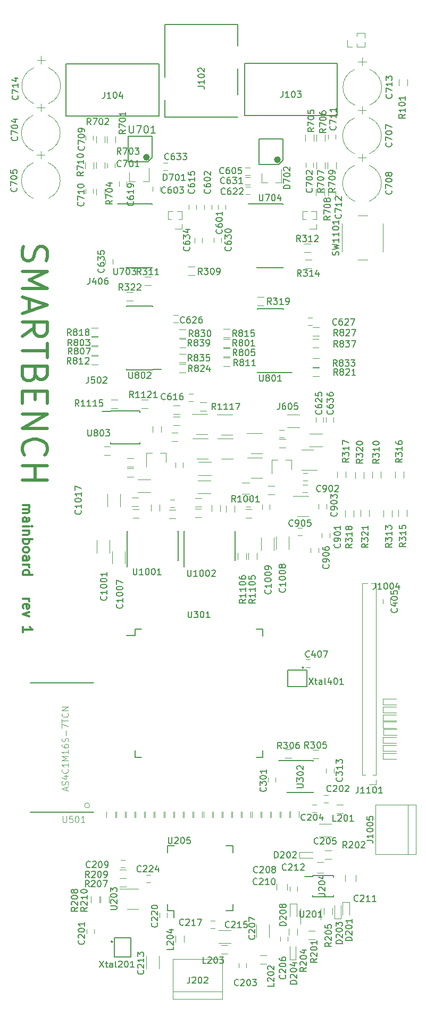
<source format=gbr>
G04 #@! TF.FileFunction,Legend,Top*
%FSLAX46Y46*%
G04 Gerber Fmt 4.6, Leading zero omitted, Abs format (unit mm)*
G04 Created by KiCad (PCBNEW 4.0.6) date Tue Sep  5 00:59:50 2017*
%MOMM*%
%LPD*%
G01*
G04 APERTURE LIST*
%ADD10C,0.100000*%
%ADD11C,0.300000*%
%ADD12C,0.500000*%
%ADD13C,0.120000*%
%ADD14C,0.150000*%
%ADD15C,0.203200*%
%ADD16C,0.200000*%
%ADD17C,0.050000*%
G04 APERTURE END LIST*
D10*
D11*
X90849429Y-126435858D02*
X91849429Y-126435858D01*
X91563714Y-126435858D02*
X91706571Y-126507286D01*
X91778000Y-126578715D01*
X91849429Y-126721572D01*
X91849429Y-126864429D01*
X90920857Y-127935857D02*
X90849429Y-127793000D01*
X90849429Y-127507286D01*
X90920857Y-127364429D01*
X91063714Y-127293000D01*
X91635143Y-127293000D01*
X91778000Y-127364429D01*
X91849429Y-127507286D01*
X91849429Y-127793000D01*
X91778000Y-127935857D01*
X91635143Y-128007286D01*
X91492286Y-128007286D01*
X91349429Y-127293000D01*
X91849429Y-128507286D02*
X90849429Y-128864429D01*
X91849429Y-129221571D01*
X90849429Y-131721571D02*
X90849429Y-130864428D01*
X90849429Y-131293000D02*
X92349429Y-131293000D01*
X92135143Y-131150143D01*
X91992286Y-131007285D01*
X91920857Y-130864428D01*
X90849429Y-111507286D02*
X91849429Y-111507286D01*
X91706571Y-111507286D02*
X91778000Y-111578714D01*
X91849429Y-111721572D01*
X91849429Y-111935857D01*
X91778000Y-112078714D01*
X91635143Y-112150143D01*
X90849429Y-112150143D01*
X91635143Y-112150143D02*
X91778000Y-112221572D01*
X91849429Y-112364429D01*
X91849429Y-112578714D01*
X91778000Y-112721572D01*
X91635143Y-112793000D01*
X90849429Y-112793000D01*
X90849429Y-114150143D02*
X91635143Y-114150143D01*
X91778000Y-114078714D01*
X91849429Y-113935857D01*
X91849429Y-113650143D01*
X91778000Y-113507286D01*
X90920857Y-114150143D02*
X90849429Y-114007286D01*
X90849429Y-113650143D01*
X90920857Y-113507286D01*
X91063714Y-113435857D01*
X91206571Y-113435857D01*
X91349429Y-113507286D01*
X91420857Y-113650143D01*
X91420857Y-114007286D01*
X91492286Y-114150143D01*
X90849429Y-114864429D02*
X91849429Y-114864429D01*
X92349429Y-114864429D02*
X92278000Y-114793000D01*
X92206571Y-114864429D01*
X92278000Y-114935857D01*
X92349429Y-114864429D01*
X92206571Y-114864429D01*
X91849429Y-115578715D02*
X90849429Y-115578715D01*
X91706571Y-115578715D02*
X91778000Y-115650143D01*
X91849429Y-115793001D01*
X91849429Y-116007286D01*
X91778000Y-116150143D01*
X91635143Y-116221572D01*
X90849429Y-116221572D01*
X90849429Y-116935858D02*
X92349429Y-116935858D01*
X91778000Y-116935858D02*
X91849429Y-117078715D01*
X91849429Y-117364429D01*
X91778000Y-117507286D01*
X91706571Y-117578715D01*
X91563714Y-117650144D01*
X91135143Y-117650144D01*
X90992286Y-117578715D01*
X90920857Y-117507286D01*
X90849429Y-117364429D01*
X90849429Y-117078715D01*
X90920857Y-116935858D01*
X90849429Y-118507287D02*
X90920857Y-118364429D01*
X90992286Y-118293001D01*
X91135143Y-118221572D01*
X91563714Y-118221572D01*
X91706571Y-118293001D01*
X91778000Y-118364429D01*
X91849429Y-118507287D01*
X91849429Y-118721572D01*
X91778000Y-118864429D01*
X91706571Y-118935858D01*
X91563714Y-119007287D01*
X91135143Y-119007287D01*
X90992286Y-118935858D01*
X90920857Y-118864429D01*
X90849429Y-118721572D01*
X90849429Y-118507287D01*
X90849429Y-120293001D02*
X91635143Y-120293001D01*
X91778000Y-120221572D01*
X91849429Y-120078715D01*
X91849429Y-119793001D01*
X91778000Y-119650144D01*
X90920857Y-120293001D02*
X90849429Y-120150144D01*
X90849429Y-119793001D01*
X90920857Y-119650144D01*
X91063714Y-119578715D01*
X91206571Y-119578715D01*
X91349429Y-119650144D01*
X91420857Y-119793001D01*
X91420857Y-120150144D01*
X91492286Y-120293001D01*
X90849429Y-121007287D02*
X91849429Y-121007287D01*
X91563714Y-121007287D02*
X91706571Y-121078715D01*
X91778000Y-121150144D01*
X91849429Y-121293001D01*
X91849429Y-121435858D01*
X90849429Y-122578715D02*
X92349429Y-122578715D01*
X90920857Y-122578715D02*
X90849429Y-122435858D01*
X90849429Y-122150144D01*
X90920857Y-122007286D01*
X90992286Y-121935858D01*
X91135143Y-121864429D01*
X91563714Y-121864429D01*
X91706571Y-121935858D01*
X91778000Y-122007286D01*
X91849429Y-122150144D01*
X91849429Y-122435858D01*
X91778000Y-122578715D01*
D12*
X90908952Y-70376334D02*
X90718476Y-70947762D01*
X90718476Y-71900143D01*
X90908952Y-72281096D01*
X91099429Y-72471572D01*
X91480381Y-72662048D01*
X91861333Y-72662048D01*
X92242286Y-72471572D01*
X92432762Y-72281096D01*
X92623238Y-71900143D01*
X92813714Y-71138239D01*
X93004190Y-70757286D01*
X93194667Y-70566810D01*
X93575619Y-70376334D01*
X93956571Y-70376334D01*
X94337524Y-70566810D01*
X94528000Y-70757286D01*
X94718476Y-71138239D01*
X94718476Y-72090619D01*
X94528000Y-72662048D01*
X90718476Y-74376334D02*
X94718476Y-74376334D01*
X91861333Y-75709667D01*
X94718476Y-77043001D01*
X90718476Y-77043001D01*
X91861333Y-78757287D02*
X91861333Y-80662049D01*
X90718476Y-78376334D02*
X94718476Y-79709668D01*
X90718476Y-81043001D01*
X90718476Y-84662048D02*
X92623238Y-83328715D01*
X90718476Y-82376334D02*
X94718476Y-82376334D01*
X94718476Y-83900143D01*
X94528000Y-84281096D01*
X94337524Y-84471572D01*
X93956571Y-84662048D01*
X93385143Y-84662048D01*
X93004190Y-84471572D01*
X92813714Y-84281096D01*
X92623238Y-83900143D01*
X92623238Y-82376334D01*
X94718476Y-85804905D02*
X94718476Y-88090620D01*
X90718476Y-86947763D02*
X94718476Y-86947763D01*
X92813714Y-90757286D02*
X92623238Y-91328715D01*
X92432762Y-91519191D01*
X92051810Y-91709667D01*
X91480381Y-91709667D01*
X91099429Y-91519191D01*
X90908952Y-91328715D01*
X90718476Y-90947762D01*
X90718476Y-89423953D01*
X94718476Y-89423953D01*
X94718476Y-90757286D01*
X94528000Y-91138239D01*
X94337524Y-91328715D01*
X93956571Y-91519191D01*
X93575619Y-91519191D01*
X93194667Y-91328715D01*
X93004190Y-91138239D01*
X92813714Y-90757286D01*
X92813714Y-89423953D01*
X92813714Y-93423953D02*
X92813714Y-94757286D01*
X90718476Y-95328715D02*
X90718476Y-93423953D01*
X94718476Y-93423953D01*
X94718476Y-95328715D01*
X90718476Y-97043001D02*
X94718476Y-97043001D01*
X90718476Y-99328715D01*
X94718476Y-99328715D01*
X91099429Y-103519191D02*
X90908952Y-103328715D01*
X90718476Y-102757286D01*
X90718476Y-102376334D01*
X90908952Y-101804906D01*
X91289905Y-101423953D01*
X91670857Y-101233477D01*
X92432762Y-101043001D01*
X93004190Y-101043001D01*
X93766095Y-101233477D01*
X94147048Y-101423953D01*
X94528000Y-101804906D01*
X94718476Y-102376334D01*
X94718476Y-102757286D01*
X94528000Y-103328715D01*
X94337524Y-103519191D01*
X90718476Y-105233477D02*
X94718476Y-105233477D01*
X92813714Y-105233477D02*
X92813714Y-107519191D01*
X90718476Y-107519191D02*
X94718476Y-107519191D01*
D13*
X146491000Y-107214500D02*
X146491000Y-106214500D01*
X147851000Y-106214500D02*
X147851000Y-107214500D01*
X137474000Y-62256500D02*
X137474000Y-61256500D01*
X138834000Y-61256500D02*
X138834000Y-62256500D01*
X147074500Y-123990000D02*
X146272030Y-123990000D01*
X145656970Y-123990000D02*
X144854500Y-123990000D01*
X147074500Y-154405000D02*
X147074500Y-123990000D01*
X144854500Y-154405000D02*
X144854500Y-123990000D01*
X147074500Y-154405000D02*
X146527971Y-154405000D01*
X145401029Y-154405000D02*
X144854500Y-154405000D01*
X147074500Y-155165000D02*
X147074500Y-155925000D01*
X147074500Y-155925000D02*
X145964500Y-155925000D01*
X101987500Y-52768000D02*
X101987500Y-53468000D01*
X100787500Y-53468000D02*
X100787500Y-52768000D01*
D14*
X108670000Y-131266000D02*
X108670000Y-132241000D01*
X129020000Y-131266000D02*
X129020000Y-132316000D01*
X129020000Y-151616000D02*
X129020000Y-150566000D01*
X108670000Y-151616000D02*
X108670000Y-150566000D01*
X108670000Y-131266000D02*
X109720000Y-131266000D01*
X108670000Y-151616000D02*
X109720000Y-151616000D01*
X129020000Y-151616000D02*
X127970000Y-151616000D01*
X129020000Y-131266000D02*
X127970000Y-131266000D01*
X108670000Y-132241000D02*
X107370000Y-132241000D01*
D13*
X148226860Y-147118912D02*
X148226860Y-148118912D01*
X148226860Y-148118912D02*
X150326860Y-148118912D01*
X148226860Y-147118912D02*
X150326860Y-147118912D01*
D14*
X113896100Y-176066000D02*
X114896100Y-176066000D01*
X113896100Y-165716000D02*
X114971100Y-165716000D01*
X124246100Y-165716000D02*
X123171100Y-165716000D01*
X124246100Y-176066000D02*
X123171100Y-176066000D01*
X113896100Y-176066000D02*
X113896100Y-174991000D01*
X124246100Y-176066000D02*
X124246100Y-174991000D01*
X124246100Y-165716000D02*
X124246100Y-166791000D01*
X113896100Y-165716000D02*
X113896100Y-166791000D01*
X114896100Y-176066000D02*
X114896100Y-177091000D01*
D13*
X107283000Y-170860000D02*
X106283000Y-170860000D01*
X106283000Y-169500000D02*
X107283000Y-169500000D01*
X102155000Y-178961000D02*
X102155000Y-179661000D01*
X100955000Y-179661000D02*
X100955000Y-178961000D01*
X139440000Y-158829500D02*
X138740000Y-158829500D01*
X138740000Y-157629500D02*
X139440000Y-157629500D01*
X126418500Y-184422500D02*
X126418500Y-185122500D01*
X125218500Y-185122500D02*
X125218500Y-184422500D01*
X137591000Y-160353500D02*
X136891000Y-160353500D01*
X136891000Y-159153500D02*
X137591000Y-159153500D01*
X132975000Y-180161000D02*
X132975000Y-180861000D01*
X131775000Y-180861000D02*
X131775000Y-180161000D01*
X133346500Y-172930500D02*
X133346500Y-172230500D01*
X134546500Y-172230500D02*
X134546500Y-172930500D01*
X107105000Y-169211000D02*
X106405000Y-169211000D01*
X106405000Y-168011000D02*
X107105000Y-168011000D01*
X131191500Y-171763000D02*
X131191500Y-172763000D01*
X132891500Y-172763000D02*
X132891500Y-171763000D01*
X142177000Y-170366000D02*
X142177000Y-171366000D01*
X143877000Y-171366000D02*
X143877000Y-170366000D01*
X138637500Y-168301500D02*
X137637500Y-168301500D01*
X137637500Y-170001500D02*
X138637500Y-170001500D01*
X120695000Y-177631000D02*
X121395000Y-177631000D01*
X121395000Y-178831000D02*
X120695000Y-178831000D01*
X113775000Y-176401000D02*
X113775000Y-177101000D01*
X112575000Y-177101000D02*
X112575000Y-176401000D01*
X111145000Y-171561000D02*
X110445000Y-171561000D01*
X110445000Y-170361000D02*
X111145000Y-170361000D01*
X131054000Y-154831500D02*
X131054000Y-155531500D01*
X129854000Y-155531500D02*
X129854000Y-154831500D01*
X140325000Y-153434500D02*
X140325000Y-154134500D01*
X139125000Y-154134500D02*
X139125000Y-153434500D01*
X149345000Y-126498500D02*
X149345000Y-127198500D01*
X148145000Y-127198500D02*
X148145000Y-126498500D01*
X142805000Y-174635000D02*
X141705000Y-174635000D01*
X141705000Y-174635000D02*
X141705000Y-176735000D01*
X142805000Y-174635000D02*
X142805000Y-176735000D01*
X134859000Y-166672000D02*
X134859000Y-167672000D01*
X134859000Y-167672000D02*
X136959000Y-167672000D01*
X134859000Y-166672000D02*
X136959000Y-166672000D01*
X140485000Y-177273000D02*
X141485000Y-177273000D01*
X141485000Y-177273000D02*
X141485000Y-175173000D01*
X140485000Y-177273000D02*
X140485000Y-175173000D01*
X133305000Y-183781000D02*
X134305000Y-183781000D01*
X134305000Y-183781000D02*
X134305000Y-181681000D01*
X133305000Y-183781000D02*
X133305000Y-181681000D01*
X148188860Y-150928912D02*
X148188860Y-151928912D01*
X148188860Y-151928912D02*
X150288860Y-151928912D01*
X148188860Y-150928912D02*
X150288860Y-150928912D01*
X148188860Y-149658912D02*
X148188860Y-150658912D01*
X148188860Y-150658912D02*
X150288860Y-150658912D01*
X148188860Y-149658912D02*
X150288860Y-149658912D01*
X148188860Y-148388912D02*
X148188860Y-149388912D01*
X148188860Y-149388912D02*
X150288860Y-149388912D01*
X148188860Y-148388912D02*
X150288860Y-148388912D01*
X148188860Y-145975912D02*
X148188860Y-146975912D01*
X148188860Y-146975912D02*
X150288860Y-146975912D01*
X148188860Y-145975912D02*
X150288860Y-145975912D01*
X148188860Y-144832912D02*
X148188860Y-145832912D01*
X148188860Y-145832912D02*
X150288860Y-145832912D01*
X148188860Y-144832912D02*
X150288860Y-144832912D01*
X148188860Y-143562912D02*
X148188860Y-144562912D01*
X148188860Y-144562912D02*
X150288860Y-144562912D01*
X148188860Y-143562912D02*
X150288860Y-143562912D01*
X148188860Y-142292912D02*
X148188860Y-143292912D01*
X148188860Y-143292912D02*
X150288860Y-143292912D01*
X148188860Y-142292912D02*
X150288860Y-142292912D01*
X140812500Y-159200500D02*
X141812500Y-159200500D01*
X141812500Y-160560500D02*
X140812500Y-160560500D01*
X129631000Y-184489000D02*
X128631000Y-184489000D01*
X128631000Y-183129000D02*
X129631000Y-183129000D01*
X123397500Y-182912500D02*
X122397500Y-182912500D01*
X122397500Y-181552500D02*
X123397500Y-181552500D01*
X116525000Y-180041000D02*
X116525000Y-181041000D01*
X115165000Y-181041000D02*
X115165000Y-180041000D01*
X136325000Y-179231000D02*
X137325000Y-179231000D01*
X137325000Y-180591000D02*
X136325000Y-180591000D01*
X138918000Y-166492000D02*
X139918000Y-166492000D01*
X139918000Y-167852000D02*
X138918000Y-167852000D01*
X134545000Y-178881000D02*
X134545000Y-179881000D01*
X133185000Y-179881000D02*
X133185000Y-178881000D01*
X140141000Y-175605000D02*
X140141000Y-176605000D01*
X138781000Y-176605000D02*
X138781000Y-175605000D01*
X107283000Y-172257000D02*
X106283000Y-172257000D01*
X106283000Y-170897000D02*
X107283000Y-170897000D01*
X104581000Y-173751000D02*
X104581000Y-174751000D01*
X103221000Y-174751000D02*
X103221000Y-173751000D01*
X101697000Y-174771000D02*
X101697000Y-173771000D01*
X103057000Y-173771000D02*
X103057000Y-174771000D01*
X130373322Y-161241000D02*
X130373322Y-160241000D01*
X131733322Y-160241000D02*
X131733322Y-161241000D01*
X127289990Y-161241000D02*
X127289990Y-160241000D01*
X128649990Y-160241000D02*
X128649990Y-161241000D01*
X128831656Y-161241000D02*
X128831656Y-160241000D01*
X130191656Y-160241000D02*
X130191656Y-161241000D01*
X131914988Y-161241000D02*
X131914988Y-160241000D01*
X133274988Y-160241000D02*
X133274988Y-161241000D01*
X124206658Y-161241000D02*
X124206658Y-160241000D01*
X125566658Y-160241000D02*
X125566658Y-161241000D01*
X125748324Y-161241000D02*
X125748324Y-160241000D01*
X127108324Y-160241000D02*
X127108324Y-161241000D01*
X122664992Y-161241000D02*
X122664992Y-160241000D01*
X124024992Y-160241000D02*
X124024992Y-161241000D01*
X121123326Y-161241000D02*
X121123326Y-160241000D01*
X122483326Y-160241000D02*
X122483326Y-161241000D01*
X119581660Y-161241000D02*
X119581660Y-160241000D01*
X120941660Y-160241000D02*
X120941660Y-161241000D01*
X118039994Y-161241000D02*
X118039994Y-160241000D01*
X119399994Y-160241000D02*
X119399994Y-161241000D01*
X116498328Y-161241000D02*
X116498328Y-160241000D01*
X117858328Y-160241000D02*
X117858328Y-161241000D01*
X114956662Y-161241000D02*
X114956662Y-160241000D01*
X116316662Y-160241000D02*
X116316662Y-161241000D01*
X113414996Y-161241000D02*
X113414996Y-160241000D01*
X114774996Y-160241000D02*
X114774996Y-161241000D01*
X111873330Y-161241000D02*
X111873330Y-160241000D01*
X113233330Y-160241000D02*
X113233330Y-161241000D01*
X110331664Y-161241000D02*
X110331664Y-160241000D01*
X111691664Y-160241000D02*
X111691664Y-161241000D01*
X108789998Y-161241000D02*
X108789998Y-160241000D01*
X110149998Y-160241000D02*
X110149998Y-161241000D01*
X107248332Y-161241000D02*
X107248332Y-160241000D01*
X108608332Y-160241000D02*
X108608332Y-161241000D01*
X105706666Y-161241000D02*
X105706666Y-160241000D01*
X107066666Y-160241000D02*
X107066666Y-161241000D01*
X104165000Y-161241000D02*
X104165000Y-160241000D01*
X105525000Y-160241000D02*
X105525000Y-161241000D01*
X134807000Y-160195000D02*
X134807000Y-161195000D01*
X133447000Y-161195000D02*
X133447000Y-160195000D01*
X136939000Y-150437500D02*
X137939000Y-150437500D01*
X137939000Y-151797500D02*
X136939000Y-151797500D01*
X133557500Y-151734000D02*
X132557500Y-151734000D01*
X132557500Y-150374000D02*
X133557500Y-150374000D01*
X138285000Y-177491000D02*
X138285000Y-175691000D01*
X135065000Y-175691000D02*
X135065000Y-178141000D01*
X107411000Y-175793000D02*
X109211000Y-175793000D01*
X109211000Y-172573000D02*
X106261000Y-172573000D01*
D15*
X92005000Y-139791000D02*
X102105000Y-139791000D01*
X102105000Y-160391000D02*
X92005000Y-160391000D01*
D10*
X101455000Y-159291000D02*
G75*
G03X101455000Y-159291000I-400000J0D01*
G01*
D13*
X136582500Y-137303000D02*
X135882500Y-137303000D01*
X135882500Y-136103000D02*
X136582500Y-136103000D01*
X112551000Y-185264500D02*
X112551000Y-183264500D01*
X110511000Y-183264500D02*
X110511000Y-185264500D01*
X123965000Y-179161000D02*
X121965000Y-179161000D01*
X121965000Y-181201000D02*
X123965000Y-181201000D01*
X134443000Y-174889000D02*
X133303000Y-174889000D01*
X133303000Y-174889000D02*
X133303000Y-176989000D01*
X134443000Y-174889000D02*
X134443000Y-176989000D01*
X121925000Y-64440000D02*
X121925000Y-63740000D01*
X123125000Y-63740000D02*
X123125000Y-64440000D01*
X119700000Y-64450000D02*
X119700000Y-63750000D01*
X120900000Y-63750000D02*
X120900000Y-64450000D01*
X112719000Y-60896000D02*
X112719000Y-61596000D01*
X111519000Y-61596000D02*
X111519000Y-60896000D01*
X126247000Y-57791000D02*
X126947000Y-57791000D01*
X126947000Y-58991000D02*
X126247000Y-58991000D01*
X117235000Y-64460000D02*
X117235000Y-63760000D01*
X118435000Y-63760000D02*
X118435000Y-64460000D01*
X117225000Y-93775000D02*
X117925000Y-93775000D01*
X117925000Y-94975000D02*
X117225000Y-94975000D01*
X106121500Y-60773000D02*
X106121500Y-60073000D01*
X107321500Y-60073000D02*
X107321500Y-60773000D01*
X115125000Y-105475000D02*
X115125000Y-104775000D01*
X116325000Y-104775000D02*
X116325000Y-105475000D01*
X126310500Y-60902500D02*
X127010500Y-60902500D01*
X127010500Y-62102500D02*
X126310500Y-62102500D01*
X138661000Y-97583000D02*
X138661000Y-98283000D01*
X137461000Y-98283000D02*
X137461000Y-97583000D01*
X115525000Y-82450000D02*
X114825000Y-82450000D01*
X114825000Y-81250000D02*
X115525000Y-81250000D01*
X136875000Y-82880000D02*
X136175000Y-82880000D01*
X136175000Y-81680000D02*
X136875000Y-81680000D01*
X122400000Y-69000000D02*
X122400000Y-69700000D01*
X121200000Y-69700000D02*
X121200000Y-69000000D01*
X126247000Y-59315000D02*
X126947000Y-59315000D01*
X126947000Y-60515000D02*
X126247000Y-60515000D01*
X113850000Y-58283000D02*
X113150000Y-58283000D01*
X113150000Y-57083000D02*
X113850000Y-57083000D01*
X119354000Y-69038000D02*
X119354000Y-69738000D01*
X118154000Y-69738000D02*
X118154000Y-69038000D01*
X103975000Y-73120000D02*
X103975000Y-72420000D01*
X105175000Y-72420000D02*
X105175000Y-73120000D01*
X140312000Y-97583000D02*
X140312000Y-98283000D01*
X139112000Y-98283000D02*
X139112000Y-97583000D01*
X105480000Y-57152000D02*
X105480000Y-57852000D01*
X104280000Y-57852000D02*
X104280000Y-57152000D01*
X137039500Y-57088500D02*
X137039500Y-57788500D01*
X135839500Y-57788500D02*
X135839500Y-57088500D01*
X101987500Y-61216000D02*
X101987500Y-61916000D01*
X100787500Y-61916000D02*
X100787500Y-61216000D01*
X140595500Y-52580000D02*
X140595500Y-53280000D01*
X139395500Y-53280000D02*
X139395500Y-52580000D01*
X140595500Y-61597000D02*
X140595500Y-62297000D01*
X139395500Y-62297000D02*
X139395500Y-61597000D01*
X137950000Y-112075000D02*
X137950000Y-111375000D01*
X139150000Y-111375000D02*
X139150000Y-112075000D01*
X136125000Y-107650000D02*
X135425000Y-107650000D01*
X135425000Y-106450000D02*
X136125000Y-106450000D01*
X134625000Y-115150000D02*
X135325000Y-115150000D01*
X135325000Y-116350000D02*
X134625000Y-116350000D01*
X136675000Y-119050000D02*
X136675000Y-118350000D01*
X137875000Y-118350000D02*
X137875000Y-119050000D01*
X104645000Y-119100000D02*
X104645000Y-117100000D01*
X102605000Y-117100000D02*
X102605000Y-119100000D01*
X114275000Y-110650000D02*
X114975000Y-110650000D01*
X114975000Y-111850000D02*
X114275000Y-111850000D01*
X130125000Y-111450000D02*
X130125000Y-112150000D01*
X128925000Y-112150000D02*
X128925000Y-111450000D01*
X107095000Y-120850000D02*
X107095000Y-118850000D01*
X105055000Y-118850000D02*
X105055000Y-120850000D01*
X131105000Y-116500000D02*
X131105000Y-118500000D01*
X133145000Y-118500000D02*
X133145000Y-116500000D01*
X128745000Y-116680000D02*
X128745000Y-118680000D01*
X130785000Y-118680000D02*
X130785000Y-116680000D01*
X127075000Y-111750000D02*
X126375000Y-111750000D01*
X126375000Y-110550000D02*
X127075000Y-110550000D01*
X118725000Y-109670000D02*
X120725000Y-109670000D01*
X120725000Y-107630000D02*
X118725000Y-107630000D01*
X120786000Y-104695000D02*
X118786000Y-104695000D01*
X118786000Y-106735000D02*
X120786000Y-106735000D01*
X134900000Y-97080000D02*
X132900000Y-97080000D01*
X132900000Y-99120000D02*
X134900000Y-99120000D01*
X109125000Y-109520000D02*
X111125000Y-109520000D01*
X111125000Y-107480000D02*
X109125000Y-107480000D01*
X106345000Y-111750000D02*
X106345000Y-109750000D01*
X104305000Y-109750000D02*
X104305000Y-111750000D01*
X132375000Y-100750000D02*
X131675000Y-100750000D01*
X131675000Y-99550000D02*
X132375000Y-99550000D01*
X107780000Y-60043000D02*
X108710000Y-60043000D01*
X110940000Y-60043000D02*
X110010000Y-60043000D01*
X110940000Y-60043000D02*
X110940000Y-57883000D01*
X107780000Y-60043000D02*
X107780000Y-58583000D01*
X128827000Y-60230500D02*
X129757000Y-60230500D01*
X131987000Y-60230500D02*
X131057000Y-60230500D01*
X131987000Y-60230500D02*
X131987000Y-58070500D01*
X128827000Y-60230500D02*
X128827000Y-58770500D01*
X133580000Y-104340000D02*
X132650000Y-104340000D01*
X130420000Y-104340000D02*
X131350000Y-104340000D01*
X130420000Y-104340000D02*
X130420000Y-106500000D01*
X133580000Y-104340000D02*
X133580000Y-105800000D01*
X113605000Y-103215000D02*
X112675000Y-103215000D01*
X110445000Y-103215000D02*
X111375000Y-103215000D01*
X110445000Y-103215000D02*
X110445000Y-105375000D01*
X113605000Y-103215000D02*
X113605000Y-104675000D01*
X105560000Y-52854000D02*
X105560000Y-53854000D01*
X104200000Y-53854000D02*
X104200000Y-52854000D01*
X102485500Y-53818500D02*
X102485500Y-52818500D01*
X103845500Y-52818500D02*
X103845500Y-53818500D01*
X102485500Y-57947250D02*
X102485500Y-56947250D01*
X103845500Y-56947250D02*
X103845500Y-57947250D01*
X102485500Y-62193000D02*
X102485500Y-61193000D01*
X103845500Y-61193000D02*
X103845500Y-62193000D01*
X137183000Y-52620500D02*
X137183000Y-53620500D01*
X135823000Y-53620500D02*
X135823000Y-52620500D01*
X137601000Y-53600000D02*
X137601000Y-52600000D01*
X138961000Y-52600000D02*
X138961000Y-53600000D01*
X137537500Y-58002000D02*
X137537500Y-57002000D01*
X138897500Y-57002000D02*
X138897500Y-58002000D01*
X129875000Y-108445000D02*
X130875000Y-108445000D01*
X130875000Y-109805000D02*
X129875000Y-109805000D01*
X120884000Y-112550000D02*
X120884000Y-111550000D01*
X122244000Y-111550000D02*
X122244000Y-112550000D01*
X119275000Y-111730000D02*
X118275000Y-111730000D01*
X118275000Y-110370000D02*
X119275000Y-110370000D01*
X111245000Y-112450000D02*
X111245000Y-111450000D01*
X112605000Y-111450000D02*
X112605000Y-112450000D01*
X109175000Y-111680000D02*
X108175000Y-111680000D01*
X108175000Y-110320000D02*
X109175000Y-110320000D01*
X107425000Y-105670000D02*
X108425000Y-105670000D01*
X108425000Y-107030000D02*
X107425000Y-107030000D01*
X126695000Y-120150000D02*
X126695000Y-119150000D01*
X128055000Y-119150000D02*
X128055000Y-120150000D01*
X125045000Y-120150000D02*
X125045000Y-119150000D01*
X126405000Y-119150000D02*
X126405000Y-120150000D01*
X111495000Y-99950000D02*
X111495000Y-98950000D01*
X112855000Y-98950000D02*
X112855000Y-99950000D01*
X114825000Y-95695000D02*
X115825000Y-95695000D01*
X115825000Y-97055000D02*
X114825000Y-97055000D01*
D12*
X110790000Y-56183000D02*
G75*
G03X110790000Y-56183000I-290000J0D01*
G01*
D16*
X110705000Y-56928000D02*
X111405000Y-56228000D01*
X107595000Y-52838000D02*
X107595000Y-56928000D01*
X107595000Y-52838000D02*
X111405000Y-52838000D01*
X111405000Y-56228000D02*
X111405000Y-52838000D01*
X107595000Y-56928000D02*
X110705000Y-56928000D01*
D12*
X131639500Y-56579500D02*
G75*
G03X131639500Y-56579500I-290000J0D01*
G01*
D16*
X131554500Y-57324500D02*
X132254500Y-56624500D01*
X128444500Y-53234500D02*
X128444500Y-57324500D01*
X128444500Y-53234500D02*
X132254500Y-53234500D01*
X132254500Y-56624500D02*
X132254500Y-53234500D01*
X128444500Y-57324500D02*
X131554500Y-57324500D01*
D14*
X107284000Y-63580000D02*
X107284000Y-63605000D01*
X111434000Y-63580000D02*
X111434000Y-63685000D01*
X111434000Y-73730000D02*
X111434000Y-73625000D01*
X107284000Y-73730000D02*
X107284000Y-73625000D01*
X107284000Y-63580000D02*
X111434000Y-63580000D01*
X107284000Y-73730000D02*
X111434000Y-73730000D01*
X107284000Y-63605000D02*
X105909000Y-63605000D01*
X128112000Y-63580000D02*
X128112000Y-63605000D01*
X132262000Y-63580000D02*
X132262000Y-63685000D01*
X132262000Y-73730000D02*
X132262000Y-73625000D01*
X128112000Y-73730000D02*
X128112000Y-73625000D01*
X128112000Y-63580000D02*
X132262000Y-63580000D01*
X128112000Y-73730000D02*
X132262000Y-73730000D01*
X128112000Y-63605000D02*
X126737000Y-63605000D01*
X132297877Y-90421761D02*
X132297877Y-90396761D01*
X128147877Y-90421761D02*
X128147877Y-90316761D01*
X128147877Y-80271761D02*
X128147877Y-80376761D01*
X132297877Y-80271761D02*
X132297877Y-80376761D01*
X132297877Y-90421761D02*
X128147877Y-90421761D01*
X132297877Y-80271761D02*
X128147877Y-80271761D01*
X132297877Y-90396761D02*
X133672877Y-90396761D01*
X111513582Y-89977156D02*
X111513582Y-89952156D01*
X107363582Y-89977156D02*
X107363582Y-89872156D01*
X107363582Y-79827156D02*
X107363582Y-79932156D01*
X111513582Y-79827156D02*
X111513582Y-79932156D01*
X111513582Y-89977156D02*
X107363582Y-89977156D01*
X111513582Y-79827156D02*
X107363582Y-79827156D01*
X111513582Y-89952156D02*
X112888582Y-89952156D01*
X104800000Y-96525000D02*
X104800000Y-96650000D01*
X109450000Y-96525000D02*
X109450000Y-96750000D01*
X109450000Y-101775000D02*
X109450000Y-101550000D01*
X104800000Y-101775000D02*
X104800000Y-101550000D01*
X104800000Y-96525000D02*
X109450000Y-96525000D01*
X104800000Y-101775000D02*
X109450000Y-101775000D01*
X104800000Y-96650000D02*
X103450000Y-96650000D01*
D13*
X134525000Y-113285000D02*
X136325000Y-113285000D01*
X136325000Y-110065000D02*
X133875000Y-110065000D01*
X137025000Y-102665000D02*
X135225000Y-102665000D01*
X135225000Y-105885000D02*
X137675000Y-105885000D01*
D14*
X115525000Y-120275000D02*
X115525000Y-115625000D01*
X107425000Y-121350000D02*
X107425000Y-115625000D01*
X115525000Y-120275000D02*
X115500000Y-120275000D01*
X115525000Y-115625000D02*
X115500000Y-115625000D01*
X107475000Y-115625000D02*
X107500000Y-115625000D01*
X124600000Y-120275000D02*
X124600000Y-115625000D01*
X116500000Y-121350000D02*
X116500000Y-115625000D01*
X124600000Y-120275000D02*
X124575000Y-120275000D01*
X124600000Y-115625000D02*
X124575000Y-115625000D01*
X116550000Y-115625000D02*
X116575000Y-115625000D01*
D13*
X118400000Y-100260000D02*
X120200000Y-100260000D01*
X120200000Y-97040000D02*
X117750000Y-97040000D01*
X118500000Y-104185000D02*
X120300000Y-104185000D01*
X120300000Y-100965000D02*
X117850000Y-100965000D01*
X127175000Y-107160000D02*
X128975000Y-107160000D01*
X128975000Y-103940000D02*
X126525000Y-103940000D01*
X127125000Y-103260000D02*
X128925000Y-103260000D01*
X128925000Y-100040000D02*
X126475000Y-100040000D01*
X122450000Y-104185000D02*
X124250000Y-104185000D01*
X124250000Y-100965000D02*
X121800000Y-100965000D01*
X122425000Y-100360000D02*
X124225000Y-100360000D01*
X124225000Y-97140000D02*
X121775000Y-97140000D01*
X115500000Y-101380000D02*
X114500000Y-101380000D01*
X114500000Y-100020000D02*
X115500000Y-100020000D01*
X115825000Y-98805000D02*
X114825000Y-98805000D01*
X114825000Y-97445000D02*
X115825000Y-97445000D01*
X104885000Y-94760000D02*
X105885000Y-94760000D01*
X105885000Y-96120000D02*
X104885000Y-96120000D01*
X120050000Y-96530000D02*
X119050000Y-96530000D01*
X119050000Y-95170000D02*
X120050000Y-95170000D01*
X103750000Y-102220000D02*
X104750000Y-102220000D01*
X104750000Y-103580000D02*
X103750000Y-103580000D01*
X110700000Y-96130000D02*
X109700000Y-96130000D01*
X109700000Y-94770000D02*
X110700000Y-94770000D01*
X108425000Y-105455000D02*
X107425000Y-105455000D01*
X107425000Y-104095000D02*
X108425000Y-104095000D01*
X122747877Y-85066761D02*
X123747877Y-85066761D01*
X123747877Y-86426761D02*
X122747877Y-86426761D01*
X101733857Y-84792768D02*
X102733857Y-84792768D01*
X102733857Y-86152768D02*
X101733857Y-86152768D01*
X123747877Y-87926761D02*
X122747877Y-87926761D01*
X122747877Y-86566761D02*
X123747877Y-86566761D01*
X102743857Y-87624393D02*
X101743857Y-87624393D01*
X101743857Y-86264393D02*
X102743857Y-86264393D01*
X123747877Y-89401761D02*
X122747877Y-89401761D01*
X122747877Y-88041761D02*
X123747877Y-88041761D01*
X102743857Y-89196018D02*
X101743857Y-89196018D01*
X101743857Y-87836018D02*
X102743857Y-87836018D01*
X123747877Y-84876761D02*
X122747877Y-84876761D01*
X122747877Y-83516761D02*
X123747877Y-83516761D01*
X102733857Y-84651143D02*
X101733857Y-84651143D01*
X101733857Y-83291143D02*
X102733857Y-83291143D01*
X137002877Y-89691761D02*
X138002877Y-89691761D01*
X138002877Y-91051761D02*
X137002877Y-91051761D01*
X115758582Y-89052156D02*
X116758582Y-89052156D01*
X116758582Y-90412156D02*
X115758582Y-90412156D01*
X136972877Y-83241761D02*
X137972877Y-83241761D01*
X137972877Y-84601761D02*
X136972877Y-84601761D01*
X115758582Y-83542156D02*
X116758582Y-83542156D01*
X116758582Y-84902156D02*
X115758582Y-84902156D01*
X136952877Y-88181761D02*
X137952877Y-88181761D01*
X137952877Y-89541761D02*
X136952877Y-89541761D01*
X115738582Y-87472156D02*
X116738582Y-87472156D01*
X116738582Y-88832156D02*
X115738582Y-88832156D01*
X136947877Y-85091761D02*
X137947877Y-85091761D01*
X137947877Y-86451761D02*
X136947877Y-86451761D01*
X115778582Y-85062156D02*
X116778582Y-85062156D01*
X116778582Y-86422156D02*
X115778582Y-86422156D01*
X139315500Y-58002000D02*
X139315500Y-57002000D01*
X140675500Y-57002000D02*
X140675500Y-58002000D01*
X100707500Y-58002000D02*
X100707500Y-57002000D01*
X102067500Y-57002000D02*
X102067500Y-58002000D01*
X136500000Y-102220000D02*
X138500000Y-102220000D01*
X138500000Y-100180000D02*
X136500000Y-100180000D01*
X148162500Y-71234000D02*
X148162500Y-66734000D01*
X144162500Y-72484000D02*
X145662500Y-72484000D01*
X141662500Y-66734000D02*
X141662500Y-71234000D01*
X145662500Y-65484000D02*
X144162500Y-65484000D01*
X152042000Y-43794000D02*
X152042000Y-44794000D01*
X150682000Y-44794000D02*
X150682000Y-43794000D01*
X137953000Y-164255000D02*
X139953000Y-164255000D01*
X139953000Y-162215000D02*
X137953000Y-162215000D01*
X128027000Y-178237000D02*
X128027000Y-180237000D01*
X130067000Y-180237000D02*
X130067000Y-178237000D01*
X94867500Y-55190818D02*
G75*
G03X94867500Y-49479181I-1180000J2855818D01*
G01*
X92507500Y-55190818D02*
G75*
G02X92507500Y-49479181I1180000J2855818D01*
G01*
X93687500Y-47635000D02*
X93687500Y-48835000D01*
X94337500Y-48235000D02*
X93037500Y-48235000D01*
X94867500Y-62747318D02*
G75*
G03X94867500Y-57035681I-1180000J2855818D01*
G01*
X92507500Y-62747318D02*
G75*
G02X92507500Y-57035681I1180000J2855818D01*
G01*
X93687500Y-55191500D02*
X93687500Y-56391500D01*
X94337500Y-55791500D02*
X93037500Y-55791500D01*
X146001500Y-55618818D02*
G75*
G03X146001500Y-49907181I-1180000J2855818D01*
G01*
X143641500Y-55618818D02*
G75*
G02X143641500Y-49907181I1180000J2855818D01*
G01*
X144821500Y-48063000D02*
X144821500Y-49263000D01*
X145471500Y-48663000D02*
X144171500Y-48663000D01*
X146001500Y-63175318D02*
G75*
G03X146001500Y-57463681I-1180000J2855818D01*
G01*
X143641500Y-63175318D02*
G75*
G02X143641500Y-57463681I1180000J2855818D01*
G01*
X144821500Y-55619500D02*
X144821500Y-56819500D01*
X145471500Y-56219500D02*
X144171500Y-56219500D01*
X146045177Y-47901775D02*
G75*
G03X146045177Y-42190138I-1180000J2855818D01*
G01*
X143685177Y-47901775D02*
G75*
G02X143685177Y-42190138I1180000J2855818D01*
G01*
X144865177Y-40345957D02*
X144865177Y-41545957D01*
X145515177Y-40945957D02*
X144215177Y-40945957D01*
X94931000Y-47650818D02*
G75*
G03X94931000Y-41939181I-1180000J2855818D01*
G01*
X92571000Y-47650818D02*
G75*
G02X92571000Y-41939181I1180000J2855818D01*
G01*
X93751000Y-40095000D02*
X93751000Y-41295000D01*
X94401000Y-40695000D02*
X93101000Y-40695000D01*
X139650000Y-116000000D02*
X139650000Y-116700000D01*
X138450000Y-116700000D02*
X138450000Y-116000000D01*
X135400000Y-108275000D02*
X136100000Y-108275000D01*
X136100000Y-109475000D02*
X135400000Y-109475000D01*
X115125000Y-113630000D02*
X114125000Y-113630000D01*
X114125000Y-112270000D02*
X115125000Y-112270000D01*
X127275000Y-113580000D02*
X126275000Y-113580000D01*
X126275000Y-112220000D02*
X127275000Y-112220000D01*
X123145000Y-112600000D02*
X123145000Y-111600000D01*
X124505000Y-111600000D02*
X124505000Y-112600000D01*
X119225000Y-113480000D02*
X118225000Y-113480000D01*
X118225000Y-112120000D02*
X119225000Y-112120000D01*
X131625000Y-100995000D02*
X132625000Y-100995000D01*
X132625000Y-102355000D02*
X131625000Y-102355000D01*
X108325000Y-112220000D02*
X109325000Y-112220000D01*
X109325000Y-113580000D02*
X108325000Y-113580000D01*
X145246000Y-38626000D02*
X145246000Y-37823530D01*
X145246000Y-37208470D02*
X145246000Y-36406000D01*
X144041000Y-38626000D02*
X145246000Y-38626000D01*
X144041000Y-36406000D02*
X145246000Y-36406000D01*
X144041000Y-38626000D02*
X144041000Y-38079471D01*
X144041000Y-36952529D02*
X144041000Y-36406000D01*
X143281000Y-38626000D02*
X142521000Y-38626000D01*
X142521000Y-38626000D02*
X142521000Y-37516000D01*
X116150000Y-64808000D02*
X115347530Y-64808000D01*
X114732470Y-64808000D02*
X113930000Y-64808000D01*
X116150000Y-66013000D02*
X116150000Y-64808000D01*
X113930000Y-66013000D02*
X113930000Y-64808000D01*
X116150000Y-66013000D02*
X115603471Y-66013000D01*
X114476529Y-66013000D02*
X113930000Y-66013000D01*
X116150000Y-66773000D02*
X116150000Y-67533000D01*
X116150000Y-67533000D02*
X115040000Y-67533000D01*
X137549500Y-64808000D02*
X136747030Y-64808000D01*
X136131970Y-64808000D02*
X135329500Y-64808000D01*
X137549500Y-66013000D02*
X137549500Y-64808000D01*
X135329500Y-66013000D02*
X135329500Y-64808000D01*
X137549500Y-66013000D02*
X137002971Y-66013000D01*
X135876029Y-66013000D02*
X135329500Y-66013000D01*
X137549500Y-66773000D02*
X137549500Y-67533000D01*
X137549500Y-67533000D02*
X136439500Y-67533000D01*
X118143500Y-74946000D02*
X117143500Y-74946000D01*
X117143500Y-73586000D02*
X118143500Y-73586000D01*
X111222000Y-76533500D02*
X110222000Y-76533500D01*
X110222000Y-75173500D02*
X111222000Y-75173500D01*
X136622000Y-71263000D02*
X135622000Y-71263000D01*
X135622000Y-69903000D02*
X136622000Y-69903000D01*
X148269000Y-113374000D02*
X148269000Y-112374000D01*
X149629000Y-112374000D02*
X149629000Y-113374000D01*
X136769500Y-73803000D02*
X135769500Y-73803000D01*
X135769500Y-72443000D02*
X136769500Y-72443000D01*
X150618500Y-113267500D02*
X150618500Y-112267500D01*
X151978500Y-112267500D02*
X151978500Y-113267500D01*
X150095000Y-107175000D02*
X150095000Y-106175000D01*
X151455000Y-106175000D02*
X151455000Y-107175000D01*
X140903000Y-107151000D02*
X140903000Y-106151000D01*
X142263000Y-106151000D02*
X142263000Y-107151000D01*
X142173000Y-113374000D02*
X142173000Y-112374000D01*
X143533000Y-112374000D02*
X143533000Y-113374000D01*
X129149500Y-79772000D02*
X128149500Y-79772000D01*
X128149500Y-78412000D02*
X129149500Y-78412000D01*
X143760500Y-107278000D02*
X143760500Y-106278000D01*
X145120500Y-106278000D02*
X145120500Y-107278000D01*
X144586000Y-113310500D02*
X144586000Y-112310500D01*
X145946000Y-112310500D02*
X145946000Y-113310500D01*
X108364500Y-79010000D02*
X107364500Y-79010000D01*
X107364500Y-77650000D02*
X108364500Y-77650000D01*
X114695000Y-190121000D02*
X122595000Y-190121000D01*
X114695000Y-183711000D02*
X122595000Y-183711000D01*
X122595000Y-183711000D02*
X122595000Y-190121000D01*
X122595000Y-188891000D02*
X114695000Y-188891000D01*
X114695000Y-190121000D02*
X114695000Y-183711000D01*
X153391500Y-167069000D02*
X153391500Y-159169000D01*
X146981500Y-167069000D02*
X146981500Y-159169000D01*
X146981500Y-159169000D02*
X153391500Y-159169000D01*
X152161500Y-159169000D02*
X152161500Y-167069000D01*
X153391500Y-167069000D02*
X146981500Y-167069000D01*
X125675000Y-107970000D02*
X126875000Y-107970000D01*
X126875000Y-109730000D02*
X125675000Y-109730000D01*
D14*
X136948000Y-170468500D02*
X136948000Y-170643500D01*
X140298000Y-170468500D02*
X140298000Y-170718500D01*
X140298000Y-173818500D02*
X140298000Y-173568500D01*
X136948000Y-173818500D02*
X136948000Y-173568500D01*
X136948000Y-170468500D02*
X140298000Y-170468500D01*
X136948000Y-173818500D02*
X140298000Y-173818500D01*
X136948000Y-170643500D02*
X135698000Y-170643500D01*
X132920000Y-152116000D02*
X132920000Y-152166000D01*
X137070000Y-152116000D02*
X137070000Y-152261000D01*
X137070000Y-157266000D02*
X137070000Y-157121000D01*
X132920000Y-157266000D02*
X132920000Y-157121000D01*
X132920000Y-152116000D02*
X137070000Y-152116000D01*
X132920000Y-157266000D02*
X137070000Y-157266000D01*
X132920000Y-152166000D02*
X131520000Y-152166000D01*
X105146421Y-180951500D02*
G75*
G03X105146421Y-180951500I-141421J0D01*
G01*
X108005000Y-183351500D02*
X108005000Y-180351500D01*
X105405000Y-183351500D02*
X108005000Y-183351500D01*
X105405000Y-180351500D02*
X105405000Y-183351500D01*
X108005000Y-180351500D02*
X105405000Y-180351500D01*
X135558921Y-137362500D02*
G75*
G03X135558921Y-137362500I-141421J0D01*
G01*
X133017500Y-140362500D02*
X136017500Y-140362500D01*
X133017500Y-137762500D02*
X133017500Y-140362500D01*
X136017500Y-137762500D02*
X133017500Y-137762500D01*
X136017500Y-140362500D02*
X136017500Y-137762500D01*
X112517500Y-49634500D02*
X112517500Y-41334500D01*
X97717500Y-49634500D02*
X112517500Y-49634500D01*
X112517500Y-41334500D02*
X97717500Y-41334500D01*
X97717500Y-41334500D02*
X97717500Y-49634500D01*
X125017000Y-35063000D02*
X113417000Y-35063000D01*
X113417000Y-43463000D02*
X113417000Y-35063000D01*
X113417000Y-49763000D02*
X113417000Y-47063000D01*
X125017000Y-49763000D02*
X113417000Y-49763000D01*
X125017000Y-42063000D02*
X125017000Y-46263000D01*
X125017000Y-35063000D02*
X125017000Y-38463000D01*
X140902000Y-49507500D02*
X140902000Y-41207500D01*
X126102000Y-49507500D02*
X140902000Y-49507500D01*
X140902000Y-41207500D02*
X126102000Y-41207500D01*
X126102000Y-41207500D02*
X126102000Y-49507500D01*
X147557381Y-104214047D02*
X147081190Y-104547381D01*
X147557381Y-104785476D02*
X146557381Y-104785476D01*
X146557381Y-104404523D01*
X146605000Y-104309285D01*
X146652619Y-104261666D01*
X146747857Y-104214047D01*
X146890714Y-104214047D01*
X146985952Y-104261666D01*
X147033571Y-104309285D01*
X147081190Y-104404523D01*
X147081190Y-104785476D01*
X146557381Y-103880714D02*
X146557381Y-103261666D01*
X146938333Y-103595000D01*
X146938333Y-103452142D01*
X146985952Y-103356904D01*
X147033571Y-103309285D01*
X147128810Y-103261666D01*
X147366905Y-103261666D01*
X147462143Y-103309285D01*
X147509762Y-103356904D01*
X147557381Y-103452142D01*
X147557381Y-103737857D01*
X147509762Y-103833095D01*
X147462143Y-103880714D01*
X147557381Y-102309285D02*
X147557381Y-102880714D01*
X147557381Y-102595000D02*
X146557381Y-102595000D01*
X146700238Y-102690238D01*
X146795476Y-102785476D01*
X146843095Y-102880714D01*
X146557381Y-101690238D02*
X146557381Y-101594999D01*
X146605000Y-101499761D01*
X146652619Y-101452142D01*
X146747857Y-101404523D01*
X146938333Y-101356904D01*
X147176429Y-101356904D01*
X147366905Y-101404523D01*
X147462143Y-101452142D01*
X147509762Y-101499761D01*
X147557381Y-101594999D01*
X147557381Y-101690238D01*
X147509762Y-101785476D01*
X147462143Y-101833095D01*
X147366905Y-101880714D01*
X147176429Y-101928333D01*
X146938333Y-101928333D01*
X146747857Y-101880714D01*
X146652619Y-101833095D01*
X146605000Y-101785476D01*
X146557381Y-101690238D01*
X139777381Y-65544047D02*
X139301190Y-65877381D01*
X139777381Y-66115476D02*
X138777381Y-66115476D01*
X138777381Y-65734523D01*
X138825000Y-65639285D01*
X138872619Y-65591666D01*
X138967857Y-65544047D01*
X139110714Y-65544047D01*
X139205952Y-65591666D01*
X139253571Y-65639285D01*
X139301190Y-65734523D01*
X139301190Y-66115476D01*
X138777381Y-65210714D02*
X138777381Y-64544047D01*
X139777381Y-64972619D01*
X138777381Y-63972619D02*
X138777381Y-63877380D01*
X138825000Y-63782142D01*
X138872619Y-63734523D01*
X138967857Y-63686904D01*
X139158333Y-63639285D01*
X139396429Y-63639285D01*
X139586905Y-63686904D01*
X139682143Y-63734523D01*
X139729762Y-63782142D01*
X139777381Y-63877380D01*
X139777381Y-63972619D01*
X139729762Y-64067857D01*
X139682143Y-64115476D01*
X139586905Y-64163095D01*
X139396429Y-64210714D01*
X139158333Y-64210714D01*
X138967857Y-64163095D01*
X138872619Y-64115476D01*
X138825000Y-64067857D01*
X138777381Y-63972619D01*
X139205952Y-63067857D02*
X139158333Y-63163095D01*
X139110714Y-63210714D01*
X139015476Y-63258333D01*
X138967857Y-63258333D01*
X138872619Y-63210714D01*
X138825000Y-63163095D01*
X138777381Y-63067857D01*
X138777381Y-62877380D01*
X138825000Y-62782142D01*
X138872619Y-62734523D01*
X138967857Y-62686904D01*
X139015476Y-62686904D01*
X139110714Y-62734523D01*
X139158333Y-62782142D01*
X139205952Y-62877380D01*
X139205952Y-63067857D01*
X139253571Y-63163095D01*
X139301190Y-63210714D01*
X139396429Y-63258333D01*
X139586905Y-63258333D01*
X139682143Y-63210714D01*
X139729762Y-63163095D01*
X139777381Y-63067857D01*
X139777381Y-62877380D01*
X139729762Y-62782142D01*
X139682143Y-62734523D01*
X139586905Y-62686904D01*
X139396429Y-62686904D01*
X139301190Y-62734523D01*
X139253571Y-62782142D01*
X139205952Y-62877380D01*
X144202596Y-156312381D02*
X144202596Y-157026667D01*
X144154976Y-157169524D01*
X144059738Y-157264762D01*
X143916881Y-157312381D01*
X143821643Y-157312381D01*
X145202596Y-157312381D02*
X144631167Y-157312381D01*
X144916881Y-157312381D02*
X144916881Y-156312381D01*
X144821643Y-156455238D01*
X144726405Y-156550476D01*
X144631167Y-156598095D01*
X146154977Y-157312381D02*
X145583548Y-157312381D01*
X145869262Y-157312381D02*
X145869262Y-156312381D01*
X145774024Y-156455238D01*
X145678786Y-156550476D01*
X145583548Y-156598095D01*
X146774024Y-156312381D02*
X146869263Y-156312381D01*
X146964501Y-156360000D01*
X147012120Y-156407619D01*
X147059739Y-156502857D01*
X147107358Y-156693333D01*
X147107358Y-156931429D01*
X147059739Y-157121905D01*
X147012120Y-157217143D01*
X146964501Y-157264762D01*
X146869263Y-157312381D01*
X146774024Y-157312381D01*
X146678786Y-157264762D01*
X146631167Y-157217143D01*
X146583548Y-157121905D01*
X146535929Y-156931429D01*
X146535929Y-156693333D01*
X146583548Y-156502857D01*
X146631167Y-156407619D01*
X146678786Y-156360000D01*
X146774024Y-156312381D01*
X148059739Y-157312381D02*
X147488310Y-157312381D01*
X147774024Y-157312381D02*
X147774024Y-156312381D01*
X147678786Y-156455238D01*
X147583548Y-156550476D01*
X147488310Y-156598095D01*
X100538143Y-54430047D02*
X100585762Y-54477666D01*
X100633381Y-54620523D01*
X100633381Y-54715761D01*
X100585762Y-54858619D01*
X100490524Y-54953857D01*
X100395286Y-55001476D01*
X100204810Y-55049095D01*
X100061952Y-55049095D01*
X99871476Y-55001476D01*
X99776238Y-54953857D01*
X99681000Y-54858619D01*
X99633381Y-54715761D01*
X99633381Y-54620523D01*
X99681000Y-54477666D01*
X99728619Y-54430047D01*
X99633381Y-54096714D02*
X99633381Y-53430047D01*
X100633381Y-53858619D01*
X99633381Y-52858619D02*
X99633381Y-52763380D01*
X99681000Y-52668142D01*
X99728619Y-52620523D01*
X99823857Y-52572904D01*
X100014333Y-52525285D01*
X100252429Y-52525285D01*
X100442905Y-52572904D01*
X100538143Y-52620523D01*
X100585762Y-52668142D01*
X100633381Y-52763380D01*
X100633381Y-52858619D01*
X100585762Y-52953857D01*
X100538143Y-53001476D01*
X100442905Y-53049095D01*
X100252429Y-53096714D01*
X100014333Y-53096714D01*
X99823857Y-53049095D01*
X99728619Y-53001476D01*
X99681000Y-52953857D01*
X99633381Y-52858619D01*
X100633381Y-52049095D02*
X100633381Y-51858619D01*
X100585762Y-51763380D01*
X100538143Y-51715761D01*
X100395286Y-51620523D01*
X100204810Y-51572904D01*
X99823857Y-51572904D01*
X99728619Y-51620523D01*
X99681000Y-51668142D01*
X99633381Y-51763380D01*
X99633381Y-51953857D01*
X99681000Y-52049095D01*
X99728619Y-52096714D01*
X99823857Y-52144333D01*
X100061952Y-52144333D01*
X100157190Y-52096714D01*
X100204810Y-52049095D01*
X100252429Y-51953857D01*
X100252429Y-51763380D01*
X100204810Y-51668142D01*
X100157190Y-51620523D01*
X100061952Y-51572904D01*
X117130714Y-128418381D02*
X117130714Y-129227905D01*
X117178333Y-129323143D01*
X117225952Y-129370762D01*
X117321190Y-129418381D01*
X117511667Y-129418381D01*
X117606905Y-129370762D01*
X117654524Y-129323143D01*
X117702143Y-129227905D01*
X117702143Y-128418381D01*
X118083095Y-128418381D02*
X118702143Y-128418381D01*
X118368809Y-128799333D01*
X118511667Y-128799333D01*
X118606905Y-128846952D01*
X118654524Y-128894571D01*
X118702143Y-128989810D01*
X118702143Y-129227905D01*
X118654524Y-129323143D01*
X118606905Y-129370762D01*
X118511667Y-129418381D01*
X118225952Y-129418381D01*
X118130714Y-129370762D01*
X118083095Y-129323143D01*
X119321190Y-128418381D02*
X119416429Y-128418381D01*
X119511667Y-128466000D01*
X119559286Y-128513619D01*
X119606905Y-128608857D01*
X119654524Y-128799333D01*
X119654524Y-129037429D01*
X119606905Y-129227905D01*
X119559286Y-129323143D01*
X119511667Y-129370762D01*
X119416429Y-129418381D01*
X119321190Y-129418381D01*
X119225952Y-129370762D01*
X119178333Y-129323143D01*
X119130714Y-129227905D01*
X119083095Y-129037429D01*
X119083095Y-128799333D01*
X119130714Y-128608857D01*
X119178333Y-128513619D01*
X119225952Y-128466000D01*
X119321190Y-128418381D01*
X120606905Y-129418381D02*
X120035476Y-129418381D01*
X120321190Y-129418381D02*
X120321190Y-128418381D01*
X120225952Y-128561238D01*
X120130714Y-128656476D01*
X120035476Y-128704095D01*
X114010714Y-164347381D02*
X114010714Y-165156905D01*
X114058333Y-165252143D01*
X114105952Y-165299762D01*
X114201190Y-165347381D01*
X114391667Y-165347381D01*
X114486905Y-165299762D01*
X114534524Y-165252143D01*
X114582143Y-165156905D01*
X114582143Y-164347381D01*
X115010714Y-164442619D02*
X115058333Y-164395000D01*
X115153571Y-164347381D01*
X115391667Y-164347381D01*
X115486905Y-164395000D01*
X115534524Y-164442619D01*
X115582143Y-164537857D01*
X115582143Y-164633095D01*
X115534524Y-164775952D01*
X114963095Y-165347381D01*
X115582143Y-165347381D01*
X116201190Y-164347381D02*
X116296429Y-164347381D01*
X116391667Y-164395000D01*
X116439286Y-164442619D01*
X116486905Y-164537857D01*
X116534524Y-164728333D01*
X116534524Y-164966429D01*
X116486905Y-165156905D01*
X116439286Y-165252143D01*
X116391667Y-165299762D01*
X116296429Y-165347381D01*
X116201190Y-165347381D01*
X116105952Y-165299762D01*
X116058333Y-165252143D01*
X116010714Y-165156905D01*
X115963095Y-164966429D01*
X115963095Y-164728333D01*
X116010714Y-164537857D01*
X116058333Y-164442619D01*
X116105952Y-164395000D01*
X116201190Y-164347381D01*
X117439286Y-164347381D02*
X116963095Y-164347381D01*
X116915476Y-164823571D01*
X116963095Y-164775952D01*
X117058333Y-164728333D01*
X117296429Y-164728333D01*
X117391667Y-164775952D01*
X117439286Y-164823571D01*
X117486905Y-164918810D01*
X117486905Y-165156905D01*
X117439286Y-165252143D01*
X117391667Y-165299762D01*
X117296429Y-165347381D01*
X117058333Y-165347381D01*
X116963095Y-165299762D01*
X116915476Y-165252143D01*
X101415953Y-170737381D02*
X101082619Y-170261190D01*
X100844524Y-170737381D02*
X100844524Y-169737381D01*
X101225477Y-169737381D01*
X101320715Y-169785000D01*
X101368334Y-169832619D01*
X101415953Y-169927857D01*
X101415953Y-170070714D01*
X101368334Y-170165952D01*
X101320715Y-170213571D01*
X101225477Y-170261190D01*
X100844524Y-170261190D01*
X101796905Y-169832619D02*
X101844524Y-169785000D01*
X101939762Y-169737381D01*
X102177858Y-169737381D01*
X102273096Y-169785000D01*
X102320715Y-169832619D01*
X102368334Y-169927857D01*
X102368334Y-170023095D01*
X102320715Y-170165952D01*
X101749286Y-170737381D01*
X102368334Y-170737381D01*
X102987381Y-169737381D02*
X103082620Y-169737381D01*
X103177858Y-169785000D01*
X103225477Y-169832619D01*
X103273096Y-169927857D01*
X103320715Y-170118333D01*
X103320715Y-170356429D01*
X103273096Y-170546905D01*
X103225477Y-170642143D01*
X103177858Y-170689762D01*
X103082620Y-170737381D01*
X102987381Y-170737381D01*
X102892143Y-170689762D01*
X102844524Y-170642143D01*
X102796905Y-170546905D01*
X102749286Y-170356429D01*
X102749286Y-170118333D01*
X102796905Y-169927857D01*
X102844524Y-169832619D01*
X102892143Y-169785000D01*
X102987381Y-169737381D01*
X103796905Y-170737381D02*
X103987381Y-170737381D01*
X104082620Y-170689762D01*
X104130239Y-170642143D01*
X104225477Y-170499286D01*
X104273096Y-170308810D01*
X104273096Y-169927857D01*
X104225477Y-169832619D01*
X104177858Y-169785000D01*
X104082620Y-169737381D01*
X103892143Y-169737381D01*
X103796905Y-169785000D01*
X103749286Y-169832619D01*
X103701667Y-169927857D01*
X103701667Y-170165952D01*
X103749286Y-170261190D01*
X103796905Y-170308810D01*
X103892143Y-170356429D01*
X104082620Y-170356429D01*
X104177858Y-170308810D01*
X104225477Y-170261190D01*
X104273096Y-170165952D01*
X100562143Y-180754047D02*
X100609762Y-180801666D01*
X100657381Y-180944523D01*
X100657381Y-181039761D01*
X100609762Y-181182619D01*
X100514524Y-181277857D01*
X100419286Y-181325476D01*
X100228810Y-181373095D01*
X100085952Y-181373095D01*
X99895476Y-181325476D01*
X99800238Y-181277857D01*
X99705000Y-181182619D01*
X99657381Y-181039761D01*
X99657381Y-180944523D01*
X99705000Y-180801666D01*
X99752619Y-180754047D01*
X99752619Y-180373095D02*
X99705000Y-180325476D01*
X99657381Y-180230238D01*
X99657381Y-179992142D01*
X99705000Y-179896904D01*
X99752619Y-179849285D01*
X99847857Y-179801666D01*
X99943095Y-179801666D01*
X100085952Y-179849285D01*
X100657381Y-180420714D01*
X100657381Y-179801666D01*
X99657381Y-179182619D02*
X99657381Y-179087380D01*
X99705000Y-178992142D01*
X99752619Y-178944523D01*
X99847857Y-178896904D01*
X100038333Y-178849285D01*
X100276429Y-178849285D01*
X100466905Y-178896904D01*
X100562143Y-178944523D01*
X100609762Y-178992142D01*
X100657381Y-179087380D01*
X100657381Y-179182619D01*
X100609762Y-179277857D01*
X100562143Y-179325476D01*
X100466905Y-179373095D01*
X100276429Y-179420714D01*
X100038333Y-179420714D01*
X99847857Y-179373095D01*
X99752619Y-179325476D01*
X99705000Y-179277857D01*
X99657381Y-179182619D01*
X100657381Y-177896904D02*
X100657381Y-178468333D01*
X100657381Y-178182619D02*
X99657381Y-178182619D01*
X99800238Y-178277857D01*
X99895476Y-178373095D01*
X99943095Y-178468333D01*
X139875953Y-156999143D02*
X139828334Y-157046762D01*
X139685477Y-157094381D01*
X139590239Y-157094381D01*
X139447381Y-157046762D01*
X139352143Y-156951524D01*
X139304524Y-156856286D01*
X139256905Y-156665810D01*
X139256905Y-156522952D01*
X139304524Y-156332476D01*
X139352143Y-156237238D01*
X139447381Y-156142000D01*
X139590239Y-156094381D01*
X139685477Y-156094381D01*
X139828334Y-156142000D01*
X139875953Y-156189619D01*
X140256905Y-156189619D02*
X140304524Y-156142000D01*
X140399762Y-156094381D01*
X140637858Y-156094381D01*
X140733096Y-156142000D01*
X140780715Y-156189619D01*
X140828334Y-156284857D01*
X140828334Y-156380095D01*
X140780715Y-156522952D01*
X140209286Y-157094381D01*
X140828334Y-157094381D01*
X141447381Y-156094381D02*
X141542620Y-156094381D01*
X141637858Y-156142000D01*
X141685477Y-156189619D01*
X141733096Y-156284857D01*
X141780715Y-156475333D01*
X141780715Y-156713429D01*
X141733096Y-156903905D01*
X141685477Y-156999143D01*
X141637858Y-157046762D01*
X141542620Y-157094381D01*
X141447381Y-157094381D01*
X141352143Y-157046762D01*
X141304524Y-156999143D01*
X141256905Y-156903905D01*
X141209286Y-156713429D01*
X141209286Y-156475333D01*
X141256905Y-156284857D01*
X141304524Y-156189619D01*
X141352143Y-156142000D01*
X141447381Y-156094381D01*
X142161667Y-156189619D02*
X142209286Y-156142000D01*
X142304524Y-156094381D01*
X142542620Y-156094381D01*
X142637858Y-156142000D01*
X142685477Y-156189619D01*
X142733096Y-156284857D01*
X142733096Y-156380095D01*
X142685477Y-156522952D01*
X142114048Y-157094381D01*
X142733096Y-157094381D01*
X125143953Y-187860143D02*
X125096334Y-187907762D01*
X124953477Y-187955381D01*
X124858239Y-187955381D01*
X124715381Y-187907762D01*
X124620143Y-187812524D01*
X124572524Y-187717286D01*
X124524905Y-187526810D01*
X124524905Y-187383952D01*
X124572524Y-187193476D01*
X124620143Y-187098238D01*
X124715381Y-187003000D01*
X124858239Y-186955381D01*
X124953477Y-186955381D01*
X125096334Y-187003000D01*
X125143953Y-187050619D01*
X125524905Y-187050619D02*
X125572524Y-187003000D01*
X125667762Y-186955381D01*
X125905858Y-186955381D01*
X126001096Y-187003000D01*
X126048715Y-187050619D01*
X126096334Y-187145857D01*
X126096334Y-187241095D01*
X126048715Y-187383952D01*
X125477286Y-187955381D01*
X126096334Y-187955381D01*
X126715381Y-186955381D02*
X126810620Y-186955381D01*
X126905858Y-187003000D01*
X126953477Y-187050619D01*
X127001096Y-187145857D01*
X127048715Y-187336333D01*
X127048715Y-187574429D01*
X127001096Y-187764905D01*
X126953477Y-187860143D01*
X126905858Y-187907762D01*
X126810620Y-187955381D01*
X126715381Y-187955381D01*
X126620143Y-187907762D01*
X126572524Y-187860143D01*
X126524905Y-187764905D01*
X126477286Y-187574429D01*
X126477286Y-187336333D01*
X126524905Y-187145857D01*
X126572524Y-187050619D01*
X126620143Y-187003000D01*
X126715381Y-186955381D01*
X127382048Y-186955381D02*
X128001096Y-186955381D01*
X127667762Y-187336333D01*
X127810620Y-187336333D01*
X127905858Y-187383952D01*
X127953477Y-187431571D01*
X128001096Y-187526810D01*
X128001096Y-187764905D01*
X127953477Y-187860143D01*
X127905858Y-187907762D01*
X127810620Y-187955381D01*
X127524905Y-187955381D01*
X127429667Y-187907762D01*
X127382048Y-187860143D01*
X135765953Y-161570643D02*
X135718334Y-161618262D01*
X135575477Y-161665881D01*
X135480239Y-161665881D01*
X135337381Y-161618262D01*
X135242143Y-161523024D01*
X135194524Y-161427786D01*
X135146905Y-161237310D01*
X135146905Y-161094452D01*
X135194524Y-160903976D01*
X135242143Y-160808738D01*
X135337381Y-160713500D01*
X135480239Y-160665881D01*
X135575477Y-160665881D01*
X135718334Y-160713500D01*
X135765953Y-160761119D01*
X136146905Y-160761119D02*
X136194524Y-160713500D01*
X136289762Y-160665881D01*
X136527858Y-160665881D01*
X136623096Y-160713500D01*
X136670715Y-160761119D01*
X136718334Y-160856357D01*
X136718334Y-160951595D01*
X136670715Y-161094452D01*
X136099286Y-161665881D01*
X136718334Y-161665881D01*
X137337381Y-160665881D02*
X137432620Y-160665881D01*
X137527858Y-160713500D01*
X137575477Y-160761119D01*
X137623096Y-160856357D01*
X137670715Y-161046833D01*
X137670715Y-161284929D01*
X137623096Y-161475405D01*
X137575477Y-161570643D01*
X137527858Y-161618262D01*
X137432620Y-161665881D01*
X137337381Y-161665881D01*
X137242143Y-161618262D01*
X137194524Y-161570643D01*
X137146905Y-161475405D01*
X137099286Y-161284929D01*
X137099286Y-161046833D01*
X137146905Y-160856357D01*
X137194524Y-160761119D01*
X137242143Y-160713500D01*
X137337381Y-160665881D01*
X138527858Y-160999214D02*
X138527858Y-161665881D01*
X138289762Y-160618262D02*
X138051667Y-161332548D01*
X138670715Y-161332548D01*
X132582143Y-186284047D02*
X132629762Y-186331666D01*
X132677381Y-186474523D01*
X132677381Y-186569761D01*
X132629762Y-186712619D01*
X132534524Y-186807857D01*
X132439286Y-186855476D01*
X132248810Y-186903095D01*
X132105952Y-186903095D01*
X131915476Y-186855476D01*
X131820238Y-186807857D01*
X131725000Y-186712619D01*
X131677381Y-186569761D01*
X131677381Y-186474523D01*
X131725000Y-186331666D01*
X131772619Y-186284047D01*
X131772619Y-185903095D02*
X131725000Y-185855476D01*
X131677381Y-185760238D01*
X131677381Y-185522142D01*
X131725000Y-185426904D01*
X131772619Y-185379285D01*
X131867857Y-185331666D01*
X131963095Y-185331666D01*
X132105952Y-185379285D01*
X132677381Y-185950714D01*
X132677381Y-185331666D01*
X131677381Y-184712619D02*
X131677381Y-184617380D01*
X131725000Y-184522142D01*
X131772619Y-184474523D01*
X131867857Y-184426904D01*
X132058333Y-184379285D01*
X132296429Y-184379285D01*
X132486905Y-184426904D01*
X132582143Y-184474523D01*
X132629762Y-184522142D01*
X132677381Y-184617380D01*
X132677381Y-184712619D01*
X132629762Y-184807857D01*
X132582143Y-184855476D01*
X132486905Y-184903095D01*
X132296429Y-184950714D01*
X132058333Y-184950714D01*
X131867857Y-184903095D01*
X131772619Y-184855476D01*
X131725000Y-184807857D01*
X131677381Y-184712619D01*
X131677381Y-183522142D02*
X131677381Y-183712619D01*
X131725000Y-183807857D01*
X131772619Y-183855476D01*
X131915476Y-183950714D01*
X132105952Y-183998333D01*
X132486905Y-183998333D01*
X132582143Y-183950714D01*
X132629762Y-183903095D01*
X132677381Y-183807857D01*
X132677381Y-183617380D01*
X132629762Y-183522142D01*
X132582143Y-183474523D01*
X132486905Y-183426904D01*
X132248810Y-183426904D01*
X132153571Y-183474523D01*
X132105952Y-183522142D01*
X132058333Y-183617380D01*
X132058333Y-183807857D01*
X132105952Y-183903095D01*
X132153571Y-183950714D01*
X132248810Y-183998333D01*
X128191953Y-169889643D02*
X128144334Y-169937262D01*
X128001477Y-169984881D01*
X127906239Y-169984881D01*
X127763381Y-169937262D01*
X127668143Y-169842024D01*
X127620524Y-169746786D01*
X127572905Y-169556310D01*
X127572905Y-169413452D01*
X127620524Y-169222976D01*
X127668143Y-169127738D01*
X127763381Y-169032500D01*
X127906239Y-168984881D01*
X128001477Y-168984881D01*
X128144334Y-169032500D01*
X128191953Y-169080119D01*
X128572905Y-169080119D02*
X128620524Y-169032500D01*
X128715762Y-168984881D01*
X128953858Y-168984881D01*
X129049096Y-169032500D01*
X129096715Y-169080119D01*
X129144334Y-169175357D01*
X129144334Y-169270595D01*
X129096715Y-169413452D01*
X128525286Y-169984881D01*
X129144334Y-169984881D01*
X129763381Y-168984881D02*
X129858620Y-168984881D01*
X129953858Y-169032500D01*
X130001477Y-169080119D01*
X130049096Y-169175357D01*
X130096715Y-169365833D01*
X130096715Y-169603929D01*
X130049096Y-169794405D01*
X130001477Y-169889643D01*
X129953858Y-169937262D01*
X129858620Y-169984881D01*
X129763381Y-169984881D01*
X129668143Y-169937262D01*
X129620524Y-169889643D01*
X129572905Y-169794405D01*
X129525286Y-169603929D01*
X129525286Y-169365833D01*
X129572905Y-169175357D01*
X129620524Y-169080119D01*
X129668143Y-169032500D01*
X129763381Y-168984881D01*
X130668143Y-169413452D02*
X130572905Y-169365833D01*
X130525286Y-169318214D01*
X130477667Y-169222976D01*
X130477667Y-169175357D01*
X130525286Y-169080119D01*
X130572905Y-169032500D01*
X130668143Y-168984881D01*
X130858620Y-168984881D01*
X130953858Y-169032500D01*
X131001477Y-169080119D01*
X131049096Y-169175357D01*
X131049096Y-169222976D01*
X131001477Y-169318214D01*
X130953858Y-169365833D01*
X130858620Y-169413452D01*
X130668143Y-169413452D01*
X130572905Y-169461071D01*
X130525286Y-169508690D01*
X130477667Y-169603929D01*
X130477667Y-169794405D01*
X130525286Y-169889643D01*
X130572905Y-169937262D01*
X130668143Y-169984881D01*
X130858620Y-169984881D01*
X130953858Y-169937262D01*
X131001477Y-169889643D01*
X131049096Y-169794405D01*
X131049096Y-169603929D01*
X131001477Y-169508690D01*
X130953858Y-169461071D01*
X130858620Y-169413452D01*
X101545953Y-169082143D02*
X101498334Y-169129762D01*
X101355477Y-169177381D01*
X101260239Y-169177381D01*
X101117381Y-169129762D01*
X101022143Y-169034524D01*
X100974524Y-168939286D01*
X100926905Y-168748810D01*
X100926905Y-168605952D01*
X100974524Y-168415476D01*
X101022143Y-168320238D01*
X101117381Y-168225000D01*
X101260239Y-168177381D01*
X101355477Y-168177381D01*
X101498334Y-168225000D01*
X101545953Y-168272619D01*
X101926905Y-168272619D02*
X101974524Y-168225000D01*
X102069762Y-168177381D01*
X102307858Y-168177381D01*
X102403096Y-168225000D01*
X102450715Y-168272619D01*
X102498334Y-168367857D01*
X102498334Y-168463095D01*
X102450715Y-168605952D01*
X101879286Y-169177381D01*
X102498334Y-169177381D01*
X103117381Y-168177381D02*
X103212620Y-168177381D01*
X103307858Y-168225000D01*
X103355477Y-168272619D01*
X103403096Y-168367857D01*
X103450715Y-168558333D01*
X103450715Y-168796429D01*
X103403096Y-168986905D01*
X103355477Y-169082143D01*
X103307858Y-169129762D01*
X103212620Y-169177381D01*
X103117381Y-169177381D01*
X103022143Y-169129762D01*
X102974524Y-169082143D01*
X102926905Y-168986905D01*
X102879286Y-168796429D01*
X102879286Y-168558333D01*
X102926905Y-168367857D01*
X102974524Y-168272619D01*
X103022143Y-168225000D01*
X103117381Y-168177381D01*
X103926905Y-169177381D02*
X104117381Y-169177381D01*
X104212620Y-169129762D01*
X104260239Y-169082143D01*
X104355477Y-168939286D01*
X104403096Y-168748810D01*
X104403096Y-168367857D01*
X104355477Y-168272619D01*
X104307858Y-168225000D01*
X104212620Y-168177381D01*
X104022143Y-168177381D01*
X103926905Y-168225000D01*
X103879286Y-168272619D01*
X103831667Y-168367857D01*
X103831667Y-168605952D01*
X103879286Y-168701190D01*
X103926905Y-168748810D01*
X104022143Y-168796429D01*
X104212620Y-168796429D01*
X104307858Y-168748810D01*
X104355477Y-168701190D01*
X104403096Y-168605952D01*
X128128453Y-171794643D02*
X128080834Y-171842262D01*
X127937977Y-171889881D01*
X127842739Y-171889881D01*
X127699881Y-171842262D01*
X127604643Y-171747024D01*
X127557024Y-171651786D01*
X127509405Y-171461310D01*
X127509405Y-171318452D01*
X127557024Y-171127976D01*
X127604643Y-171032738D01*
X127699881Y-170937500D01*
X127842739Y-170889881D01*
X127937977Y-170889881D01*
X128080834Y-170937500D01*
X128128453Y-170985119D01*
X128509405Y-170985119D02*
X128557024Y-170937500D01*
X128652262Y-170889881D01*
X128890358Y-170889881D01*
X128985596Y-170937500D01*
X129033215Y-170985119D01*
X129080834Y-171080357D01*
X129080834Y-171175595D01*
X129033215Y-171318452D01*
X128461786Y-171889881D01*
X129080834Y-171889881D01*
X130033215Y-171889881D02*
X129461786Y-171889881D01*
X129747500Y-171889881D02*
X129747500Y-170889881D01*
X129652262Y-171032738D01*
X129557024Y-171127976D01*
X129461786Y-171175595D01*
X130652262Y-170889881D02*
X130747501Y-170889881D01*
X130842739Y-170937500D01*
X130890358Y-170985119D01*
X130937977Y-171080357D01*
X130985596Y-171270833D01*
X130985596Y-171508929D01*
X130937977Y-171699405D01*
X130890358Y-171794643D01*
X130842739Y-171842262D01*
X130747501Y-171889881D01*
X130652262Y-171889881D01*
X130557024Y-171842262D01*
X130509405Y-171794643D01*
X130461786Y-171699405D01*
X130414167Y-171508929D01*
X130414167Y-171270833D01*
X130461786Y-171080357D01*
X130509405Y-170985119D01*
X130557024Y-170937500D01*
X130652262Y-170889881D01*
X144193953Y-174461643D02*
X144146334Y-174509262D01*
X144003477Y-174556881D01*
X143908239Y-174556881D01*
X143765381Y-174509262D01*
X143670143Y-174414024D01*
X143622524Y-174318786D01*
X143574905Y-174128310D01*
X143574905Y-173985452D01*
X143622524Y-173794976D01*
X143670143Y-173699738D01*
X143765381Y-173604500D01*
X143908239Y-173556881D01*
X144003477Y-173556881D01*
X144146334Y-173604500D01*
X144193953Y-173652119D01*
X144574905Y-173652119D02*
X144622524Y-173604500D01*
X144717762Y-173556881D01*
X144955858Y-173556881D01*
X145051096Y-173604500D01*
X145098715Y-173652119D01*
X145146334Y-173747357D01*
X145146334Y-173842595D01*
X145098715Y-173985452D01*
X144527286Y-174556881D01*
X145146334Y-174556881D01*
X146098715Y-174556881D02*
X145527286Y-174556881D01*
X145813000Y-174556881D02*
X145813000Y-173556881D01*
X145717762Y-173699738D01*
X145622524Y-173794976D01*
X145527286Y-173842595D01*
X147051096Y-174556881D02*
X146479667Y-174556881D01*
X146765381Y-174556881D02*
X146765381Y-173556881D01*
X146670143Y-173699738D01*
X146574905Y-173794976D01*
X146479667Y-173842595D01*
X132763953Y-169508643D02*
X132716334Y-169556262D01*
X132573477Y-169603881D01*
X132478239Y-169603881D01*
X132335381Y-169556262D01*
X132240143Y-169461024D01*
X132192524Y-169365786D01*
X132144905Y-169175310D01*
X132144905Y-169032452D01*
X132192524Y-168841976D01*
X132240143Y-168746738D01*
X132335381Y-168651500D01*
X132478239Y-168603881D01*
X132573477Y-168603881D01*
X132716334Y-168651500D01*
X132763953Y-168699119D01*
X133144905Y-168699119D02*
X133192524Y-168651500D01*
X133287762Y-168603881D01*
X133525858Y-168603881D01*
X133621096Y-168651500D01*
X133668715Y-168699119D01*
X133716334Y-168794357D01*
X133716334Y-168889595D01*
X133668715Y-169032452D01*
X133097286Y-169603881D01*
X133716334Y-169603881D01*
X134668715Y-169603881D02*
X134097286Y-169603881D01*
X134383000Y-169603881D02*
X134383000Y-168603881D01*
X134287762Y-168746738D01*
X134192524Y-168841976D01*
X134097286Y-168889595D01*
X135049667Y-168699119D02*
X135097286Y-168651500D01*
X135192524Y-168603881D01*
X135430620Y-168603881D01*
X135525858Y-168651500D01*
X135573477Y-168699119D01*
X135621096Y-168794357D01*
X135621096Y-168889595D01*
X135573477Y-169032452D01*
X135002048Y-169603881D01*
X135621096Y-169603881D01*
X116395953Y-178262143D02*
X116348334Y-178309762D01*
X116205477Y-178357381D01*
X116110239Y-178357381D01*
X115967381Y-178309762D01*
X115872143Y-178214524D01*
X115824524Y-178119286D01*
X115776905Y-177928810D01*
X115776905Y-177785952D01*
X115824524Y-177595476D01*
X115872143Y-177500238D01*
X115967381Y-177405000D01*
X116110239Y-177357381D01*
X116205477Y-177357381D01*
X116348334Y-177405000D01*
X116395953Y-177452619D01*
X116776905Y-177452619D02*
X116824524Y-177405000D01*
X116919762Y-177357381D01*
X117157858Y-177357381D01*
X117253096Y-177405000D01*
X117300715Y-177452619D01*
X117348334Y-177547857D01*
X117348334Y-177643095D01*
X117300715Y-177785952D01*
X116729286Y-178357381D01*
X117348334Y-178357381D01*
X118300715Y-178357381D02*
X117729286Y-178357381D01*
X118015000Y-178357381D02*
X118015000Y-177357381D01*
X117919762Y-177500238D01*
X117824524Y-177595476D01*
X117729286Y-177643095D01*
X118634048Y-177357381D02*
X119300715Y-177357381D01*
X118872143Y-178357381D01*
X112202143Y-178010047D02*
X112249762Y-178057666D01*
X112297381Y-178200523D01*
X112297381Y-178295761D01*
X112249762Y-178438619D01*
X112154524Y-178533857D01*
X112059286Y-178581476D01*
X111868810Y-178629095D01*
X111725952Y-178629095D01*
X111535476Y-178581476D01*
X111440238Y-178533857D01*
X111345000Y-178438619D01*
X111297381Y-178295761D01*
X111297381Y-178200523D01*
X111345000Y-178057666D01*
X111392619Y-178010047D01*
X111392619Y-177629095D02*
X111345000Y-177581476D01*
X111297381Y-177486238D01*
X111297381Y-177248142D01*
X111345000Y-177152904D01*
X111392619Y-177105285D01*
X111487857Y-177057666D01*
X111583095Y-177057666D01*
X111725952Y-177105285D01*
X112297381Y-177676714D01*
X112297381Y-177057666D01*
X111392619Y-176676714D02*
X111345000Y-176629095D01*
X111297381Y-176533857D01*
X111297381Y-176295761D01*
X111345000Y-176200523D01*
X111392619Y-176152904D01*
X111487857Y-176105285D01*
X111583095Y-176105285D01*
X111725952Y-176152904D01*
X112297381Y-176724333D01*
X112297381Y-176105285D01*
X111297381Y-175486238D02*
X111297381Y-175390999D01*
X111345000Y-175295761D01*
X111392619Y-175248142D01*
X111487857Y-175200523D01*
X111678333Y-175152904D01*
X111916429Y-175152904D01*
X112106905Y-175200523D01*
X112202143Y-175248142D01*
X112249762Y-175295761D01*
X112297381Y-175390999D01*
X112297381Y-175486238D01*
X112249762Y-175581476D01*
X112202143Y-175629095D01*
X112106905Y-175676714D01*
X111916429Y-175724333D01*
X111678333Y-175724333D01*
X111487857Y-175676714D01*
X111392619Y-175629095D01*
X111345000Y-175581476D01*
X111297381Y-175486238D01*
X109645953Y-169772143D02*
X109598334Y-169819762D01*
X109455477Y-169867381D01*
X109360239Y-169867381D01*
X109217381Y-169819762D01*
X109122143Y-169724524D01*
X109074524Y-169629286D01*
X109026905Y-169438810D01*
X109026905Y-169295952D01*
X109074524Y-169105476D01*
X109122143Y-169010238D01*
X109217381Y-168915000D01*
X109360239Y-168867381D01*
X109455477Y-168867381D01*
X109598334Y-168915000D01*
X109645953Y-168962619D01*
X110026905Y-168962619D02*
X110074524Y-168915000D01*
X110169762Y-168867381D01*
X110407858Y-168867381D01*
X110503096Y-168915000D01*
X110550715Y-168962619D01*
X110598334Y-169057857D01*
X110598334Y-169153095D01*
X110550715Y-169295952D01*
X109979286Y-169867381D01*
X110598334Y-169867381D01*
X110979286Y-168962619D02*
X111026905Y-168915000D01*
X111122143Y-168867381D01*
X111360239Y-168867381D01*
X111455477Y-168915000D01*
X111503096Y-168962619D01*
X111550715Y-169057857D01*
X111550715Y-169153095D01*
X111503096Y-169295952D01*
X110931667Y-169867381D01*
X111550715Y-169867381D01*
X112407858Y-169200714D02*
X112407858Y-169867381D01*
X112169762Y-168819762D02*
X111931667Y-169534048D01*
X112550715Y-169534048D01*
X129477643Y-156427547D02*
X129525262Y-156475166D01*
X129572881Y-156618023D01*
X129572881Y-156713261D01*
X129525262Y-156856119D01*
X129430024Y-156951357D01*
X129334786Y-156998976D01*
X129144310Y-157046595D01*
X129001452Y-157046595D01*
X128810976Y-156998976D01*
X128715738Y-156951357D01*
X128620500Y-156856119D01*
X128572881Y-156713261D01*
X128572881Y-156618023D01*
X128620500Y-156475166D01*
X128668119Y-156427547D01*
X128572881Y-156094214D02*
X128572881Y-155475166D01*
X128953833Y-155808500D01*
X128953833Y-155665642D01*
X129001452Y-155570404D01*
X129049071Y-155522785D01*
X129144310Y-155475166D01*
X129382405Y-155475166D01*
X129477643Y-155522785D01*
X129525262Y-155570404D01*
X129572881Y-155665642D01*
X129572881Y-155951357D01*
X129525262Y-156046595D01*
X129477643Y-156094214D01*
X128572881Y-154856119D02*
X128572881Y-154760880D01*
X128620500Y-154665642D01*
X128668119Y-154618023D01*
X128763357Y-154570404D01*
X128953833Y-154522785D01*
X129191929Y-154522785D01*
X129382405Y-154570404D01*
X129477643Y-154618023D01*
X129525262Y-154665642D01*
X129572881Y-154760880D01*
X129572881Y-154856119D01*
X129525262Y-154951357D01*
X129477643Y-154998976D01*
X129382405Y-155046595D01*
X129191929Y-155094214D01*
X128953833Y-155094214D01*
X128763357Y-155046595D01*
X128668119Y-154998976D01*
X128620500Y-154951357D01*
X128572881Y-154856119D01*
X129572881Y-153570404D02*
X129572881Y-154141833D01*
X129572881Y-153856119D02*
X128572881Y-153856119D01*
X128715738Y-153951357D01*
X128810976Y-154046595D01*
X128858595Y-154141833D01*
X141606143Y-154842547D02*
X141653762Y-154890166D01*
X141701381Y-155033023D01*
X141701381Y-155128261D01*
X141653762Y-155271119D01*
X141558524Y-155366357D01*
X141463286Y-155413976D01*
X141272810Y-155461595D01*
X141129952Y-155461595D01*
X140939476Y-155413976D01*
X140844238Y-155366357D01*
X140749000Y-155271119D01*
X140701381Y-155128261D01*
X140701381Y-155033023D01*
X140749000Y-154890166D01*
X140796619Y-154842547D01*
X140701381Y-154509214D02*
X140701381Y-153890166D01*
X141082333Y-154223500D01*
X141082333Y-154080642D01*
X141129952Y-153985404D01*
X141177571Y-153937785D01*
X141272810Y-153890166D01*
X141510905Y-153890166D01*
X141606143Y-153937785D01*
X141653762Y-153985404D01*
X141701381Y-154080642D01*
X141701381Y-154366357D01*
X141653762Y-154461595D01*
X141606143Y-154509214D01*
X141701381Y-152937785D02*
X141701381Y-153509214D01*
X141701381Y-153223500D02*
X140701381Y-153223500D01*
X140844238Y-153318738D01*
X140939476Y-153413976D01*
X140987095Y-153509214D01*
X140701381Y-152604452D02*
X140701381Y-151985404D01*
X141082333Y-152318738D01*
X141082333Y-152175880D01*
X141129952Y-152080642D01*
X141177571Y-152033023D01*
X141272810Y-151985404D01*
X141510905Y-151985404D01*
X141606143Y-152033023D01*
X141653762Y-152080642D01*
X141701381Y-152175880D01*
X141701381Y-152461595D01*
X141653762Y-152556833D01*
X141606143Y-152604452D01*
X150352143Y-127967547D02*
X150399762Y-128015166D01*
X150447381Y-128158023D01*
X150447381Y-128253261D01*
X150399762Y-128396119D01*
X150304524Y-128491357D01*
X150209286Y-128538976D01*
X150018810Y-128586595D01*
X149875952Y-128586595D01*
X149685476Y-128538976D01*
X149590238Y-128491357D01*
X149495000Y-128396119D01*
X149447381Y-128253261D01*
X149447381Y-128158023D01*
X149495000Y-128015166D01*
X149542619Y-127967547D01*
X149780714Y-127110404D02*
X150447381Y-127110404D01*
X149399762Y-127348500D02*
X150114048Y-127586595D01*
X150114048Y-126967547D01*
X149447381Y-126396119D02*
X149447381Y-126300880D01*
X149495000Y-126205642D01*
X149542619Y-126158023D01*
X149637857Y-126110404D01*
X149828333Y-126062785D01*
X150066429Y-126062785D01*
X150256905Y-126110404D01*
X150352143Y-126158023D01*
X150399762Y-126205642D01*
X150447381Y-126300880D01*
X150447381Y-126396119D01*
X150399762Y-126491357D01*
X150352143Y-126538976D01*
X150256905Y-126586595D01*
X150066429Y-126634214D01*
X149828333Y-126634214D01*
X149637857Y-126586595D01*
X149542619Y-126538976D01*
X149495000Y-126491357D01*
X149447381Y-126396119D01*
X149447381Y-125158023D02*
X149447381Y-125634214D01*
X149923571Y-125681833D01*
X149875952Y-125634214D01*
X149828333Y-125538976D01*
X149828333Y-125300880D01*
X149875952Y-125205642D01*
X149923571Y-125158023D01*
X150018810Y-125110404D01*
X150256905Y-125110404D01*
X150352143Y-125158023D01*
X150399762Y-125205642D01*
X150447381Y-125300880D01*
X150447381Y-125538976D01*
X150399762Y-125634214D01*
X150352143Y-125681833D01*
X143217381Y-180805476D02*
X142217381Y-180805476D01*
X142217381Y-180567381D01*
X142265000Y-180424523D01*
X142360238Y-180329285D01*
X142455476Y-180281666D01*
X142645952Y-180234047D01*
X142788810Y-180234047D01*
X142979286Y-180281666D01*
X143074524Y-180329285D01*
X143169762Y-180424523D01*
X143217381Y-180567381D01*
X143217381Y-180805476D01*
X142312619Y-179853095D02*
X142265000Y-179805476D01*
X142217381Y-179710238D01*
X142217381Y-179472142D01*
X142265000Y-179376904D01*
X142312619Y-179329285D01*
X142407857Y-179281666D01*
X142503095Y-179281666D01*
X142645952Y-179329285D01*
X143217381Y-179900714D01*
X143217381Y-179281666D01*
X142217381Y-178662619D02*
X142217381Y-178567380D01*
X142265000Y-178472142D01*
X142312619Y-178424523D01*
X142407857Y-178376904D01*
X142598333Y-178329285D01*
X142836429Y-178329285D01*
X143026905Y-178376904D01*
X143122143Y-178424523D01*
X143169762Y-178472142D01*
X143217381Y-178567380D01*
X143217381Y-178662619D01*
X143169762Y-178757857D01*
X143122143Y-178805476D01*
X143026905Y-178853095D01*
X142836429Y-178900714D01*
X142598333Y-178900714D01*
X142407857Y-178853095D01*
X142312619Y-178805476D01*
X142265000Y-178757857D01*
X142217381Y-178662619D01*
X143217381Y-177376904D02*
X143217381Y-177948333D01*
X143217381Y-177662619D02*
X142217381Y-177662619D01*
X142360238Y-177757857D01*
X142455476Y-177853095D01*
X142503095Y-177948333D01*
X130922524Y-167635381D02*
X130922524Y-166635381D01*
X131160619Y-166635381D01*
X131303477Y-166683000D01*
X131398715Y-166778238D01*
X131446334Y-166873476D01*
X131493953Y-167063952D01*
X131493953Y-167206810D01*
X131446334Y-167397286D01*
X131398715Y-167492524D01*
X131303477Y-167587762D01*
X131160619Y-167635381D01*
X130922524Y-167635381D01*
X131874905Y-166730619D02*
X131922524Y-166683000D01*
X132017762Y-166635381D01*
X132255858Y-166635381D01*
X132351096Y-166683000D01*
X132398715Y-166730619D01*
X132446334Y-166825857D01*
X132446334Y-166921095D01*
X132398715Y-167063952D01*
X131827286Y-167635381D01*
X132446334Y-167635381D01*
X133065381Y-166635381D02*
X133160620Y-166635381D01*
X133255858Y-166683000D01*
X133303477Y-166730619D01*
X133351096Y-166825857D01*
X133398715Y-167016333D01*
X133398715Y-167254429D01*
X133351096Y-167444905D01*
X133303477Y-167540143D01*
X133255858Y-167587762D01*
X133160620Y-167635381D01*
X133065381Y-167635381D01*
X132970143Y-167587762D01*
X132922524Y-167540143D01*
X132874905Y-167444905D01*
X132827286Y-167254429D01*
X132827286Y-167016333D01*
X132874905Y-166825857D01*
X132922524Y-166730619D01*
X132970143Y-166683000D01*
X133065381Y-166635381D01*
X133779667Y-166730619D02*
X133827286Y-166683000D01*
X133922524Y-166635381D01*
X134160620Y-166635381D01*
X134255858Y-166683000D01*
X134303477Y-166730619D01*
X134351096Y-166825857D01*
X134351096Y-166921095D01*
X134303477Y-167063952D01*
X133732048Y-167635381D01*
X134351096Y-167635381D01*
X141677381Y-181285476D02*
X140677381Y-181285476D01*
X140677381Y-181047381D01*
X140725000Y-180904523D01*
X140820238Y-180809285D01*
X140915476Y-180761666D01*
X141105952Y-180714047D01*
X141248810Y-180714047D01*
X141439286Y-180761666D01*
X141534524Y-180809285D01*
X141629762Y-180904523D01*
X141677381Y-181047381D01*
X141677381Y-181285476D01*
X140772619Y-180333095D02*
X140725000Y-180285476D01*
X140677381Y-180190238D01*
X140677381Y-179952142D01*
X140725000Y-179856904D01*
X140772619Y-179809285D01*
X140867857Y-179761666D01*
X140963095Y-179761666D01*
X141105952Y-179809285D01*
X141677381Y-180380714D01*
X141677381Y-179761666D01*
X140677381Y-179142619D02*
X140677381Y-179047380D01*
X140725000Y-178952142D01*
X140772619Y-178904523D01*
X140867857Y-178856904D01*
X141058333Y-178809285D01*
X141296429Y-178809285D01*
X141486905Y-178856904D01*
X141582143Y-178904523D01*
X141629762Y-178952142D01*
X141677381Y-179047380D01*
X141677381Y-179142619D01*
X141629762Y-179237857D01*
X141582143Y-179285476D01*
X141486905Y-179333095D01*
X141296429Y-179380714D01*
X141058333Y-179380714D01*
X140867857Y-179333095D01*
X140772619Y-179285476D01*
X140725000Y-179237857D01*
X140677381Y-179142619D01*
X140677381Y-178475952D02*
X140677381Y-177856904D01*
X141058333Y-178190238D01*
X141058333Y-178047380D01*
X141105952Y-177952142D01*
X141153571Y-177904523D01*
X141248810Y-177856904D01*
X141486905Y-177856904D01*
X141582143Y-177904523D01*
X141629762Y-177952142D01*
X141677381Y-178047380D01*
X141677381Y-178333095D01*
X141629762Y-178428333D01*
X141582143Y-178475952D01*
X134397381Y-187675476D02*
X133397381Y-187675476D01*
X133397381Y-187437381D01*
X133445000Y-187294523D01*
X133540238Y-187199285D01*
X133635476Y-187151666D01*
X133825952Y-187104047D01*
X133968810Y-187104047D01*
X134159286Y-187151666D01*
X134254524Y-187199285D01*
X134349762Y-187294523D01*
X134397381Y-187437381D01*
X134397381Y-187675476D01*
X133492619Y-186723095D02*
X133445000Y-186675476D01*
X133397381Y-186580238D01*
X133397381Y-186342142D01*
X133445000Y-186246904D01*
X133492619Y-186199285D01*
X133587857Y-186151666D01*
X133683095Y-186151666D01*
X133825952Y-186199285D01*
X134397381Y-186770714D01*
X134397381Y-186151666D01*
X133397381Y-185532619D02*
X133397381Y-185437380D01*
X133445000Y-185342142D01*
X133492619Y-185294523D01*
X133587857Y-185246904D01*
X133778333Y-185199285D01*
X134016429Y-185199285D01*
X134206905Y-185246904D01*
X134302143Y-185294523D01*
X134349762Y-185342142D01*
X134397381Y-185437380D01*
X134397381Y-185532619D01*
X134349762Y-185627857D01*
X134302143Y-185675476D01*
X134206905Y-185723095D01*
X134016429Y-185770714D01*
X133778333Y-185770714D01*
X133587857Y-185723095D01*
X133492619Y-185675476D01*
X133445000Y-185627857D01*
X133397381Y-185532619D01*
X133730714Y-184342142D02*
X134397381Y-184342142D01*
X133349762Y-184580238D02*
X134064048Y-184818333D01*
X134064048Y-184199285D01*
X140703453Y-161762881D02*
X140227262Y-161762881D01*
X140227262Y-160762881D01*
X140989167Y-160858119D02*
X141036786Y-160810500D01*
X141132024Y-160762881D01*
X141370120Y-160762881D01*
X141465358Y-160810500D01*
X141512977Y-160858119D01*
X141560596Y-160953357D01*
X141560596Y-161048595D01*
X141512977Y-161191452D01*
X140941548Y-161762881D01*
X141560596Y-161762881D01*
X142179643Y-160762881D02*
X142274882Y-160762881D01*
X142370120Y-160810500D01*
X142417739Y-160858119D01*
X142465358Y-160953357D01*
X142512977Y-161143833D01*
X142512977Y-161381929D01*
X142465358Y-161572405D01*
X142417739Y-161667643D01*
X142370120Y-161715262D01*
X142274882Y-161762881D01*
X142179643Y-161762881D01*
X142084405Y-161715262D01*
X142036786Y-161667643D01*
X141989167Y-161572405D01*
X141941548Y-161381929D01*
X141941548Y-161143833D01*
X141989167Y-160953357D01*
X142036786Y-160858119D01*
X142084405Y-160810500D01*
X142179643Y-160762881D01*
X143465358Y-161762881D02*
X142893929Y-161762881D01*
X143179643Y-161762881D02*
X143179643Y-160762881D01*
X143084405Y-160905738D01*
X142989167Y-161000976D01*
X142893929Y-161048595D01*
X130777381Y-187554047D02*
X130777381Y-188030238D01*
X129777381Y-188030238D01*
X129872619Y-187268333D02*
X129825000Y-187220714D01*
X129777381Y-187125476D01*
X129777381Y-186887380D01*
X129825000Y-186792142D01*
X129872619Y-186744523D01*
X129967857Y-186696904D01*
X130063095Y-186696904D01*
X130205952Y-186744523D01*
X130777381Y-187315952D01*
X130777381Y-186696904D01*
X129777381Y-186077857D02*
X129777381Y-185982618D01*
X129825000Y-185887380D01*
X129872619Y-185839761D01*
X129967857Y-185792142D01*
X130158333Y-185744523D01*
X130396429Y-185744523D01*
X130586905Y-185792142D01*
X130682143Y-185839761D01*
X130729762Y-185887380D01*
X130777381Y-185982618D01*
X130777381Y-186077857D01*
X130729762Y-186173095D01*
X130682143Y-186220714D01*
X130586905Y-186268333D01*
X130396429Y-186315952D01*
X130158333Y-186315952D01*
X129967857Y-186268333D01*
X129872619Y-186220714D01*
X129825000Y-186173095D01*
X129777381Y-186077857D01*
X129872619Y-185363571D02*
X129825000Y-185315952D01*
X129777381Y-185220714D01*
X129777381Y-184982618D01*
X129825000Y-184887380D01*
X129872619Y-184839761D01*
X129967857Y-184792142D01*
X130063095Y-184792142D01*
X130205952Y-184839761D01*
X130777381Y-185411190D01*
X130777381Y-184792142D01*
X120000453Y-184399381D02*
X119524262Y-184399381D01*
X119524262Y-183399381D01*
X120286167Y-183494619D02*
X120333786Y-183447000D01*
X120429024Y-183399381D01*
X120667120Y-183399381D01*
X120762358Y-183447000D01*
X120809977Y-183494619D01*
X120857596Y-183589857D01*
X120857596Y-183685095D01*
X120809977Y-183827952D01*
X120238548Y-184399381D01*
X120857596Y-184399381D01*
X121476643Y-183399381D02*
X121571882Y-183399381D01*
X121667120Y-183447000D01*
X121714739Y-183494619D01*
X121762358Y-183589857D01*
X121809977Y-183780333D01*
X121809977Y-184018429D01*
X121762358Y-184208905D01*
X121714739Y-184304143D01*
X121667120Y-184351762D01*
X121571882Y-184399381D01*
X121476643Y-184399381D01*
X121381405Y-184351762D01*
X121333786Y-184304143D01*
X121286167Y-184208905D01*
X121238548Y-184018429D01*
X121238548Y-183780333D01*
X121286167Y-183589857D01*
X121333786Y-183494619D01*
X121381405Y-183447000D01*
X121476643Y-183399381D01*
X122143310Y-183399381D02*
X122762358Y-183399381D01*
X122429024Y-183780333D01*
X122571882Y-183780333D01*
X122667120Y-183827952D01*
X122714739Y-183875571D01*
X122762358Y-183970810D01*
X122762358Y-184208905D01*
X122714739Y-184304143D01*
X122667120Y-184351762D01*
X122571882Y-184399381D01*
X122286167Y-184399381D01*
X122190929Y-184351762D01*
X122143310Y-184304143D01*
X114757381Y-181744047D02*
X114757381Y-182220238D01*
X113757381Y-182220238D01*
X113852619Y-181458333D02*
X113805000Y-181410714D01*
X113757381Y-181315476D01*
X113757381Y-181077380D01*
X113805000Y-180982142D01*
X113852619Y-180934523D01*
X113947857Y-180886904D01*
X114043095Y-180886904D01*
X114185952Y-180934523D01*
X114757381Y-181505952D01*
X114757381Y-180886904D01*
X113757381Y-180267857D02*
X113757381Y-180172618D01*
X113805000Y-180077380D01*
X113852619Y-180029761D01*
X113947857Y-179982142D01*
X114138333Y-179934523D01*
X114376429Y-179934523D01*
X114566905Y-179982142D01*
X114662143Y-180029761D01*
X114709762Y-180077380D01*
X114757381Y-180172618D01*
X114757381Y-180267857D01*
X114709762Y-180363095D01*
X114662143Y-180410714D01*
X114566905Y-180458333D01*
X114376429Y-180505952D01*
X114138333Y-180505952D01*
X113947857Y-180458333D01*
X113852619Y-180410714D01*
X113805000Y-180363095D01*
X113757381Y-180267857D01*
X114090714Y-179077380D02*
X114757381Y-179077380D01*
X113709762Y-179315476D02*
X114424048Y-179553571D01*
X114424048Y-178934523D01*
X137647381Y-183664047D02*
X137171190Y-183997381D01*
X137647381Y-184235476D02*
X136647381Y-184235476D01*
X136647381Y-183854523D01*
X136695000Y-183759285D01*
X136742619Y-183711666D01*
X136837857Y-183664047D01*
X136980714Y-183664047D01*
X137075952Y-183711666D01*
X137123571Y-183759285D01*
X137171190Y-183854523D01*
X137171190Y-184235476D01*
X136742619Y-183283095D02*
X136695000Y-183235476D01*
X136647381Y-183140238D01*
X136647381Y-182902142D01*
X136695000Y-182806904D01*
X136742619Y-182759285D01*
X136837857Y-182711666D01*
X136933095Y-182711666D01*
X137075952Y-182759285D01*
X137647381Y-183330714D01*
X137647381Y-182711666D01*
X136647381Y-182092619D02*
X136647381Y-181997380D01*
X136695000Y-181902142D01*
X136742619Y-181854523D01*
X136837857Y-181806904D01*
X137028333Y-181759285D01*
X137266429Y-181759285D01*
X137456905Y-181806904D01*
X137552143Y-181854523D01*
X137599762Y-181902142D01*
X137647381Y-181997380D01*
X137647381Y-182092619D01*
X137599762Y-182187857D01*
X137552143Y-182235476D01*
X137456905Y-182283095D01*
X137266429Y-182330714D01*
X137028333Y-182330714D01*
X136837857Y-182283095D01*
X136742619Y-182235476D01*
X136695000Y-182187857D01*
X136647381Y-182092619D01*
X137647381Y-180806904D02*
X137647381Y-181378333D01*
X137647381Y-181092619D02*
X136647381Y-181092619D01*
X136790238Y-181187857D01*
X136885476Y-181283095D01*
X136933095Y-181378333D01*
X142415953Y-166047881D02*
X142082619Y-165571690D01*
X141844524Y-166047881D02*
X141844524Y-165047881D01*
X142225477Y-165047881D01*
X142320715Y-165095500D01*
X142368334Y-165143119D01*
X142415953Y-165238357D01*
X142415953Y-165381214D01*
X142368334Y-165476452D01*
X142320715Y-165524071D01*
X142225477Y-165571690D01*
X141844524Y-165571690D01*
X142796905Y-165143119D02*
X142844524Y-165095500D01*
X142939762Y-165047881D01*
X143177858Y-165047881D01*
X143273096Y-165095500D01*
X143320715Y-165143119D01*
X143368334Y-165238357D01*
X143368334Y-165333595D01*
X143320715Y-165476452D01*
X142749286Y-166047881D01*
X143368334Y-166047881D01*
X143987381Y-165047881D02*
X144082620Y-165047881D01*
X144177858Y-165095500D01*
X144225477Y-165143119D01*
X144273096Y-165238357D01*
X144320715Y-165428833D01*
X144320715Y-165666929D01*
X144273096Y-165857405D01*
X144225477Y-165952643D01*
X144177858Y-166000262D01*
X144082620Y-166047881D01*
X143987381Y-166047881D01*
X143892143Y-166000262D01*
X143844524Y-165952643D01*
X143796905Y-165857405D01*
X143749286Y-165666929D01*
X143749286Y-165428833D01*
X143796905Y-165238357D01*
X143844524Y-165143119D01*
X143892143Y-165095500D01*
X143987381Y-165047881D01*
X144701667Y-165143119D02*
X144749286Y-165095500D01*
X144844524Y-165047881D01*
X145082620Y-165047881D01*
X145177858Y-165095500D01*
X145225477Y-165143119D01*
X145273096Y-165238357D01*
X145273096Y-165333595D01*
X145225477Y-165476452D01*
X144654048Y-166047881D01*
X145273096Y-166047881D01*
X135967381Y-185074047D02*
X135491190Y-185407381D01*
X135967381Y-185645476D02*
X134967381Y-185645476D01*
X134967381Y-185264523D01*
X135015000Y-185169285D01*
X135062619Y-185121666D01*
X135157857Y-185074047D01*
X135300714Y-185074047D01*
X135395952Y-185121666D01*
X135443571Y-185169285D01*
X135491190Y-185264523D01*
X135491190Y-185645476D01*
X135062619Y-184693095D02*
X135015000Y-184645476D01*
X134967381Y-184550238D01*
X134967381Y-184312142D01*
X135015000Y-184216904D01*
X135062619Y-184169285D01*
X135157857Y-184121666D01*
X135253095Y-184121666D01*
X135395952Y-184169285D01*
X135967381Y-184740714D01*
X135967381Y-184121666D01*
X134967381Y-183502619D02*
X134967381Y-183407380D01*
X135015000Y-183312142D01*
X135062619Y-183264523D01*
X135157857Y-183216904D01*
X135348333Y-183169285D01*
X135586429Y-183169285D01*
X135776905Y-183216904D01*
X135872143Y-183264523D01*
X135919762Y-183312142D01*
X135967381Y-183407380D01*
X135967381Y-183502619D01*
X135919762Y-183597857D01*
X135872143Y-183645476D01*
X135776905Y-183693095D01*
X135586429Y-183740714D01*
X135348333Y-183740714D01*
X135157857Y-183693095D01*
X135062619Y-183645476D01*
X135015000Y-183597857D01*
X134967381Y-183502619D01*
X135300714Y-182312142D02*
X135967381Y-182312142D01*
X134919762Y-182550238D02*
X135634048Y-182788333D01*
X135634048Y-182169285D01*
X139957381Y-181104047D02*
X139481190Y-181437381D01*
X139957381Y-181675476D02*
X138957381Y-181675476D01*
X138957381Y-181294523D01*
X139005000Y-181199285D01*
X139052619Y-181151666D01*
X139147857Y-181104047D01*
X139290714Y-181104047D01*
X139385952Y-181151666D01*
X139433571Y-181199285D01*
X139481190Y-181294523D01*
X139481190Y-181675476D01*
X139052619Y-180723095D02*
X139005000Y-180675476D01*
X138957381Y-180580238D01*
X138957381Y-180342142D01*
X139005000Y-180246904D01*
X139052619Y-180199285D01*
X139147857Y-180151666D01*
X139243095Y-180151666D01*
X139385952Y-180199285D01*
X139957381Y-180770714D01*
X139957381Y-180151666D01*
X138957381Y-179532619D02*
X138957381Y-179437380D01*
X139005000Y-179342142D01*
X139052619Y-179294523D01*
X139147857Y-179246904D01*
X139338333Y-179199285D01*
X139576429Y-179199285D01*
X139766905Y-179246904D01*
X139862143Y-179294523D01*
X139909762Y-179342142D01*
X139957381Y-179437380D01*
X139957381Y-179532619D01*
X139909762Y-179627857D01*
X139862143Y-179675476D01*
X139766905Y-179723095D01*
X139576429Y-179770714D01*
X139338333Y-179770714D01*
X139147857Y-179723095D01*
X139052619Y-179675476D01*
X139005000Y-179627857D01*
X138957381Y-179532619D01*
X138957381Y-178294523D02*
X138957381Y-178770714D01*
X139433571Y-178818333D01*
X139385952Y-178770714D01*
X139338333Y-178675476D01*
X139338333Y-178437380D01*
X139385952Y-178342142D01*
X139433571Y-178294523D01*
X139528810Y-178246904D01*
X139766905Y-178246904D01*
X139862143Y-178294523D01*
X139909762Y-178342142D01*
X139957381Y-178437380D01*
X139957381Y-178675476D01*
X139909762Y-178770714D01*
X139862143Y-178818333D01*
X101375953Y-172237381D02*
X101042619Y-171761190D01*
X100804524Y-172237381D02*
X100804524Y-171237381D01*
X101185477Y-171237381D01*
X101280715Y-171285000D01*
X101328334Y-171332619D01*
X101375953Y-171427857D01*
X101375953Y-171570714D01*
X101328334Y-171665952D01*
X101280715Y-171713571D01*
X101185477Y-171761190D01*
X100804524Y-171761190D01*
X101756905Y-171332619D02*
X101804524Y-171285000D01*
X101899762Y-171237381D01*
X102137858Y-171237381D01*
X102233096Y-171285000D01*
X102280715Y-171332619D01*
X102328334Y-171427857D01*
X102328334Y-171523095D01*
X102280715Y-171665952D01*
X101709286Y-172237381D01*
X102328334Y-172237381D01*
X102947381Y-171237381D02*
X103042620Y-171237381D01*
X103137858Y-171285000D01*
X103185477Y-171332619D01*
X103233096Y-171427857D01*
X103280715Y-171618333D01*
X103280715Y-171856429D01*
X103233096Y-172046905D01*
X103185477Y-172142143D01*
X103137858Y-172189762D01*
X103042620Y-172237381D01*
X102947381Y-172237381D01*
X102852143Y-172189762D01*
X102804524Y-172142143D01*
X102756905Y-172046905D01*
X102709286Y-171856429D01*
X102709286Y-171618333D01*
X102756905Y-171427857D01*
X102804524Y-171332619D01*
X102852143Y-171285000D01*
X102947381Y-171237381D01*
X103614048Y-171237381D02*
X104280715Y-171237381D01*
X103852143Y-172237381D01*
X99547381Y-175510047D02*
X99071190Y-175843381D01*
X99547381Y-176081476D02*
X98547381Y-176081476D01*
X98547381Y-175700523D01*
X98595000Y-175605285D01*
X98642619Y-175557666D01*
X98737857Y-175510047D01*
X98880714Y-175510047D01*
X98975952Y-175557666D01*
X99023571Y-175605285D01*
X99071190Y-175700523D01*
X99071190Y-176081476D01*
X98642619Y-175129095D02*
X98595000Y-175081476D01*
X98547381Y-174986238D01*
X98547381Y-174748142D01*
X98595000Y-174652904D01*
X98642619Y-174605285D01*
X98737857Y-174557666D01*
X98833095Y-174557666D01*
X98975952Y-174605285D01*
X99547381Y-175176714D01*
X99547381Y-174557666D01*
X98547381Y-173938619D02*
X98547381Y-173843380D01*
X98595000Y-173748142D01*
X98642619Y-173700523D01*
X98737857Y-173652904D01*
X98928333Y-173605285D01*
X99166429Y-173605285D01*
X99356905Y-173652904D01*
X99452143Y-173700523D01*
X99499762Y-173748142D01*
X99547381Y-173843380D01*
X99547381Y-173938619D01*
X99499762Y-174033857D01*
X99452143Y-174081476D01*
X99356905Y-174129095D01*
X99166429Y-174176714D01*
X98928333Y-174176714D01*
X98737857Y-174129095D01*
X98642619Y-174081476D01*
X98595000Y-174033857D01*
X98547381Y-173938619D01*
X98975952Y-173033857D02*
X98928333Y-173129095D01*
X98880714Y-173176714D01*
X98785476Y-173224333D01*
X98737857Y-173224333D01*
X98642619Y-173176714D01*
X98595000Y-173129095D01*
X98547381Y-173033857D01*
X98547381Y-172843380D01*
X98595000Y-172748142D01*
X98642619Y-172700523D01*
X98737857Y-172652904D01*
X98785476Y-172652904D01*
X98880714Y-172700523D01*
X98928333Y-172748142D01*
X98975952Y-172843380D01*
X98975952Y-173033857D01*
X99023571Y-173129095D01*
X99071190Y-173176714D01*
X99166429Y-173224333D01*
X99356905Y-173224333D01*
X99452143Y-173176714D01*
X99499762Y-173129095D01*
X99547381Y-173033857D01*
X99547381Y-172843380D01*
X99499762Y-172748142D01*
X99452143Y-172700523D01*
X99356905Y-172652904D01*
X99166429Y-172652904D01*
X99071190Y-172700523D01*
X99023571Y-172748142D01*
X98975952Y-172843380D01*
X101047381Y-175510047D02*
X100571190Y-175843381D01*
X101047381Y-176081476D02*
X100047381Y-176081476D01*
X100047381Y-175700523D01*
X100095000Y-175605285D01*
X100142619Y-175557666D01*
X100237857Y-175510047D01*
X100380714Y-175510047D01*
X100475952Y-175557666D01*
X100523571Y-175605285D01*
X100571190Y-175700523D01*
X100571190Y-176081476D01*
X100142619Y-175129095D02*
X100095000Y-175081476D01*
X100047381Y-174986238D01*
X100047381Y-174748142D01*
X100095000Y-174652904D01*
X100142619Y-174605285D01*
X100237857Y-174557666D01*
X100333095Y-174557666D01*
X100475952Y-174605285D01*
X101047381Y-175176714D01*
X101047381Y-174557666D01*
X101047381Y-173605285D02*
X101047381Y-174176714D01*
X101047381Y-173891000D02*
X100047381Y-173891000D01*
X100190238Y-173986238D01*
X100285476Y-174081476D01*
X100333095Y-174176714D01*
X100047381Y-172986238D02*
X100047381Y-172890999D01*
X100095000Y-172795761D01*
X100142619Y-172748142D01*
X100237857Y-172700523D01*
X100428333Y-172652904D01*
X100666429Y-172652904D01*
X100856905Y-172700523D01*
X100952143Y-172748142D01*
X100999762Y-172795761D01*
X101047381Y-172890999D01*
X101047381Y-172986238D01*
X100999762Y-173081476D01*
X100952143Y-173129095D01*
X100856905Y-173176714D01*
X100666429Y-173224333D01*
X100428333Y-173224333D01*
X100237857Y-173176714D01*
X100142619Y-173129095D01*
X100095000Y-173081476D01*
X100047381Y-172986238D01*
X136319953Y-150172881D02*
X135986619Y-149696690D01*
X135748524Y-150172881D02*
X135748524Y-149172881D01*
X136129477Y-149172881D01*
X136224715Y-149220500D01*
X136272334Y-149268119D01*
X136319953Y-149363357D01*
X136319953Y-149506214D01*
X136272334Y-149601452D01*
X136224715Y-149649071D01*
X136129477Y-149696690D01*
X135748524Y-149696690D01*
X136653286Y-149172881D02*
X137272334Y-149172881D01*
X136939000Y-149553833D01*
X137081858Y-149553833D01*
X137177096Y-149601452D01*
X137224715Y-149649071D01*
X137272334Y-149744310D01*
X137272334Y-149982405D01*
X137224715Y-150077643D01*
X137177096Y-150125262D01*
X137081858Y-150172881D01*
X136796143Y-150172881D01*
X136700905Y-150125262D01*
X136653286Y-150077643D01*
X137891381Y-149172881D02*
X137986620Y-149172881D01*
X138081858Y-149220500D01*
X138129477Y-149268119D01*
X138177096Y-149363357D01*
X138224715Y-149553833D01*
X138224715Y-149791929D01*
X138177096Y-149982405D01*
X138129477Y-150077643D01*
X138081858Y-150125262D01*
X137986620Y-150172881D01*
X137891381Y-150172881D01*
X137796143Y-150125262D01*
X137748524Y-150077643D01*
X137700905Y-149982405D01*
X137653286Y-149791929D01*
X137653286Y-149553833D01*
X137700905Y-149363357D01*
X137748524Y-149268119D01*
X137796143Y-149220500D01*
X137891381Y-149172881D01*
X139129477Y-149172881D02*
X138653286Y-149172881D01*
X138605667Y-149649071D01*
X138653286Y-149601452D01*
X138748524Y-149553833D01*
X138986620Y-149553833D01*
X139081858Y-149601452D01*
X139129477Y-149649071D01*
X139177096Y-149744310D01*
X139177096Y-149982405D01*
X139129477Y-150077643D01*
X139081858Y-150125262D01*
X138986620Y-150172881D01*
X138748524Y-150172881D01*
X138653286Y-150125262D01*
X138605667Y-150077643D01*
X132001953Y-150236381D02*
X131668619Y-149760190D01*
X131430524Y-150236381D02*
X131430524Y-149236381D01*
X131811477Y-149236381D01*
X131906715Y-149284000D01*
X131954334Y-149331619D01*
X132001953Y-149426857D01*
X132001953Y-149569714D01*
X131954334Y-149664952D01*
X131906715Y-149712571D01*
X131811477Y-149760190D01*
X131430524Y-149760190D01*
X132335286Y-149236381D02*
X132954334Y-149236381D01*
X132621000Y-149617333D01*
X132763858Y-149617333D01*
X132859096Y-149664952D01*
X132906715Y-149712571D01*
X132954334Y-149807810D01*
X132954334Y-150045905D01*
X132906715Y-150141143D01*
X132859096Y-150188762D01*
X132763858Y-150236381D01*
X132478143Y-150236381D01*
X132382905Y-150188762D01*
X132335286Y-150141143D01*
X133573381Y-149236381D02*
X133668620Y-149236381D01*
X133763858Y-149284000D01*
X133811477Y-149331619D01*
X133859096Y-149426857D01*
X133906715Y-149617333D01*
X133906715Y-149855429D01*
X133859096Y-150045905D01*
X133811477Y-150141143D01*
X133763858Y-150188762D01*
X133668620Y-150236381D01*
X133573381Y-150236381D01*
X133478143Y-150188762D01*
X133430524Y-150141143D01*
X133382905Y-150045905D01*
X133335286Y-149855429D01*
X133335286Y-149617333D01*
X133382905Y-149426857D01*
X133430524Y-149331619D01*
X133478143Y-149284000D01*
X133573381Y-149236381D01*
X134763858Y-149236381D02*
X134573381Y-149236381D01*
X134478143Y-149284000D01*
X134430524Y-149331619D01*
X134335286Y-149474476D01*
X134287667Y-149664952D01*
X134287667Y-150045905D01*
X134335286Y-150141143D01*
X134382905Y-150188762D01*
X134478143Y-150236381D01*
X134668620Y-150236381D01*
X134763858Y-150188762D01*
X134811477Y-150141143D01*
X134859096Y-150045905D01*
X134859096Y-149807810D01*
X134811477Y-149712571D01*
X134763858Y-149664952D01*
X134668620Y-149617333D01*
X134478143Y-149617333D01*
X134382905Y-149664952D01*
X134335286Y-149712571D01*
X134287667Y-149807810D01*
X134970714Y-176057381D02*
X134970714Y-176866905D01*
X135018333Y-176962143D01*
X135065952Y-177009762D01*
X135161190Y-177057381D01*
X135351667Y-177057381D01*
X135446905Y-177009762D01*
X135494524Y-176962143D01*
X135542143Y-176866905D01*
X135542143Y-176057381D01*
X135970714Y-176152619D02*
X136018333Y-176105000D01*
X136113571Y-176057381D01*
X136351667Y-176057381D01*
X136446905Y-176105000D01*
X136494524Y-176152619D01*
X136542143Y-176247857D01*
X136542143Y-176343095D01*
X136494524Y-176485952D01*
X135923095Y-177057381D01*
X136542143Y-177057381D01*
X137161190Y-176057381D02*
X137256429Y-176057381D01*
X137351667Y-176105000D01*
X137399286Y-176152619D01*
X137446905Y-176247857D01*
X137494524Y-176438333D01*
X137494524Y-176676429D01*
X137446905Y-176866905D01*
X137399286Y-176962143D01*
X137351667Y-177009762D01*
X137256429Y-177057381D01*
X137161190Y-177057381D01*
X137065952Y-177009762D01*
X137018333Y-176962143D01*
X136970714Y-176866905D01*
X136923095Y-176676429D01*
X136923095Y-176438333D01*
X136970714Y-176247857D01*
X137018333Y-176152619D01*
X137065952Y-176105000D01*
X137161190Y-176057381D01*
X138446905Y-177057381D02*
X137875476Y-177057381D01*
X138161190Y-177057381D02*
X138161190Y-176057381D01*
X138065952Y-176200238D01*
X137970714Y-176295476D01*
X137875476Y-176343095D01*
X104797381Y-175855286D02*
X105606905Y-175855286D01*
X105702143Y-175807667D01*
X105749762Y-175760048D01*
X105797381Y-175664810D01*
X105797381Y-175474333D01*
X105749762Y-175379095D01*
X105702143Y-175331476D01*
X105606905Y-175283857D01*
X104797381Y-175283857D01*
X104892619Y-174855286D02*
X104845000Y-174807667D01*
X104797381Y-174712429D01*
X104797381Y-174474333D01*
X104845000Y-174379095D01*
X104892619Y-174331476D01*
X104987857Y-174283857D01*
X105083095Y-174283857D01*
X105225952Y-174331476D01*
X105797381Y-174902905D01*
X105797381Y-174283857D01*
X104797381Y-173664810D02*
X104797381Y-173569571D01*
X104845000Y-173474333D01*
X104892619Y-173426714D01*
X104987857Y-173379095D01*
X105178333Y-173331476D01*
X105416429Y-173331476D01*
X105606905Y-173379095D01*
X105702143Y-173426714D01*
X105749762Y-173474333D01*
X105797381Y-173569571D01*
X105797381Y-173664810D01*
X105749762Y-173760048D01*
X105702143Y-173807667D01*
X105606905Y-173855286D01*
X105416429Y-173902905D01*
X105178333Y-173902905D01*
X104987857Y-173855286D01*
X104892619Y-173807667D01*
X104845000Y-173760048D01*
X104797381Y-173664810D01*
X104797381Y-172998143D02*
X104797381Y-172379095D01*
X105178333Y-172712429D01*
X105178333Y-172569571D01*
X105225952Y-172474333D01*
X105273571Y-172426714D01*
X105368810Y-172379095D01*
X105606905Y-172379095D01*
X105702143Y-172426714D01*
X105749762Y-172474333D01*
X105797381Y-172569571D01*
X105797381Y-172855286D01*
X105749762Y-172950524D01*
X105702143Y-172998143D01*
D17*
X97200714Y-160978381D02*
X97200714Y-161787905D01*
X97248333Y-161883143D01*
X97295952Y-161930762D01*
X97391190Y-161978381D01*
X97581667Y-161978381D01*
X97676905Y-161930762D01*
X97724524Y-161883143D01*
X97772143Y-161787905D01*
X97772143Y-160978381D01*
X98724524Y-160978381D02*
X98248333Y-160978381D01*
X98200714Y-161454571D01*
X98248333Y-161406952D01*
X98343571Y-161359333D01*
X98581667Y-161359333D01*
X98676905Y-161406952D01*
X98724524Y-161454571D01*
X98772143Y-161549810D01*
X98772143Y-161787905D01*
X98724524Y-161883143D01*
X98676905Y-161930762D01*
X98581667Y-161978381D01*
X98343571Y-161978381D01*
X98248333Y-161930762D01*
X98200714Y-161883143D01*
X99391190Y-160978381D02*
X99486429Y-160978381D01*
X99581667Y-161026000D01*
X99629286Y-161073619D01*
X99676905Y-161168857D01*
X99724524Y-161359333D01*
X99724524Y-161597429D01*
X99676905Y-161787905D01*
X99629286Y-161883143D01*
X99581667Y-161930762D01*
X99486429Y-161978381D01*
X99391190Y-161978381D01*
X99295952Y-161930762D01*
X99248333Y-161883143D01*
X99200714Y-161787905D01*
X99153095Y-161597429D01*
X99153095Y-161359333D01*
X99200714Y-161168857D01*
X99248333Y-161073619D01*
X99295952Y-161026000D01*
X99391190Y-160978381D01*
X100676905Y-161978381D02*
X100105476Y-161978381D01*
X100391190Y-161978381D02*
X100391190Y-160978381D01*
X100295952Y-161121238D01*
X100200714Y-161216476D01*
X100105476Y-161264095D01*
X97771667Y-156907667D02*
X97771667Y-156431476D01*
X98057381Y-157002905D02*
X97057381Y-156669572D01*
X98057381Y-156336238D01*
X98009762Y-156050524D02*
X98057381Y-155907667D01*
X98057381Y-155669571D01*
X98009762Y-155574333D01*
X97962143Y-155526714D01*
X97866905Y-155479095D01*
X97771667Y-155479095D01*
X97676429Y-155526714D01*
X97628810Y-155574333D01*
X97581190Y-155669571D01*
X97533571Y-155860048D01*
X97485952Y-155955286D01*
X97438333Y-156002905D01*
X97343095Y-156050524D01*
X97247857Y-156050524D01*
X97152619Y-156002905D01*
X97105000Y-155955286D01*
X97057381Y-155860048D01*
X97057381Y-155621952D01*
X97105000Y-155479095D01*
X97390714Y-154621952D02*
X98057381Y-154621952D01*
X97009762Y-154860048D02*
X97724048Y-155098143D01*
X97724048Y-154479095D01*
X97962143Y-153526714D02*
X98009762Y-153574333D01*
X98057381Y-153717190D01*
X98057381Y-153812428D01*
X98009762Y-153955286D01*
X97914524Y-154050524D01*
X97819286Y-154098143D01*
X97628810Y-154145762D01*
X97485952Y-154145762D01*
X97295476Y-154098143D01*
X97200238Y-154050524D01*
X97105000Y-153955286D01*
X97057381Y-153812428D01*
X97057381Y-153717190D01*
X97105000Y-153574333D01*
X97152619Y-153526714D01*
X98057381Y-152574333D02*
X98057381Y-153145762D01*
X98057381Y-152860048D02*
X97057381Y-152860048D01*
X97200238Y-152955286D01*
X97295476Y-153050524D01*
X97343095Y-153145762D01*
X98057381Y-152145762D02*
X97057381Y-152145762D01*
X97771667Y-151812428D01*
X97057381Y-151479095D01*
X98057381Y-151479095D01*
X98057381Y-150479095D02*
X98057381Y-151050524D01*
X98057381Y-150764810D02*
X97057381Y-150764810D01*
X97200238Y-150860048D01*
X97295476Y-150955286D01*
X97343095Y-151050524D01*
X97057381Y-149621952D02*
X97057381Y-149812429D01*
X97105000Y-149907667D01*
X97152619Y-149955286D01*
X97295476Y-150050524D01*
X97485952Y-150098143D01*
X97866905Y-150098143D01*
X97962143Y-150050524D01*
X98009762Y-150002905D01*
X98057381Y-149907667D01*
X98057381Y-149717190D01*
X98009762Y-149621952D01*
X97962143Y-149574333D01*
X97866905Y-149526714D01*
X97628810Y-149526714D01*
X97533571Y-149574333D01*
X97485952Y-149621952D01*
X97438333Y-149717190D01*
X97438333Y-149907667D01*
X97485952Y-150002905D01*
X97533571Y-150050524D01*
X97628810Y-150098143D01*
X98009762Y-149145762D02*
X98057381Y-149002905D01*
X98057381Y-148764809D01*
X98009762Y-148669571D01*
X97962143Y-148621952D01*
X97866905Y-148574333D01*
X97771667Y-148574333D01*
X97676429Y-148621952D01*
X97628810Y-148669571D01*
X97581190Y-148764809D01*
X97533571Y-148955286D01*
X97485952Y-149050524D01*
X97438333Y-149098143D01*
X97343095Y-149145762D01*
X97247857Y-149145762D01*
X97152619Y-149098143D01*
X97105000Y-149050524D01*
X97057381Y-148955286D01*
X97057381Y-148717190D01*
X97105000Y-148574333D01*
X97676429Y-148145762D02*
X97676429Y-147383857D01*
X97057381Y-147002905D02*
X97057381Y-146336238D01*
X98057381Y-146764810D01*
X97057381Y-146098143D02*
X97057381Y-145526714D01*
X98057381Y-145812429D02*
X97057381Y-145812429D01*
X97962143Y-144621952D02*
X98009762Y-144669571D01*
X98057381Y-144812428D01*
X98057381Y-144907666D01*
X98009762Y-145050524D01*
X97914524Y-145145762D01*
X97819286Y-145193381D01*
X97628810Y-145241000D01*
X97485952Y-145241000D01*
X97295476Y-145193381D01*
X97200238Y-145145762D01*
X97105000Y-145050524D01*
X97057381Y-144907666D01*
X97057381Y-144812428D01*
X97105000Y-144669571D01*
X97152619Y-144621952D01*
X98057381Y-144193381D02*
X97057381Y-144193381D01*
X98057381Y-143621952D01*
X97057381Y-143621952D01*
D14*
X136446953Y-135599643D02*
X136399334Y-135647262D01*
X136256477Y-135694881D01*
X136161239Y-135694881D01*
X136018381Y-135647262D01*
X135923143Y-135552024D01*
X135875524Y-135456786D01*
X135827905Y-135266310D01*
X135827905Y-135123452D01*
X135875524Y-134932976D01*
X135923143Y-134837738D01*
X136018381Y-134742500D01*
X136161239Y-134694881D01*
X136256477Y-134694881D01*
X136399334Y-134742500D01*
X136446953Y-134790119D01*
X137304096Y-135028214D02*
X137304096Y-135694881D01*
X137066000Y-134647262D02*
X136827905Y-135361548D01*
X137446953Y-135361548D01*
X138018381Y-134694881D02*
X138113620Y-134694881D01*
X138208858Y-134742500D01*
X138256477Y-134790119D01*
X138304096Y-134885357D01*
X138351715Y-135075833D01*
X138351715Y-135313929D01*
X138304096Y-135504405D01*
X138256477Y-135599643D01*
X138208858Y-135647262D01*
X138113620Y-135694881D01*
X138018381Y-135694881D01*
X137923143Y-135647262D01*
X137875524Y-135599643D01*
X137827905Y-135504405D01*
X137780286Y-135313929D01*
X137780286Y-135075833D01*
X137827905Y-134885357D01*
X137875524Y-134790119D01*
X137923143Y-134742500D01*
X138018381Y-134694881D01*
X138685048Y-134694881D02*
X139351715Y-134694881D01*
X138923143Y-135694881D01*
X109990143Y-185511547D02*
X110037762Y-185559166D01*
X110085381Y-185702023D01*
X110085381Y-185797261D01*
X110037762Y-185940119D01*
X109942524Y-186035357D01*
X109847286Y-186082976D01*
X109656810Y-186130595D01*
X109513952Y-186130595D01*
X109323476Y-186082976D01*
X109228238Y-186035357D01*
X109133000Y-185940119D01*
X109085381Y-185797261D01*
X109085381Y-185702023D01*
X109133000Y-185559166D01*
X109180619Y-185511547D01*
X109180619Y-185130595D02*
X109133000Y-185082976D01*
X109085381Y-184987738D01*
X109085381Y-184749642D01*
X109133000Y-184654404D01*
X109180619Y-184606785D01*
X109275857Y-184559166D01*
X109371095Y-184559166D01*
X109513952Y-184606785D01*
X110085381Y-185178214D01*
X110085381Y-184559166D01*
X110085381Y-183606785D02*
X110085381Y-184178214D01*
X110085381Y-183892500D02*
X109085381Y-183892500D01*
X109228238Y-183987738D01*
X109323476Y-184082976D01*
X109371095Y-184178214D01*
X109085381Y-183273452D02*
X109085381Y-182654404D01*
X109466333Y-182987738D01*
X109466333Y-182844880D01*
X109513952Y-182749642D01*
X109561571Y-182702023D01*
X109656810Y-182654404D01*
X109894905Y-182654404D01*
X109990143Y-182702023D01*
X110037762Y-182749642D01*
X110085381Y-182844880D01*
X110085381Y-183130595D01*
X110037762Y-183225833D01*
X109990143Y-183273452D01*
X123695953Y-178642143D02*
X123648334Y-178689762D01*
X123505477Y-178737381D01*
X123410239Y-178737381D01*
X123267381Y-178689762D01*
X123172143Y-178594524D01*
X123124524Y-178499286D01*
X123076905Y-178308810D01*
X123076905Y-178165952D01*
X123124524Y-177975476D01*
X123172143Y-177880238D01*
X123267381Y-177785000D01*
X123410239Y-177737381D01*
X123505477Y-177737381D01*
X123648334Y-177785000D01*
X123695953Y-177832619D01*
X124076905Y-177832619D02*
X124124524Y-177785000D01*
X124219762Y-177737381D01*
X124457858Y-177737381D01*
X124553096Y-177785000D01*
X124600715Y-177832619D01*
X124648334Y-177927857D01*
X124648334Y-178023095D01*
X124600715Y-178165952D01*
X124029286Y-178737381D01*
X124648334Y-178737381D01*
X125600715Y-178737381D02*
X125029286Y-178737381D01*
X125315000Y-178737381D02*
X125315000Y-177737381D01*
X125219762Y-177880238D01*
X125124524Y-177975476D01*
X125029286Y-178023095D01*
X126505477Y-177737381D02*
X126029286Y-177737381D01*
X125981667Y-178213571D01*
X126029286Y-178165952D01*
X126124524Y-178118333D01*
X126362620Y-178118333D01*
X126457858Y-178165952D01*
X126505477Y-178213571D01*
X126553096Y-178308810D01*
X126553096Y-178546905D01*
X126505477Y-178642143D01*
X126457858Y-178689762D01*
X126362620Y-178737381D01*
X126124524Y-178737381D01*
X126029286Y-178689762D01*
X125981667Y-178642143D01*
X132707381Y-178398476D02*
X131707381Y-178398476D01*
X131707381Y-178160381D01*
X131755000Y-178017523D01*
X131850238Y-177922285D01*
X131945476Y-177874666D01*
X132135952Y-177827047D01*
X132278810Y-177827047D01*
X132469286Y-177874666D01*
X132564524Y-177922285D01*
X132659762Y-178017523D01*
X132707381Y-178160381D01*
X132707381Y-178398476D01*
X131802619Y-177446095D02*
X131755000Y-177398476D01*
X131707381Y-177303238D01*
X131707381Y-177065142D01*
X131755000Y-176969904D01*
X131802619Y-176922285D01*
X131897857Y-176874666D01*
X131993095Y-176874666D01*
X132135952Y-176922285D01*
X132707381Y-177493714D01*
X132707381Y-176874666D01*
X131707381Y-176255619D02*
X131707381Y-176160380D01*
X131755000Y-176065142D01*
X131802619Y-176017523D01*
X131897857Y-175969904D01*
X132088333Y-175922285D01*
X132326429Y-175922285D01*
X132516905Y-175969904D01*
X132612143Y-176017523D01*
X132659762Y-176065142D01*
X132707381Y-176160380D01*
X132707381Y-176255619D01*
X132659762Y-176350857D01*
X132612143Y-176398476D01*
X132516905Y-176446095D01*
X132326429Y-176493714D01*
X132088333Y-176493714D01*
X131897857Y-176446095D01*
X131802619Y-176398476D01*
X131755000Y-176350857D01*
X131707381Y-176255619D01*
X132135952Y-175350857D02*
X132088333Y-175446095D01*
X132040714Y-175493714D01*
X131945476Y-175541333D01*
X131897857Y-175541333D01*
X131802619Y-175493714D01*
X131755000Y-175446095D01*
X131707381Y-175350857D01*
X131707381Y-175160380D01*
X131755000Y-175065142D01*
X131802619Y-175017523D01*
X131897857Y-174969904D01*
X131945476Y-174969904D01*
X132040714Y-175017523D01*
X132088333Y-175065142D01*
X132135952Y-175160380D01*
X132135952Y-175350857D01*
X132183571Y-175446095D01*
X132231190Y-175493714D01*
X132326429Y-175541333D01*
X132516905Y-175541333D01*
X132612143Y-175493714D01*
X132659762Y-175446095D01*
X132707381Y-175350857D01*
X132707381Y-175160380D01*
X132659762Y-175065142D01*
X132612143Y-175017523D01*
X132516905Y-174969904D01*
X132326429Y-174969904D01*
X132231190Y-175017523D01*
X132183571Y-175065142D01*
X132135952Y-175160380D01*
X122472143Y-67684047D02*
X122519762Y-67731666D01*
X122567381Y-67874523D01*
X122567381Y-67969761D01*
X122519762Y-68112619D01*
X122424524Y-68207857D01*
X122329286Y-68255476D01*
X122138810Y-68303095D01*
X121995952Y-68303095D01*
X121805476Y-68255476D01*
X121710238Y-68207857D01*
X121615000Y-68112619D01*
X121567381Y-67969761D01*
X121567381Y-67874523D01*
X121615000Y-67731666D01*
X121662619Y-67684047D01*
X121567381Y-66826904D02*
X121567381Y-67017381D01*
X121615000Y-67112619D01*
X121662619Y-67160238D01*
X121805476Y-67255476D01*
X121995952Y-67303095D01*
X122376905Y-67303095D01*
X122472143Y-67255476D01*
X122519762Y-67207857D01*
X122567381Y-67112619D01*
X122567381Y-66922142D01*
X122519762Y-66826904D01*
X122472143Y-66779285D01*
X122376905Y-66731666D01*
X122138810Y-66731666D01*
X122043571Y-66779285D01*
X121995952Y-66826904D01*
X121948333Y-66922142D01*
X121948333Y-67112619D01*
X121995952Y-67207857D01*
X122043571Y-67255476D01*
X122138810Y-67303095D01*
X121567381Y-66112619D02*
X121567381Y-66017380D01*
X121615000Y-65922142D01*
X121662619Y-65874523D01*
X121757857Y-65826904D01*
X121948333Y-65779285D01*
X122186429Y-65779285D01*
X122376905Y-65826904D01*
X122472143Y-65874523D01*
X122519762Y-65922142D01*
X122567381Y-66017380D01*
X122567381Y-66112619D01*
X122519762Y-66207857D01*
X122472143Y-66255476D01*
X122376905Y-66303095D01*
X122186429Y-66350714D01*
X121948333Y-66350714D01*
X121757857Y-66303095D01*
X121662619Y-66255476D01*
X121615000Y-66207857D01*
X121567381Y-66112619D01*
X122567381Y-64826904D02*
X122567381Y-65398333D01*
X122567381Y-65112619D02*
X121567381Y-65112619D01*
X121710238Y-65207857D01*
X121805476Y-65303095D01*
X121853095Y-65398333D01*
X120604143Y-61288047D02*
X120651762Y-61335666D01*
X120699381Y-61478523D01*
X120699381Y-61573761D01*
X120651762Y-61716619D01*
X120556524Y-61811857D01*
X120461286Y-61859476D01*
X120270810Y-61907095D01*
X120127952Y-61907095D01*
X119937476Y-61859476D01*
X119842238Y-61811857D01*
X119747000Y-61716619D01*
X119699381Y-61573761D01*
X119699381Y-61478523D01*
X119747000Y-61335666D01*
X119794619Y-61288047D01*
X119699381Y-60430904D02*
X119699381Y-60621381D01*
X119747000Y-60716619D01*
X119794619Y-60764238D01*
X119937476Y-60859476D01*
X120127952Y-60907095D01*
X120508905Y-60907095D01*
X120604143Y-60859476D01*
X120651762Y-60811857D01*
X120699381Y-60716619D01*
X120699381Y-60526142D01*
X120651762Y-60430904D01*
X120604143Y-60383285D01*
X120508905Y-60335666D01*
X120270810Y-60335666D01*
X120175571Y-60383285D01*
X120127952Y-60430904D01*
X120080333Y-60526142D01*
X120080333Y-60716619D01*
X120127952Y-60811857D01*
X120175571Y-60859476D01*
X120270810Y-60907095D01*
X119699381Y-59716619D02*
X119699381Y-59621380D01*
X119747000Y-59526142D01*
X119794619Y-59478523D01*
X119889857Y-59430904D01*
X120080333Y-59383285D01*
X120318429Y-59383285D01*
X120508905Y-59430904D01*
X120604143Y-59478523D01*
X120651762Y-59526142D01*
X120699381Y-59621380D01*
X120699381Y-59716619D01*
X120651762Y-59811857D01*
X120604143Y-59859476D01*
X120508905Y-59907095D01*
X120318429Y-59954714D01*
X120080333Y-59954714D01*
X119889857Y-59907095D01*
X119794619Y-59859476D01*
X119747000Y-59811857D01*
X119699381Y-59716619D01*
X119794619Y-59002333D02*
X119747000Y-58954714D01*
X119699381Y-58859476D01*
X119699381Y-58621380D01*
X119747000Y-58526142D01*
X119794619Y-58478523D01*
X119889857Y-58430904D01*
X119985095Y-58430904D01*
X120127952Y-58478523D01*
X120699381Y-59049952D01*
X120699381Y-58430904D01*
X113539953Y-61796143D02*
X113492334Y-61843762D01*
X113349477Y-61891381D01*
X113254239Y-61891381D01*
X113111381Y-61843762D01*
X113016143Y-61748524D01*
X112968524Y-61653286D01*
X112920905Y-61462810D01*
X112920905Y-61319952D01*
X112968524Y-61129476D01*
X113016143Y-61034238D01*
X113111381Y-60939000D01*
X113254239Y-60891381D01*
X113349477Y-60891381D01*
X113492334Y-60939000D01*
X113539953Y-60986619D01*
X114397096Y-60891381D02*
X114206619Y-60891381D01*
X114111381Y-60939000D01*
X114063762Y-60986619D01*
X113968524Y-61129476D01*
X113920905Y-61319952D01*
X113920905Y-61700905D01*
X113968524Y-61796143D01*
X114016143Y-61843762D01*
X114111381Y-61891381D01*
X114301858Y-61891381D01*
X114397096Y-61843762D01*
X114444715Y-61796143D01*
X114492334Y-61700905D01*
X114492334Y-61462810D01*
X114444715Y-61367571D01*
X114397096Y-61319952D01*
X114301858Y-61272333D01*
X114111381Y-61272333D01*
X114016143Y-61319952D01*
X113968524Y-61367571D01*
X113920905Y-61462810D01*
X115111381Y-60891381D02*
X115206620Y-60891381D01*
X115301858Y-60939000D01*
X115349477Y-60986619D01*
X115397096Y-61081857D01*
X115444715Y-61272333D01*
X115444715Y-61510429D01*
X115397096Y-61700905D01*
X115349477Y-61796143D01*
X115301858Y-61843762D01*
X115206620Y-61891381D01*
X115111381Y-61891381D01*
X115016143Y-61843762D01*
X114968524Y-61796143D01*
X114920905Y-61700905D01*
X114873286Y-61510429D01*
X114873286Y-61272333D01*
X114920905Y-61081857D01*
X114968524Y-60986619D01*
X115016143Y-60939000D01*
X115111381Y-60891381D01*
X115778048Y-60891381D02*
X116397096Y-60891381D01*
X116063762Y-61272333D01*
X116206620Y-61272333D01*
X116301858Y-61319952D01*
X116349477Y-61367571D01*
X116397096Y-61462810D01*
X116397096Y-61700905D01*
X116349477Y-61796143D01*
X116301858Y-61843762D01*
X116206620Y-61891381D01*
X115920905Y-61891381D01*
X115825667Y-61843762D01*
X115778048Y-61796143D01*
X122805953Y-58702143D02*
X122758334Y-58749762D01*
X122615477Y-58797381D01*
X122520239Y-58797381D01*
X122377381Y-58749762D01*
X122282143Y-58654524D01*
X122234524Y-58559286D01*
X122186905Y-58368810D01*
X122186905Y-58225952D01*
X122234524Y-58035476D01*
X122282143Y-57940238D01*
X122377381Y-57845000D01*
X122520239Y-57797381D01*
X122615477Y-57797381D01*
X122758334Y-57845000D01*
X122805953Y-57892619D01*
X123663096Y-57797381D02*
X123472619Y-57797381D01*
X123377381Y-57845000D01*
X123329762Y-57892619D01*
X123234524Y-58035476D01*
X123186905Y-58225952D01*
X123186905Y-58606905D01*
X123234524Y-58702143D01*
X123282143Y-58749762D01*
X123377381Y-58797381D01*
X123567858Y-58797381D01*
X123663096Y-58749762D01*
X123710715Y-58702143D01*
X123758334Y-58606905D01*
X123758334Y-58368810D01*
X123710715Y-58273571D01*
X123663096Y-58225952D01*
X123567858Y-58178333D01*
X123377381Y-58178333D01*
X123282143Y-58225952D01*
X123234524Y-58273571D01*
X123186905Y-58368810D01*
X124377381Y-57797381D02*
X124472620Y-57797381D01*
X124567858Y-57845000D01*
X124615477Y-57892619D01*
X124663096Y-57987857D01*
X124710715Y-58178333D01*
X124710715Y-58416429D01*
X124663096Y-58606905D01*
X124615477Y-58702143D01*
X124567858Y-58749762D01*
X124472620Y-58797381D01*
X124377381Y-58797381D01*
X124282143Y-58749762D01*
X124234524Y-58702143D01*
X124186905Y-58606905D01*
X124139286Y-58416429D01*
X124139286Y-58178333D01*
X124186905Y-57987857D01*
X124234524Y-57892619D01*
X124282143Y-57845000D01*
X124377381Y-57797381D01*
X125615477Y-57797381D02*
X125139286Y-57797381D01*
X125091667Y-58273571D01*
X125139286Y-58225952D01*
X125234524Y-58178333D01*
X125472620Y-58178333D01*
X125567858Y-58225952D01*
X125615477Y-58273571D01*
X125663096Y-58368810D01*
X125663096Y-58606905D01*
X125615477Y-58702143D01*
X125567858Y-58749762D01*
X125472620Y-58797381D01*
X125234524Y-58797381D01*
X125139286Y-58749762D01*
X125091667Y-58702143D01*
X118064143Y-61288047D02*
X118111762Y-61335666D01*
X118159381Y-61478523D01*
X118159381Y-61573761D01*
X118111762Y-61716619D01*
X118016524Y-61811857D01*
X117921286Y-61859476D01*
X117730810Y-61907095D01*
X117587952Y-61907095D01*
X117397476Y-61859476D01*
X117302238Y-61811857D01*
X117207000Y-61716619D01*
X117159381Y-61573761D01*
X117159381Y-61478523D01*
X117207000Y-61335666D01*
X117254619Y-61288047D01*
X117159381Y-60430904D02*
X117159381Y-60621381D01*
X117207000Y-60716619D01*
X117254619Y-60764238D01*
X117397476Y-60859476D01*
X117587952Y-60907095D01*
X117968905Y-60907095D01*
X118064143Y-60859476D01*
X118111762Y-60811857D01*
X118159381Y-60716619D01*
X118159381Y-60526142D01*
X118111762Y-60430904D01*
X118064143Y-60383285D01*
X117968905Y-60335666D01*
X117730810Y-60335666D01*
X117635571Y-60383285D01*
X117587952Y-60430904D01*
X117540333Y-60526142D01*
X117540333Y-60716619D01*
X117587952Y-60811857D01*
X117635571Y-60859476D01*
X117730810Y-60907095D01*
X118159381Y-59383285D02*
X118159381Y-59954714D01*
X118159381Y-59669000D02*
X117159381Y-59669000D01*
X117302238Y-59764238D01*
X117397476Y-59859476D01*
X117445095Y-59954714D01*
X117159381Y-58478523D02*
X117159381Y-58954714D01*
X117635571Y-59002333D01*
X117587952Y-58954714D01*
X117540333Y-58859476D01*
X117540333Y-58621380D01*
X117587952Y-58526142D01*
X117635571Y-58478523D01*
X117730810Y-58430904D01*
X117968905Y-58430904D01*
X118064143Y-58478523D01*
X118111762Y-58526142D01*
X118159381Y-58621380D01*
X118159381Y-58859476D01*
X118111762Y-58954714D01*
X118064143Y-59002333D01*
X113495953Y-94642143D02*
X113448334Y-94689762D01*
X113305477Y-94737381D01*
X113210239Y-94737381D01*
X113067381Y-94689762D01*
X112972143Y-94594524D01*
X112924524Y-94499286D01*
X112876905Y-94308810D01*
X112876905Y-94165952D01*
X112924524Y-93975476D01*
X112972143Y-93880238D01*
X113067381Y-93785000D01*
X113210239Y-93737381D01*
X113305477Y-93737381D01*
X113448334Y-93785000D01*
X113495953Y-93832619D01*
X114353096Y-93737381D02*
X114162619Y-93737381D01*
X114067381Y-93785000D01*
X114019762Y-93832619D01*
X113924524Y-93975476D01*
X113876905Y-94165952D01*
X113876905Y-94546905D01*
X113924524Y-94642143D01*
X113972143Y-94689762D01*
X114067381Y-94737381D01*
X114257858Y-94737381D01*
X114353096Y-94689762D01*
X114400715Y-94642143D01*
X114448334Y-94546905D01*
X114448334Y-94308810D01*
X114400715Y-94213571D01*
X114353096Y-94165952D01*
X114257858Y-94118333D01*
X114067381Y-94118333D01*
X113972143Y-94165952D01*
X113924524Y-94213571D01*
X113876905Y-94308810D01*
X115400715Y-94737381D02*
X114829286Y-94737381D01*
X115115000Y-94737381D02*
X115115000Y-93737381D01*
X115019762Y-93880238D01*
X114924524Y-93975476D01*
X114829286Y-94023095D01*
X116257858Y-93737381D02*
X116067381Y-93737381D01*
X115972143Y-93785000D01*
X115924524Y-93832619D01*
X115829286Y-93975476D01*
X115781667Y-94165952D01*
X115781667Y-94546905D01*
X115829286Y-94642143D01*
X115876905Y-94689762D01*
X115972143Y-94737381D01*
X116162620Y-94737381D01*
X116257858Y-94689762D01*
X116305477Y-94642143D01*
X116353096Y-94546905D01*
X116353096Y-94308810D01*
X116305477Y-94213571D01*
X116257858Y-94165952D01*
X116162620Y-94118333D01*
X115972143Y-94118333D01*
X115876905Y-94165952D01*
X115829286Y-94213571D01*
X115781667Y-94308810D01*
X108372143Y-63254047D02*
X108419762Y-63301666D01*
X108467381Y-63444523D01*
X108467381Y-63539761D01*
X108419762Y-63682619D01*
X108324524Y-63777857D01*
X108229286Y-63825476D01*
X108038810Y-63873095D01*
X107895952Y-63873095D01*
X107705476Y-63825476D01*
X107610238Y-63777857D01*
X107515000Y-63682619D01*
X107467381Y-63539761D01*
X107467381Y-63444523D01*
X107515000Y-63301666D01*
X107562619Y-63254047D01*
X107467381Y-62396904D02*
X107467381Y-62587381D01*
X107515000Y-62682619D01*
X107562619Y-62730238D01*
X107705476Y-62825476D01*
X107895952Y-62873095D01*
X108276905Y-62873095D01*
X108372143Y-62825476D01*
X108419762Y-62777857D01*
X108467381Y-62682619D01*
X108467381Y-62492142D01*
X108419762Y-62396904D01*
X108372143Y-62349285D01*
X108276905Y-62301666D01*
X108038810Y-62301666D01*
X107943571Y-62349285D01*
X107895952Y-62396904D01*
X107848333Y-62492142D01*
X107848333Y-62682619D01*
X107895952Y-62777857D01*
X107943571Y-62825476D01*
X108038810Y-62873095D01*
X108467381Y-61349285D02*
X108467381Y-61920714D01*
X108467381Y-61635000D02*
X107467381Y-61635000D01*
X107610238Y-61730238D01*
X107705476Y-61825476D01*
X107753095Y-61920714D01*
X108467381Y-60873095D02*
X108467381Y-60682619D01*
X108419762Y-60587380D01*
X108372143Y-60539761D01*
X108229286Y-60444523D01*
X108038810Y-60396904D01*
X107657857Y-60396904D01*
X107562619Y-60444523D01*
X107515000Y-60492142D01*
X107467381Y-60587380D01*
X107467381Y-60777857D01*
X107515000Y-60873095D01*
X107562619Y-60920714D01*
X107657857Y-60968333D01*
X107895952Y-60968333D01*
X107991190Y-60920714D01*
X108038810Y-60873095D01*
X108086429Y-60777857D01*
X108086429Y-60587380D01*
X108038810Y-60492142D01*
X107991190Y-60444523D01*
X107895952Y-60396904D01*
X123025953Y-61992143D02*
X122978334Y-62039762D01*
X122835477Y-62087381D01*
X122740239Y-62087381D01*
X122597381Y-62039762D01*
X122502143Y-61944524D01*
X122454524Y-61849286D01*
X122406905Y-61658810D01*
X122406905Y-61515952D01*
X122454524Y-61325476D01*
X122502143Y-61230238D01*
X122597381Y-61135000D01*
X122740239Y-61087381D01*
X122835477Y-61087381D01*
X122978334Y-61135000D01*
X123025953Y-61182619D01*
X123883096Y-61087381D02*
X123692619Y-61087381D01*
X123597381Y-61135000D01*
X123549762Y-61182619D01*
X123454524Y-61325476D01*
X123406905Y-61515952D01*
X123406905Y-61896905D01*
X123454524Y-61992143D01*
X123502143Y-62039762D01*
X123597381Y-62087381D01*
X123787858Y-62087381D01*
X123883096Y-62039762D01*
X123930715Y-61992143D01*
X123978334Y-61896905D01*
X123978334Y-61658810D01*
X123930715Y-61563571D01*
X123883096Y-61515952D01*
X123787858Y-61468333D01*
X123597381Y-61468333D01*
X123502143Y-61515952D01*
X123454524Y-61563571D01*
X123406905Y-61658810D01*
X124359286Y-61182619D02*
X124406905Y-61135000D01*
X124502143Y-61087381D01*
X124740239Y-61087381D01*
X124835477Y-61135000D01*
X124883096Y-61182619D01*
X124930715Y-61277857D01*
X124930715Y-61373095D01*
X124883096Y-61515952D01*
X124311667Y-62087381D01*
X124930715Y-62087381D01*
X125311667Y-61182619D02*
X125359286Y-61135000D01*
X125454524Y-61087381D01*
X125692620Y-61087381D01*
X125787858Y-61135000D01*
X125835477Y-61182619D01*
X125883096Y-61277857D01*
X125883096Y-61373095D01*
X125835477Y-61515952D01*
X125264048Y-62087381D01*
X125883096Y-62087381D01*
X138342143Y-96424047D02*
X138389762Y-96471666D01*
X138437381Y-96614523D01*
X138437381Y-96709761D01*
X138389762Y-96852619D01*
X138294524Y-96947857D01*
X138199286Y-96995476D01*
X138008810Y-97043095D01*
X137865952Y-97043095D01*
X137675476Y-96995476D01*
X137580238Y-96947857D01*
X137485000Y-96852619D01*
X137437381Y-96709761D01*
X137437381Y-96614523D01*
X137485000Y-96471666D01*
X137532619Y-96424047D01*
X137437381Y-95566904D02*
X137437381Y-95757381D01*
X137485000Y-95852619D01*
X137532619Y-95900238D01*
X137675476Y-95995476D01*
X137865952Y-96043095D01*
X138246905Y-96043095D01*
X138342143Y-95995476D01*
X138389762Y-95947857D01*
X138437381Y-95852619D01*
X138437381Y-95662142D01*
X138389762Y-95566904D01*
X138342143Y-95519285D01*
X138246905Y-95471666D01*
X138008810Y-95471666D01*
X137913571Y-95519285D01*
X137865952Y-95566904D01*
X137818333Y-95662142D01*
X137818333Y-95852619D01*
X137865952Y-95947857D01*
X137913571Y-95995476D01*
X138008810Y-96043095D01*
X137532619Y-95090714D02*
X137485000Y-95043095D01*
X137437381Y-94947857D01*
X137437381Y-94709761D01*
X137485000Y-94614523D01*
X137532619Y-94566904D01*
X137627857Y-94519285D01*
X137723095Y-94519285D01*
X137865952Y-94566904D01*
X138437381Y-95138333D01*
X138437381Y-94519285D01*
X137437381Y-93614523D02*
X137437381Y-94090714D01*
X137913571Y-94138333D01*
X137865952Y-94090714D01*
X137818333Y-93995476D01*
X137818333Y-93757380D01*
X137865952Y-93662142D01*
X137913571Y-93614523D01*
X138008810Y-93566904D01*
X138246905Y-93566904D01*
X138342143Y-93614523D01*
X138389762Y-93662142D01*
X138437381Y-93757380D01*
X138437381Y-93995476D01*
X138389762Y-94090714D01*
X138342143Y-94138333D01*
X116535953Y-82442143D02*
X116488334Y-82489762D01*
X116345477Y-82537381D01*
X116250239Y-82537381D01*
X116107381Y-82489762D01*
X116012143Y-82394524D01*
X115964524Y-82299286D01*
X115916905Y-82108810D01*
X115916905Y-81965952D01*
X115964524Y-81775476D01*
X116012143Y-81680238D01*
X116107381Y-81585000D01*
X116250239Y-81537381D01*
X116345477Y-81537381D01*
X116488334Y-81585000D01*
X116535953Y-81632619D01*
X117393096Y-81537381D02*
X117202619Y-81537381D01*
X117107381Y-81585000D01*
X117059762Y-81632619D01*
X116964524Y-81775476D01*
X116916905Y-81965952D01*
X116916905Y-82346905D01*
X116964524Y-82442143D01*
X117012143Y-82489762D01*
X117107381Y-82537381D01*
X117297858Y-82537381D01*
X117393096Y-82489762D01*
X117440715Y-82442143D01*
X117488334Y-82346905D01*
X117488334Y-82108810D01*
X117440715Y-82013571D01*
X117393096Y-81965952D01*
X117297858Y-81918333D01*
X117107381Y-81918333D01*
X117012143Y-81965952D01*
X116964524Y-82013571D01*
X116916905Y-82108810D01*
X117869286Y-81632619D02*
X117916905Y-81585000D01*
X118012143Y-81537381D01*
X118250239Y-81537381D01*
X118345477Y-81585000D01*
X118393096Y-81632619D01*
X118440715Y-81727857D01*
X118440715Y-81823095D01*
X118393096Y-81965952D01*
X117821667Y-82537381D01*
X118440715Y-82537381D01*
X119297858Y-81537381D02*
X119107381Y-81537381D01*
X119012143Y-81585000D01*
X118964524Y-81632619D01*
X118869286Y-81775476D01*
X118821667Y-81965952D01*
X118821667Y-82346905D01*
X118869286Y-82442143D01*
X118916905Y-82489762D01*
X119012143Y-82537381D01*
X119202620Y-82537381D01*
X119297858Y-82489762D01*
X119345477Y-82442143D01*
X119393096Y-82346905D01*
X119393096Y-82108810D01*
X119345477Y-82013571D01*
X119297858Y-81965952D01*
X119202620Y-81918333D01*
X119012143Y-81918333D01*
X118916905Y-81965952D01*
X118869286Y-82013571D01*
X118821667Y-82108810D01*
X140775953Y-82762143D02*
X140728334Y-82809762D01*
X140585477Y-82857381D01*
X140490239Y-82857381D01*
X140347381Y-82809762D01*
X140252143Y-82714524D01*
X140204524Y-82619286D01*
X140156905Y-82428810D01*
X140156905Y-82285952D01*
X140204524Y-82095476D01*
X140252143Y-82000238D01*
X140347381Y-81905000D01*
X140490239Y-81857381D01*
X140585477Y-81857381D01*
X140728334Y-81905000D01*
X140775953Y-81952619D01*
X141633096Y-81857381D02*
X141442619Y-81857381D01*
X141347381Y-81905000D01*
X141299762Y-81952619D01*
X141204524Y-82095476D01*
X141156905Y-82285952D01*
X141156905Y-82666905D01*
X141204524Y-82762143D01*
X141252143Y-82809762D01*
X141347381Y-82857381D01*
X141537858Y-82857381D01*
X141633096Y-82809762D01*
X141680715Y-82762143D01*
X141728334Y-82666905D01*
X141728334Y-82428810D01*
X141680715Y-82333571D01*
X141633096Y-82285952D01*
X141537858Y-82238333D01*
X141347381Y-82238333D01*
X141252143Y-82285952D01*
X141204524Y-82333571D01*
X141156905Y-82428810D01*
X142109286Y-81952619D02*
X142156905Y-81905000D01*
X142252143Y-81857381D01*
X142490239Y-81857381D01*
X142585477Y-81905000D01*
X142633096Y-81952619D01*
X142680715Y-82047857D01*
X142680715Y-82143095D01*
X142633096Y-82285952D01*
X142061667Y-82857381D01*
X142680715Y-82857381D01*
X143014048Y-81857381D02*
X143680715Y-81857381D01*
X143252143Y-82857381D01*
X123906143Y-70432047D02*
X123953762Y-70479666D01*
X124001381Y-70622523D01*
X124001381Y-70717761D01*
X123953762Y-70860619D01*
X123858524Y-70955857D01*
X123763286Y-71003476D01*
X123572810Y-71051095D01*
X123429952Y-71051095D01*
X123239476Y-71003476D01*
X123144238Y-70955857D01*
X123049000Y-70860619D01*
X123001381Y-70717761D01*
X123001381Y-70622523D01*
X123049000Y-70479666D01*
X123096619Y-70432047D01*
X123001381Y-69574904D02*
X123001381Y-69765381D01*
X123049000Y-69860619D01*
X123096619Y-69908238D01*
X123239476Y-70003476D01*
X123429952Y-70051095D01*
X123810905Y-70051095D01*
X123906143Y-70003476D01*
X123953762Y-69955857D01*
X124001381Y-69860619D01*
X124001381Y-69670142D01*
X123953762Y-69574904D01*
X123906143Y-69527285D01*
X123810905Y-69479666D01*
X123572810Y-69479666D01*
X123477571Y-69527285D01*
X123429952Y-69574904D01*
X123382333Y-69670142D01*
X123382333Y-69860619D01*
X123429952Y-69955857D01*
X123477571Y-70003476D01*
X123572810Y-70051095D01*
X123001381Y-69146333D02*
X123001381Y-68527285D01*
X123382333Y-68860619D01*
X123382333Y-68717761D01*
X123429952Y-68622523D01*
X123477571Y-68574904D01*
X123572810Y-68527285D01*
X123810905Y-68527285D01*
X123906143Y-68574904D01*
X123953762Y-68622523D01*
X124001381Y-68717761D01*
X124001381Y-69003476D01*
X123953762Y-69098714D01*
X123906143Y-69146333D01*
X123001381Y-67908238D02*
X123001381Y-67812999D01*
X123049000Y-67717761D01*
X123096619Y-67670142D01*
X123191857Y-67622523D01*
X123382333Y-67574904D01*
X123620429Y-67574904D01*
X123810905Y-67622523D01*
X123906143Y-67670142D01*
X123953762Y-67717761D01*
X124001381Y-67812999D01*
X124001381Y-67908238D01*
X123953762Y-68003476D01*
X123906143Y-68051095D01*
X123810905Y-68098714D01*
X123620429Y-68146333D01*
X123382333Y-68146333D01*
X123191857Y-68098714D01*
X123096619Y-68051095D01*
X123049000Y-68003476D01*
X123001381Y-67908238D01*
X122935953Y-60272143D02*
X122888334Y-60319762D01*
X122745477Y-60367381D01*
X122650239Y-60367381D01*
X122507381Y-60319762D01*
X122412143Y-60224524D01*
X122364524Y-60129286D01*
X122316905Y-59938810D01*
X122316905Y-59795952D01*
X122364524Y-59605476D01*
X122412143Y-59510238D01*
X122507381Y-59415000D01*
X122650239Y-59367381D01*
X122745477Y-59367381D01*
X122888334Y-59415000D01*
X122935953Y-59462619D01*
X123793096Y-59367381D02*
X123602619Y-59367381D01*
X123507381Y-59415000D01*
X123459762Y-59462619D01*
X123364524Y-59605476D01*
X123316905Y-59795952D01*
X123316905Y-60176905D01*
X123364524Y-60272143D01*
X123412143Y-60319762D01*
X123507381Y-60367381D01*
X123697858Y-60367381D01*
X123793096Y-60319762D01*
X123840715Y-60272143D01*
X123888334Y-60176905D01*
X123888334Y-59938810D01*
X123840715Y-59843571D01*
X123793096Y-59795952D01*
X123697858Y-59748333D01*
X123507381Y-59748333D01*
X123412143Y-59795952D01*
X123364524Y-59843571D01*
X123316905Y-59938810D01*
X124221667Y-59367381D02*
X124840715Y-59367381D01*
X124507381Y-59748333D01*
X124650239Y-59748333D01*
X124745477Y-59795952D01*
X124793096Y-59843571D01*
X124840715Y-59938810D01*
X124840715Y-60176905D01*
X124793096Y-60272143D01*
X124745477Y-60319762D01*
X124650239Y-60367381D01*
X124364524Y-60367381D01*
X124269286Y-60319762D01*
X124221667Y-60272143D01*
X125793096Y-60367381D02*
X125221667Y-60367381D01*
X125507381Y-60367381D02*
X125507381Y-59367381D01*
X125412143Y-59510238D01*
X125316905Y-59605476D01*
X125221667Y-59653095D01*
X114047953Y-56462143D02*
X114000334Y-56509762D01*
X113857477Y-56557381D01*
X113762239Y-56557381D01*
X113619381Y-56509762D01*
X113524143Y-56414524D01*
X113476524Y-56319286D01*
X113428905Y-56128810D01*
X113428905Y-55985952D01*
X113476524Y-55795476D01*
X113524143Y-55700238D01*
X113619381Y-55605000D01*
X113762239Y-55557381D01*
X113857477Y-55557381D01*
X114000334Y-55605000D01*
X114047953Y-55652619D01*
X114905096Y-55557381D02*
X114714619Y-55557381D01*
X114619381Y-55605000D01*
X114571762Y-55652619D01*
X114476524Y-55795476D01*
X114428905Y-55985952D01*
X114428905Y-56366905D01*
X114476524Y-56462143D01*
X114524143Y-56509762D01*
X114619381Y-56557381D01*
X114809858Y-56557381D01*
X114905096Y-56509762D01*
X114952715Y-56462143D01*
X115000334Y-56366905D01*
X115000334Y-56128810D01*
X114952715Y-56033571D01*
X114905096Y-55985952D01*
X114809858Y-55938333D01*
X114619381Y-55938333D01*
X114524143Y-55985952D01*
X114476524Y-56033571D01*
X114428905Y-56128810D01*
X115333667Y-55557381D02*
X115952715Y-55557381D01*
X115619381Y-55938333D01*
X115762239Y-55938333D01*
X115857477Y-55985952D01*
X115905096Y-56033571D01*
X115952715Y-56128810D01*
X115952715Y-56366905D01*
X115905096Y-56462143D01*
X115857477Y-56509762D01*
X115762239Y-56557381D01*
X115476524Y-56557381D01*
X115381286Y-56509762D01*
X115333667Y-56462143D01*
X116286048Y-55557381D02*
X116905096Y-55557381D01*
X116571762Y-55938333D01*
X116714620Y-55938333D01*
X116809858Y-55985952D01*
X116857477Y-56033571D01*
X116905096Y-56128810D01*
X116905096Y-56366905D01*
X116857477Y-56462143D01*
X116809858Y-56509762D01*
X116714620Y-56557381D01*
X116428905Y-56557381D01*
X116333667Y-56509762D01*
X116286048Y-56462143D01*
X117302143Y-70432047D02*
X117349762Y-70479666D01*
X117397381Y-70622523D01*
X117397381Y-70717761D01*
X117349762Y-70860619D01*
X117254524Y-70955857D01*
X117159286Y-71003476D01*
X116968810Y-71051095D01*
X116825952Y-71051095D01*
X116635476Y-71003476D01*
X116540238Y-70955857D01*
X116445000Y-70860619D01*
X116397381Y-70717761D01*
X116397381Y-70622523D01*
X116445000Y-70479666D01*
X116492619Y-70432047D01*
X116397381Y-69574904D02*
X116397381Y-69765381D01*
X116445000Y-69860619D01*
X116492619Y-69908238D01*
X116635476Y-70003476D01*
X116825952Y-70051095D01*
X117206905Y-70051095D01*
X117302143Y-70003476D01*
X117349762Y-69955857D01*
X117397381Y-69860619D01*
X117397381Y-69670142D01*
X117349762Y-69574904D01*
X117302143Y-69527285D01*
X117206905Y-69479666D01*
X116968810Y-69479666D01*
X116873571Y-69527285D01*
X116825952Y-69574904D01*
X116778333Y-69670142D01*
X116778333Y-69860619D01*
X116825952Y-69955857D01*
X116873571Y-70003476D01*
X116968810Y-70051095D01*
X116397381Y-69146333D02*
X116397381Y-68527285D01*
X116778333Y-68860619D01*
X116778333Y-68717761D01*
X116825952Y-68622523D01*
X116873571Y-68574904D01*
X116968810Y-68527285D01*
X117206905Y-68527285D01*
X117302143Y-68574904D01*
X117349762Y-68622523D01*
X117397381Y-68717761D01*
X117397381Y-69003476D01*
X117349762Y-69098714D01*
X117302143Y-69146333D01*
X116730714Y-67670142D02*
X117397381Y-67670142D01*
X116349762Y-67908238D02*
X117064048Y-68146333D01*
X117064048Y-67527285D01*
X103682143Y-73889047D02*
X103729762Y-73936666D01*
X103777381Y-74079523D01*
X103777381Y-74174761D01*
X103729762Y-74317619D01*
X103634524Y-74412857D01*
X103539286Y-74460476D01*
X103348810Y-74508095D01*
X103205952Y-74508095D01*
X103015476Y-74460476D01*
X102920238Y-74412857D01*
X102825000Y-74317619D01*
X102777381Y-74174761D01*
X102777381Y-74079523D01*
X102825000Y-73936666D01*
X102872619Y-73889047D01*
X102777381Y-73031904D02*
X102777381Y-73222381D01*
X102825000Y-73317619D01*
X102872619Y-73365238D01*
X103015476Y-73460476D01*
X103205952Y-73508095D01*
X103586905Y-73508095D01*
X103682143Y-73460476D01*
X103729762Y-73412857D01*
X103777381Y-73317619D01*
X103777381Y-73127142D01*
X103729762Y-73031904D01*
X103682143Y-72984285D01*
X103586905Y-72936666D01*
X103348810Y-72936666D01*
X103253571Y-72984285D01*
X103205952Y-73031904D01*
X103158333Y-73127142D01*
X103158333Y-73317619D01*
X103205952Y-73412857D01*
X103253571Y-73460476D01*
X103348810Y-73508095D01*
X102777381Y-72603333D02*
X102777381Y-71984285D01*
X103158333Y-72317619D01*
X103158333Y-72174761D01*
X103205952Y-72079523D01*
X103253571Y-72031904D01*
X103348810Y-71984285D01*
X103586905Y-71984285D01*
X103682143Y-72031904D01*
X103729762Y-72079523D01*
X103777381Y-72174761D01*
X103777381Y-72460476D01*
X103729762Y-72555714D01*
X103682143Y-72603333D01*
X102777381Y-71079523D02*
X102777381Y-71555714D01*
X103253571Y-71603333D01*
X103205952Y-71555714D01*
X103158333Y-71460476D01*
X103158333Y-71222380D01*
X103205952Y-71127142D01*
X103253571Y-71079523D01*
X103348810Y-71031904D01*
X103586905Y-71031904D01*
X103682143Y-71079523D01*
X103729762Y-71127142D01*
X103777381Y-71222380D01*
X103777381Y-71460476D01*
X103729762Y-71555714D01*
X103682143Y-71603333D01*
X140152143Y-96444047D02*
X140199762Y-96491666D01*
X140247381Y-96634523D01*
X140247381Y-96729761D01*
X140199762Y-96872619D01*
X140104524Y-96967857D01*
X140009286Y-97015476D01*
X139818810Y-97063095D01*
X139675952Y-97063095D01*
X139485476Y-97015476D01*
X139390238Y-96967857D01*
X139295000Y-96872619D01*
X139247381Y-96729761D01*
X139247381Y-96634523D01*
X139295000Y-96491666D01*
X139342619Y-96444047D01*
X139247381Y-95586904D02*
X139247381Y-95777381D01*
X139295000Y-95872619D01*
X139342619Y-95920238D01*
X139485476Y-96015476D01*
X139675952Y-96063095D01*
X140056905Y-96063095D01*
X140152143Y-96015476D01*
X140199762Y-95967857D01*
X140247381Y-95872619D01*
X140247381Y-95682142D01*
X140199762Y-95586904D01*
X140152143Y-95539285D01*
X140056905Y-95491666D01*
X139818810Y-95491666D01*
X139723571Y-95539285D01*
X139675952Y-95586904D01*
X139628333Y-95682142D01*
X139628333Y-95872619D01*
X139675952Y-95967857D01*
X139723571Y-96015476D01*
X139818810Y-96063095D01*
X139247381Y-95158333D02*
X139247381Y-94539285D01*
X139628333Y-94872619D01*
X139628333Y-94729761D01*
X139675952Y-94634523D01*
X139723571Y-94586904D01*
X139818810Y-94539285D01*
X140056905Y-94539285D01*
X140152143Y-94586904D01*
X140199762Y-94634523D01*
X140247381Y-94729761D01*
X140247381Y-95015476D01*
X140199762Y-95110714D01*
X140152143Y-95158333D01*
X139247381Y-93682142D02*
X139247381Y-93872619D01*
X139295000Y-93967857D01*
X139342619Y-94015476D01*
X139485476Y-94110714D01*
X139675952Y-94158333D01*
X140056905Y-94158333D01*
X140152143Y-94110714D01*
X140199762Y-94063095D01*
X140247381Y-93967857D01*
X140247381Y-93777380D01*
X140199762Y-93682142D01*
X140152143Y-93634523D01*
X140056905Y-93586904D01*
X139818810Y-93586904D01*
X139723571Y-93634523D01*
X139675952Y-93682142D01*
X139628333Y-93777380D01*
X139628333Y-93967857D01*
X139675952Y-94063095D01*
X139723571Y-94110714D01*
X139818810Y-94158333D01*
X106465953Y-57592143D02*
X106418334Y-57639762D01*
X106275477Y-57687381D01*
X106180239Y-57687381D01*
X106037381Y-57639762D01*
X105942143Y-57544524D01*
X105894524Y-57449286D01*
X105846905Y-57258810D01*
X105846905Y-57115952D01*
X105894524Y-56925476D01*
X105942143Y-56830238D01*
X106037381Y-56735000D01*
X106180239Y-56687381D01*
X106275477Y-56687381D01*
X106418334Y-56735000D01*
X106465953Y-56782619D01*
X106799286Y-56687381D02*
X107465953Y-56687381D01*
X107037381Y-57687381D01*
X108037381Y-56687381D02*
X108132620Y-56687381D01*
X108227858Y-56735000D01*
X108275477Y-56782619D01*
X108323096Y-56877857D01*
X108370715Y-57068333D01*
X108370715Y-57306429D01*
X108323096Y-57496905D01*
X108275477Y-57592143D01*
X108227858Y-57639762D01*
X108132620Y-57687381D01*
X108037381Y-57687381D01*
X107942143Y-57639762D01*
X107894524Y-57592143D01*
X107846905Y-57496905D01*
X107799286Y-57306429D01*
X107799286Y-57068333D01*
X107846905Y-56877857D01*
X107894524Y-56782619D01*
X107942143Y-56735000D01*
X108037381Y-56687381D01*
X109323096Y-57687381D02*
X108751667Y-57687381D01*
X109037381Y-57687381D02*
X109037381Y-56687381D01*
X108942143Y-56830238D01*
X108846905Y-56925476D01*
X108751667Y-56973095D01*
X136832143Y-61144047D02*
X136879762Y-61191666D01*
X136927381Y-61334523D01*
X136927381Y-61429761D01*
X136879762Y-61572619D01*
X136784524Y-61667857D01*
X136689286Y-61715476D01*
X136498810Y-61763095D01*
X136355952Y-61763095D01*
X136165476Y-61715476D01*
X136070238Y-61667857D01*
X135975000Y-61572619D01*
X135927381Y-61429761D01*
X135927381Y-61334523D01*
X135975000Y-61191666D01*
X136022619Y-61144047D01*
X135927381Y-60810714D02*
X135927381Y-60144047D01*
X136927381Y-60572619D01*
X135927381Y-59572619D02*
X135927381Y-59477380D01*
X135975000Y-59382142D01*
X136022619Y-59334523D01*
X136117857Y-59286904D01*
X136308333Y-59239285D01*
X136546429Y-59239285D01*
X136736905Y-59286904D01*
X136832143Y-59334523D01*
X136879762Y-59382142D01*
X136927381Y-59477380D01*
X136927381Y-59572619D01*
X136879762Y-59667857D01*
X136832143Y-59715476D01*
X136736905Y-59763095D01*
X136546429Y-59810714D01*
X136308333Y-59810714D01*
X136117857Y-59763095D01*
X136022619Y-59715476D01*
X135975000Y-59667857D01*
X135927381Y-59572619D01*
X136022619Y-58858333D02*
X135975000Y-58810714D01*
X135927381Y-58715476D01*
X135927381Y-58477380D01*
X135975000Y-58382142D01*
X136022619Y-58334523D01*
X136117857Y-58286904D01*
X136213095Y-58286904D01*
X136355952Y-58334523D01*
X136927381Y-58905952D01*
X136927381Y-58286904D01*
X100452143Y-63294047D02*
X100499762Y-63341666D01*
X100547381Y-63484523D01*
X100547381Y-63579761D01*
X100499762Y-63722619D01*
X100404524Y-63817857D01*
X100309286Y-63865476D01*
X100118810Y-63913095D01*
X99975952Y-63913095D01*
X99785476Y-63865476D01*
X99690238Y-63817857D01*
X99595000Y-63722619D01*
X99547381Y-63579761D01*
X99547381Y-63484523D01*
X99595000Y-63341666D01*
X99642619Y-63294047D01*
X99547381Y-62960714D02*
X99547381Y-62294047D01*
X100547381Y-62722619D01*
X100547381Y-61389285D02*
X100547381Y-61960714D01*
X100547381Y-61675000D02*
X99547381Y-61675000D01*
X99690238Y-61770238D01*
X99785476Y-61865476D01*
X99833095Y-61960714D01*
X99547381Y-60770238D02*
X99547381Y-60674999D01*
X99595000Y-60579761D01*
X99642619Y-60532142D01*
X99737857Y-60484523D01*
X99928333Y-60436904D01*
X100166429Y-60436904D01*
X100356905Y-60484523D01*
X100452143Y-60532142D01*
X100499762Y-60579761D01*
X100547381Y-60674999D01*
X100547381Y-60770238D01*
X100499762Y-60865476D01*
X100452143Y-60913095D01*
X100356905Y-60960714D01*
X100166429Y-61008333D01*
X99928333Y-61008333D01*
X99737857Y-60960714D01*
X99642619Y-60913095D01*
X99595000Y-60865476D01*
X99547381Y-60770238D01*
X140592143Y-51214047D02*
X140639762Y-51261666D01*
X140687381Y-51404523D01*
X140687381Y-51499761D01*
X140639762Y-51642619D01*
X140544524Y-51737857D01*
X140449286Y-51785476D01*
X140258810Y-51833095D01*
X140115952Y-51833095D01*
X139925476Y-51785476D01*
X139830238Y-51737857D01*
X139735000Y-51642619D01*
X139687381Y-51499761D01*
X139687381Y-51404523D01*
X139735000Y-51261666D01*
X139782619Y-51214047D01*
X139687381Y-50880714D02*
X139687381Y-50214047D01*
X140687381Y-50642619D01*
X140687381Y-49309285D02*
X140687381Y-49880714D01*
X140687381Y-49595000D02*
X139687381Y-49595000D01*
X139830238Y-49690238D01*
X139925476Y-49785476D01*
X139973095Y-49880714D01*
X140687381Y-48356904D02*
X140687381Y-48928333D01*
X140687381Y-48642619D02*
X139687381Y-48642619D01*
X139830238Y-48737857D01*
X139925476Y-48833095D01*
X139973095Y-48928333D01*
X141452143Y-65294047D02*
X141499762Y-65341666D01*
X141547381Y-65484523D01*
X141547381Y-65579761D01*
X141499762Y-65722619D01*
X141404524Y-65817857D01*
X141309286Y-65865476D01*
X141118810Y-65913095D01*
X140975952Y-65913095D01*
X140785476Y-65865476D01*
X140690238Y-65817857D01*
X140595000Y-65722619D01*
X140547381Y-65579761D01*
X140547381Y-65484523D01*
X140595000Y-65341666D01*
X140642619Y-65294047D01*
X140547381Y-64960714D02*
X140547381Y-64294047D01*
X141547381Y-64722619D01*
X141547381Y-63389285D02*
X141547381Y-63960714D01*
X141547381Y-63675000D02*
X140547381Y-63675000D01*
X140690238Y-63770238D01*
X140785476Y-63865476D01*
X140833095Y-63960714D01*
X140642619Y-63008333D02*
X140595000Y-62960714D01*
X140547381Y-62865476D01*
X140547381Y-62627380D01*
X140595000Y-62532142D01*
X140642619Y-62484523D01*
X140737857Y-62436904D01*
X140833095Y-62436904D01*
X140975952Y-62484523D01*
X141547381Y-63055952D01*
X141547381Y-62436904D01*
X140752143Y-112674047D02*
X140799762Y-112721666D01*
X140847381Y-112864523D01*
X140847381Y-112959761D01*
X140799762Y-113102619D01*
X140704524Y-113197857D01*
X140609286Y-113245476D01*
X140418810Y-113293095D01*
X140275952Y-113293095D01*
X140085476Y-113245476D01*
X139990238Y-113197857D01*
X139895000Y-113102619D01*
X139847381Y-112959761D01*
X139847381Y-112864523D01*
X139895000Y-112721666D01*
X139942619Y-112674047D01*
X140847381Y-112197857D02*
X140847381Y-112007381D01*
X140799762Y-111912142D01*
X140752143Y-111864523D01*
X140609286Y-111769285D01*
X140418810Y-111721666D01*
X140037857Y-111721666D01*
X139942619Y-111769285D01*
X139895000Y-111816904D01*
X139847381Y-111912142D01*
X139847381Y-112102619D01*
X139895000Y-112197857D01*
X139942619Y-112245476D01*
X140037857Y-112293095D01*
X140275952Y-112293095D01*
X140371190Y-112245476D01*
X140418810Y-112197857D01*
X140466429Y-112102619D01*
X140466429Y-111912142D01*
X140418810Y-111816904D01*
X140371190Y-111769285D01*
X140275952Y-111721666D01*
X139847381Y-111102619D02*
X139847381Y-111007380D01*
X139895000Y-110912142D01*
X139942619Y-110864523D01*
X140037857Y-110816904D01*
X140228333Y-110769285D01*
X140466429Y-110769285D01*
X140656905Y-110816904D01*
X140752143Y-110864523D01*
X140799762Y-110912142D01*
X140847381Y-111007380D01*
X140847381Y-111102619D01*
X140799762Y-111197857D01*
X140752143Y-111245476D01*
X140656905Y-111293095D01*
X140466429Y-111340714D01*
X140228333Y-111340714D01*
X140037857Y-111293095D01*
X139942619Y-111245476D01*
X139895000Y-111197857D01*
X139847381Y-111102619D01*
X139847381Y-110435952D02*
X139847381Y-109816904D01*
X140228333Y-110150238D01*
X140228333Y-110007380D01*
X140275952Y-109912142D01*
X140323571Y-109864523D01*
X140418810Y-109816904D01*
X140656905Y-109816904D01*
X140752143Y-109864523D01*
X140799762Y-109912142D01*
X140847381Y-110007380D01*
X140847381Y-110293095D01*
X140799762Y-110388333D01*
X140752143Y-110435952D01*
X133825953Y-114762143D02*
X133778334Y-114809762D01*
X133635477Y-114857381D01*
X133540239Y-114857381D01*
X133397381Y-114809762D01*
X133302143Y-114714524D01*
X133254524Y-114619286D01*
X133206905Y-114428810D01*
X133206905Y-114285952D01*
X133254524Y-114095476D01*
X133302143Y-114000238D01*
X133397381Y-113905000D01*
X133540239Y-113857381D01*
X133635477Y-113857381D01*
X133778334Y-113905000D01*
X133825953Y-113952619D01*
X134302143Y-114857381D02*
X134492619Y-114857381D01*
X134587858Y-114809762D01*
X134635477Y-114762143D01*
X134730715Y-114619286D01*
X134778334Y-114428810D01*
X134778334Y-114047857D01*
X134730715Y-113952619D01*
X134683096Y-113905000D01*
X134587858Y-113857381D01*
X134397381Y-113857381D01*
X134302143Y-113905000D01*
X134254524Y-113952619D01*
X134206905Y-114047857D01*
X134206905Y-114285952D01*
X134254524Y-114381190D01*
X134302143Y-114428810D01*
X134397381Y-114476429D01*
X134587858Y-114476429D01*
X134683096Y-114428810D01*
X134730715Y-114381190D01*
X134778334Y-114285952D01*
X135397381Y-113857381D02*
X135492620Y-113857381D01*
X135587858Y-113905000D01*
X135635477Y-113952619D01*
X135683096Y-114047857D01*
X135730715Y-114238333D01*
X135730715Y-114476429D01*
X135683096Y-114666905D01*
X135635477Y-114762143D01*
X135587858Y-114809762D01*
X135492620Y-114857381D01*
X135397381Y-114857381D01*
X135302143Y-114809762D01*
X135254524Y-114762143D01*
X135206905Y-114666905D01*
X135159286Y-114476429D01*
X135159286Y-114238333D01*
X135206905Y-114047857D01*
X135254524Y-113952619D01*
X135302143Y-113905000D01*
X135397381Y-113857381D01*
X136635477Y-113857381D02*
X136159286Y-113857381D01*
X136111667Y-114333571D01*
X136159286Y-114285952D01*
X136254524Y-114238333D01*
X136492620Y-114238333D01*
X136587858Y-114285952D01*
X136635477Y-114333571D01*
X136683096Y-114428810D01*
X136683096Y-114666905D01*
X136635477Y-114762143D01*
X136587858Y-114809762D01*
X136492620Y-114857381D01*
X136254524Y-114857381D01*
X136159286Y-114809762D01*
X136111667Y-114762143D01*
X139472143Y-120974047D02*
X139519762Y-121021666D01*
X139567381Y-121164523D01*
X139567381Y-121259761D01*
X139519762Y-121402619D01*
X139424524Y-121497857D01*
X139329286Y-121545476D01*
X139138810Y-121593095D01*
X138995952Y-121593095D01*
X138805476Y-121545476D01*
X138710238Y-121497857D01*
X138615000Y-121402619D01*
X138567381Y-121259761D01*
X138567381Y-121164523D01*
X138615000Y-121021666D01*
X138662619Y-120974047D01*
X139567381Y-120497857D02*
X139567381Y-120307381D01*
X139519762Y-120212142D01*
X139472143Y-120164523D01*
X139329286Y-120069285D01*
X139138810Y-120021666D01*
X138757857Y-120021666D01*
X138662619Y-120069285D01*
X138615000Y-120116904D01*
X138567381Y-120212142D01*
X138567381Y-120402619D01*
X138615000Y-120497857D01*
X138662619Y-120545476D01*
X138757857Y-120593095D01*
X138995952Y-120593095D01*
X139091190Y-120545476D01*
X139138810Y-120497857D01*
X139186429Y-120402619D01*
X139186429Y-120212142D01*
X139138810Y-120116904D01*
X139091190Y-120069285D01*
X138995952Y-120021666D01*
X138567381Y-119402619D02*
X138567381Y-119307380D01*
X138615000Y-119212142D01*
X138662619Y-119164523D01*
X138757857Y-119116904D01*
X138948333Y-119069285D01*
X139186429Y-119069285D01*
X139376905Y-119116904D01*
X139472143Y-119164523D01*
X139519762Y-119212142D01*
X139567381Y-119307380D01*
X139567381Y-119402619D01*
X139519762Y-119497857D01*
X139472143Y-119545476D01*
X139376905Y-119593095D01*
X139186429Y-119640714D01*
X138948333Y-119640714D01*
X138757857Y-119593095D01*
X138662619Y-119545476D01*
X138615000Y-119497857D01*
X138567381Y-119402619D01*
X138567381Y-118212142D02*
X138567381Y-118402619D01*
X138615000Y-118497857D01*
X138662619Y-118545476D01*
X138805476Y-118640714D01*
X138995952Y-118688333D01*
X139376905Y-118688333D01*
X139472143Y-118640714D01*
X139519762Y-118593095D01*
X139567381Y-118497857D01*
X139567381Y-118307380D01*
X139519762Y-118212142D01*
X139472143Y-118164523D01*
X139376905Y-118116904D01*
X139138810Y-118116904D01*
X139043571Y-118164523D01*
X138995952Y-118212142D01*
X138948333Y-118307380D01*
X138948333Y-118497857D01*
X138995952Y-118593095D01*
X139043571Y-118640714D01*
X139138810Y-118688333D01*
X104094143Y-126026238D02*
X104141762Y-126073857D01*
X104189381Y-126216714D01*
X104189381Y-126311952D01*
X104141762Y-126454810D01*
X104046524Y-126550048D01*
X103951286Y-126597667D01*
X103760810Y-126645286D01*
X103617952Y-126645286D01*
X103427476Y-126597667D01*
X103332238Y-126550048D01*
X103237000Y-126454810D01*
X103189381Y-126311952D01*
X103189381Y-126216714D01*
X103237000Y-126073857D01*
X103284619Y-126026238D01*
X104189381Y-125073857D02*
X104189381Y-125645286D01*
X104189381Y-125359572D02*
X103189381Y-125359572D01*
X103332238Y-125454810D01*
X103427476Y-125550048D01*
X103475095Y-125645286D01*
X103189381Y-124454810D02*
X103189381Y-124359571D01*
X103237000Y-124264333D01*
X103284619Y-124216714D01*
X103379857Y-124169095D01*
X103570333Y-124121476D01*
X103808429Y-124121476D01*
X103998905Y-124169095D01*
X104094143Y-124216714D01*
X104141762Y-124264333D01*
X104189381Y-124359571D01*
X104189381Y-124454810D01*
X104141762Y-124550048D01*
X104094143Y-124597667D01*
X103998905Y-124645286D01*
X103808429Y-124692905D01*
X103570333Y-124692905D01*
X103379857Y-124645286D01*
X103284619Y-124597667D01*
X103237000Y-124550048D01*
X103189381Y-124454810D01*
X103189381Y-123502429D02*
X103189381Y-123407190D01*
X103237000Y-123311952D01*
X103284619Y-123264333D01*
X103379857Y-123216714D01*
X103570333Y-123169095D01*
X103808429Y-123169095D01*
X103998905Y-123216714D01*
X104094143Y-123264333D01*
X104141762Y-123311952D01*
X104189381Y-123407190D01*
X104189381Y-123502429D01*
X104141762Y-123597667D01*
X104094143Y-123645286D01*
X103998905Y-123692905D01*
X103808429Y-123740524D01*
X103570333Y-123740524D01*
X103379857Y-123692905D01*
X103284619Y-123645286D01*
X103237000Y-123597667D01*
X103189381Y-123502429D01*
X104189381Y-122216714D02*
X104189381Y-122788143D01*
X104189381Y-122502429D02*
X103189381Y-122502429D01*
X103332238Y-122597667D01*
X103427476Y-122692905D01*
X103475095Y-122788143D01*
X106634143Y-127296238D02*
X106681762Y-127343857D01*
X106729381Y-127486714D01*
X106729381Y-127581952D01*
X106681762Y-127724810D01*
X106586524Y-127820048D01*
X106491286Y-127867667D01*
X106300810Y-127915286D01*
X106157952Y-127915286D01*
X105967476Y-127867667D01*
X105872238Y-127820048D01*
X105777000Y-127724810D01*
X105729381Y-127581952D01*
X105729381Y-127486714D01*
X105777000Y-127343857D01*
X105824619Y-127296238D01*
X106729381Y-126343857D02*
X106729381Y-126915286D01*
X106729381Y-126629572D02*
X105729381Y-126629572D01*
X105872238Y-126724810D01*
X105967476Y-126820048D01*
X106015095Y-126915286D01*
X105729381Y-125724810D02*
X105729381Y-125629571D01*
X105777000Y-125534333D01*
X105824619Y-125486714D01*
X105919857Y-125439095D01*
X106110333Y-125391476D01*
X106348429Y-125391476D01*
X106538905Y-125439095D01*
X106634143Y-125486714D01*
X106681762Y-125534333D01*
X106729381Y-125629571D01*
X106729381Y-125724810D01*
X106681762Y-125820048D01*
X106634143Y-125867667D01*
X106538905Y-125915286D01*
X106348429Y-125962905D01*
X106110333Y-125962905D01*
X105919857Y-125915286D01*
X105824619Y-125867667D01*
X105777000Y-125820048D01*
X105729381Y-125724810D01*
X105729381Y-124772429D02*
X105729381Y-124677190D01*
X105777000Y-124581952D01*
X105824619Y-124534333D01*
X105919857Y-124486714D01*
X106110333Y-124439095D01*
X106348429Y-124439095D01*
X106538905Y-124486714D01*
X106634143Y-124534333D01*
X106681762Y-124581952D01*
X106729381Y-124677190D01*
X106729381Y-124772429D01*
X106681762Y-124867667D01*
X106634143Y-124915286D01*
X106538905Y-124962905D01*
X106348429Y-125010524D01*
X106110333Y-125010524D01*
X105919857Y-124962905D01*
X105824619Y-124915286D01*
X105777000Y-124867667D01*
X105729381Y-124772429D01*
X105729381Y-124105762D02*
X105729381Y-123439095D01*
X106729381Y-123867667D01*
X132542143Y-124756238D02*
X132589762Y-124803857D01*
X132637381Y-124946714D01*
X132637381Y-125041952D01*
X132589762Y-125184810D01*
X132494524Y-125280048D01*
X132399286Y-125327667D01*
X132208810Y-125375286D01*
X132065952Y-125375286D01*
X131875476Y-125327667D01*
X131780238Y-125280048D01*
X131685000Y-125184810D01*
X131637381Y-125041952D01*
X131637381Y-124946714D01*
X131685000Y-124803857D01*
X131732619Y-124756238D01*
X132637381Y-123803857D02*
X132637381Y-124375286D01*
X132637381Y-124089572D02*
X131637381Y-124089572D01*
X131780238Y-124184810D01*
X131875476Y-124280048D01*
X131923095Y-124375286D01*
X131637381Y-123184810D02*
X131637381Y-123089571D01*
X131685000Y-122994333D01*
X131732619Y-122946714D01*
X131827857Y-122899095D01*
X132018333Y-122851476D01*
X132256429Y-122851476D01*
X132446905Y-122899095D01*
X132542143Y-122946714D01*
X132589762Y-122994333D01*
X132637381Y-123089571D01*
X132637381Y-123184810D01*
X132589762Y-123280048D01*
X132542143Y-123327667D01*
X132446905Y-123375286D01*
X132256429Y-123422905D01*
X132018333Y-123422905D01*
X131827857Y-123375286D01*
X131732619Y-123327667D01*
X131685000Y-123280048D01*
X131637381Y-123184810D01*
X131637381Y-122232429D02*
X131637381Y-122137190D01*
X131685000Y-122041952D01*
X131732619Y-121994333D01*
X131827857Y-121946714D01*
X132018333Y-121899095D01*
X132256429Y-121899095D01*
X132446905Y-121946714D01*
X132542143Y-121994333D01*
X132589762Y-122041952D01*
X132637381Y-122137190D01*
X132637381Y-122232429D01*
X132589762Y-122327667D01*
X132542143Y-122375286D01*
X132446905Y-122422905D01*
X132256429Y-122470524D01*
X132018333Y-122470524D01*
X131827857Y-122422905D01*
X131732619Y-122375286D01*
X131685000Y-122327667D01*
X131637381Y-122232429D01*
X132065952Y-121327667D02*
X132018333Y-121422905D01*
X131970714Y-121470524D01*
X131875476Y-121518143D01*
X131827857Y-121518143D01*
X131732619Y-121470524D01*
X131685000Y-121422905D01*
X131637381Y-121327667D01*
X131637381Y-121137190D01*
X131685000Y-121041952D01*
X131732619Y-120994333D01*
X131827857Y-120946714D01*
X131875476Y-120946714D01*
X131970714Y-120994333D01*
X132018333Y-121041952D01*
X132065952Y-121137190D01*
X132065952Y-121327667D01*
X132113571Y-121422905D01*
X132161190Y-121470524D01*
X132256429Y-121518143D01*
X132446905Y-121518143D01*
X132542143Y-121470524D01*
X132589762Y-121422905D01*
X132637381Y-121327667D01*
X132637381Y-121137190D01*
X132589762Y-121041952D01*
X132542143Y-120994333D01*
X132446905Y-120946714D01*
X132256429Y-120946714D01*
X132161190Y-120994333D01*
X132113571Y-121041952D01*
X132065952Y-121137190D01*
X130256143Y-125010238D02*
X130303762Y-125057857D01*
X130351381Y-125200714D01*
X130351381Y-125295952D01*
X130303762Y-125438810D01*
X130208524Y-125534048D01*
X130113286Y-125581667D01*
X129922810Y-125629286D01*
X129779952Y-125629286D01*
X129589476Y-125581667D01*
X129494238Y-125534048D01*
X129399000Y-125438810D01*
X129351381Y-125295952D01*
X129351381Y-125200714D01*
X129399000Y-125057857D01*
X129446619Y-125010238D01*
X130351381Y-124057857D02*
X130351381Y-124629286D01*
X130351381Y-124343572D02*
X129351381Y-124343572D01*
X129494238Y-124438810D01*
X129589476Y-124534048D01*
X129637095Y-124629286D01*
X129351381Y-123438810D02*
X129351381Y-123343571D01*
X129399000Y-123248333D01*
X129446619Y-123200714D01*
X129541857Y-123153095D01*
X129732333Y-123105476D01*
X129970429Y-123105476D01*
X130160905Y-123153095D01*
X130256143Y-123200714D01*
X130303762Y-123248333D01*
X130351381Y-123343571D01*
X130351381Y-123438810D01*
X130303762Y-123534048D01*
X130256143Y-123581667D01*
X130160905Y-123629286D01*
X129970429Y-123676905D01*
X129732333Y-123676905D01*
X129541857Y-123629286D01*
X129446619Y-123581667D01*
X129399000Y-123534048D01*
X129351381Y-123438810D01*
X129351381Y-122486429D02*
X129351381Y-122391190D01*
X129399000Y-122295952D01*
X129446619Y-122248333D01*
X129541857Y-122200714D01*
X129732333Y-122153095D01*
X129970429Y-122153095D01*
X130160905Y-122200714D01*
X130256143Y-122248333D01*
X130303762Y-122295952D01*
X130351381Y-122391190D01*
X130351381Y-122486429D01*
X130303762Y-122581667D01*
X130256143Y-122629286D01*
X130160905Y-122676905D01*
X129970429Y-122724524D01*
X129732333Y-122724524D01*
X129541857Y-122676905D01*
X129446619Y-122629286D01*
X129399000Y-122581667D01*
X129351381Y-122486429D01*
X130351381Y-121676905D02*
X130351381Y-121486429D01*
X130303762Y-121391190D01*
X130256143Y-121343571D01*
X130113286Y-121248333D01*
X129922810Y-121200714D01*
X129541857Y-121200714D01*
X129446619Y-121248333D01*
X129399000Y-121295952D01*
X129351381Y-121391190D01*
X129351381Y-121581667D01*
X129399000Y-121676905D01*
X129446619Y-121724524D01*
X129541857Y-121772143D01*
X129779952Y-121772143D01*
X129875190Y-121724524D01*
X129922810Y-121676905D01*
X129970429Y-121581667D01*
X129970429Y-121391190D01*
X129922810Y-121295952D01*
X129875190Y-121248333D01*
X129779952Y-121200714D01*
X100030143Y-112345238D02*
X100077762Y-112392857D01*
X100125381Y-112535714D01*
X100125381Y-112630952D01*
X100077762Y-112773810D01*
X99982524Y-112869048D01*
X99887286Y-112916667D01*
X99696810Y-112964286D01*
X99553952Y-112964286D01*
X99363476Y-112916667D01*
X99268238Y-112869048D01*
X99173000Y-112773810D01*
X99125381Y-112630952D01*
X99125381Y-112535714D01*
X99173000Y-112392857D01*
X99220619Y-112345238D01*
X100125381Y-111392857D02*
X100125381Y-111964286D01*
X100125381Y-111678572D02*
X99125381Y-111678572D01*
X99268238Y-111773810D01*
X99363476Y-111869048D01*
X99411095Y-111964286D01*
X99125381Y-110773810D02*
X99125381Y-110678571D01*
X99173000Y-110583333D01*
X99220619Y-110535714D01*
X99315857Y-110488095D01*
X99506333Y-110440476D01*
X99744429Y-110440476D01*
X99934905Y-110488095D01*
X100030143Y-110535714D01*
X100077762Y-110583333D01*
X100125381Y-110678571D01*
X100125381Y-110773810D01*
X100077762Y-110869048D01*
X100030143Y-110916667D01*
X99934905Y-110964286D01*
X99744429Y-111011905D01*
X99506333Y-111011905D01*
X99315857Y-110964286D01*
X99220619Y-110916667D01*
X99173000Y-110869048D01*
X99125381Y-110773810D01*
X100125381Y-109488095D02*
X100125381Y-110059524D01*
X100125381Y-109773810D02*
X99125381Y-109773810D01*
X99268238Y-109869048D01*
X99363476Y-109964286D01*
X99411095Y-110059524D01*
X99125381Y-109154762D02*
X99125381Y-108488095D01*
X100125381Y-108916667D01*
X113222524Y-59859381D02*
X113222524Y-58859381D01*
X113460619Y-58859381D01*
X113603477Y-58907000D01*
X113698715Y-59002238D01*
X113746334Y-59097476D01*
X113793953Y-59287952D01*
X113793953Y-59430810D01*
X113746334Y-59621286D01*
X113698715Y-59716524D01*
X113603477Y-59811762D01*
X113460619Y-59859381D01*
X113222524Y-59859381D01*
X114127286Y-58859381D02*
X114793953Y-58859381D01*
X114365381Y-59859381D01*
X115365381Y-58859381D02*
X115460620Y-58859381D01*
X115555858Y-58907000D01*
X115603477Y-58954619D01*
X115651096Y-59049857D01*
X115698715Y-59240333D01*
X115698715Y-59478429D01*
X115651096Y-59668905D01*
X115603477Y-59764143D01*
X115555858Y-59811762D01*
X115460620Y-59859381D01*
X115365381Y-59859381D01*
X115270143Y-59811762D01*
X115222524Y-59764143D01*
X115174905Y-59668905D01*
X115127286Y-59478429D01*
X115127286Y-59240333D01*
X115174905Y-59049857D01*
X115222524Y-58954619D01*
X115270143Y-58907000D01*
X115365381Y-58859381D01*
X116651096Y-59859381D02*
X116079667Y-59859381D01*
X116365381Y-59859381D02*
X116365381Y-58859381D01*
X116270143Y-59002238D01*
X116174905Y-59097476D01*
X116079667Y-59145095D01*
X133359381Y-61160976D02*
X132359381Y-61160976D01*
X132359381Y-60922881D01*
X132407000Y-60780023D01*
X132502238Y-60684785D01*
X132597476Y-60637166D01*
X132787952Y-60589547D01*
X132930810Y-60589547D01*
X133121286Y-60637166D01*
X133216524Y-60684785D01*
X133311762Y-60780023D01*
X133359381Y-60922881D01*
X133359381Y-61160976D01*
X132359381Y-60256214D02*
X132359381Y-59589547D01*
X133359381Y-60018119D01*
X132359381Y-59018119D02*
X132359381Y-58922880D01*
X132407000Y-58827642D01*
X132454619Y-58780023D01*
X132549857Y-58732404D01*
X132740333Y-58684785D01*
X132978429Y-58684785D01*
X133168905Y-58732404D01*
X133264143Y-58780023D01*
X133311762Y-58827642D01*
X133359381Y-58922880D01*
X133359381Y-59018119D01*
X133311762Y-59113357D01*
X133264143Y-59160976D01*
X133168905Y-59208595D01*
X132978429Y-59256214D01*
X132740333Y-59256214D01*
X132549857Y-59208595D01*
X132454619Y-59160976D01*
X132407000Y-59113357D01*
X132359381Y-59018119D01*
X132454619Y-58303833D02*
X132407000Y-58256214D01*
X132359381Y-58160976D01*
X132359381Y-57922880D01*
X132407000Y-57827642D01*
X132454619Y-57780023D01*
X132549857Y-57732404D01*
X132645095Y-57732404D01*
X132787952Y-57780023D01*
X133359381Y-58351452D01*
X133359381Y-57732404D01*
X107157381Y-51843047D02*
X106681190Y-52176381D01*
X107157381Y-52414476D02*
X106157381Y-52414476D01*
X106157381Y-52033523D01*
X106205000Y-51938285D01*
X106252619Y-51890666D01*
X106347857Y-51843047D01*
X106490714Y-51843047D01*
X106585952Y-51890666D01*
X106633571Y-51938285D01*
X106681190Y-52033523D01*
X106681190Y-52414476D01*
X106157381Y-51509714D02*
X106157381Y-50843047D01*
X107157381Y-51271619D01*
X106157381Y-50271619D02*
X106157381Y-50176380D01*
X106205000Y-50081142D01*
X106252619Y-50033523D01*
X106347857Y-49985904D01*
X106538333Y-49938285D01*
X106776429Y-49938285D01*
X106966905Y-49985904D01*
X107062143Y-50033523D01*
X107109762Y-50081142D01*
X107157381Y-50176380D01*
X107157381Y-50271619D01*
X107109762Y-50366857D01*
X107062143Y-50414476D01*
X106966905Y-50462095D01*
X106776429Y-50509714D01*
X106538333Y-50509714D01*
X106347857Y-50462095D01*
X106252619Y-50414476D01*
X106205000Y-50366857D01*
X106157381Y-50271619D01*
X107157381Y-48985904D02*
X107157381Y-49557333D01*
X107157381Y-49271619D02*
X106157381Y-49271619D01*
X106300238Y-49366857D01*
X106395476Y-49462095D01*
X106443095Y-49557333D01*
X101648953Y-50985881D02*
X101315619Y-50509690D01*
X101077524Y-50985881D02*
X101077524Y-49985881D01*
X101458477Y-49985881D01*
X101553715Y-50033500D01*
X101601334Y-50081119D01*
X101648953Y-50176357D01*
X101648953Y-50319214D01*
X101601334Y-50414452D01*
X101553715Y-50462071D01*
X101458477Y-50509690D01*
X101077524Y-50509690D01*
X101982286Y-49985881D02*
X102648953Y-49985881D01*
X102220381Y-50985881D01*
X103220381Y-49985881D02*
X103315620Y-49985881D01*
X103410858Y-50033500D01*
X103458477Y-50081119D01*
X103506096Y-50176357D01*
X103553715Y-50366833D01*
X103553715Y-50604929D01*
X103506096Y-50795405D01*
X103458477Y-50890643D01*
X103410858Y-50938262D01*
X103315620Y-50985881D01*
X103220381Y-50985881D01*
X103125143Y-50938262D01*
X103077524Y-50890643D01*
X103029905Y-50795405D01*
X102982286Y-50604929D01*
X102982286Y-50366833D01*
X103029905Y-50176357D01*
X103077524Y-50081119D01*
X103125143Y-50033500D01*
X103220381Y-49985881D01*
X103934667Y-50081119D02*
X103982286Y-50033500D01*
X104077524Y-49985881D01*
X104315620Y-49985881D01*
X104410858Y-50033500D01*
X104458477Y-50081119D01*
X104506096Y-50176357D01*
X104506096Y-50271595D01*
X104458477Y-50414452D01*
X103887048Y-50985881D01*
X104506096Y-50985881D01*
X106445953Y-55687381D02*
X106112619Y-55211190D01*
X105874524Y-55687381D02*
X105874524Y-54687381D01*
X106255477Y-54687381D01*
X106350715Y-54735000D01*
X106398334Y-54782619D01*
X106445953Y-54877857D01*
X106445953Y-55020714D01*
X106398334Y-55115952D01*
X106350715Y-55163571D01*
X106255477Y-55211190D01*
X105874524Y-55211190D01*
X106779286Y-54687381D02*
X107445953Y-54687381D01*
X107017381Y-55687381D01*
X108017381Y-54687381D02*
X108112620Y-54687381D01*
X108207858Y-54735000D01*
X108255477Y-54782619D01*
X108303096Y-54877857D01*
X108350715Y-55068333D01*
X108350715Y-55306429D01*
X108303096Y-55496905D01*
X108255477Y-55592143D01*
X108207858Y-55639762D01*
X108112620Y-55687381D01*
X108017381Y-55687381D01*
X107922143Y-55639762D01*
X107874524Y-55592143D01*
X107826905Y-55496905D01*
X107779286Y-55306429D01*
X107779286Y-55068333D01*
X107826905Y-54877857D01*
X107874524Y-54782619D01*
X107922143Y-54735000D01*
X108017381Y-54687381D01*
X108684048Y-54687381D02*
X109303096Y-54687381D01*
X108969762Y-55068333D01*
X109112620Y-55068333D01*
X109207858Y-55115952D01*
X109255477Y-55163571D01*
X109303096Y-55258810D01*
X109303096Y-55496905D01*
X109255477Y-55592143D01*
X109207858Y-55639762D01*
X109112620Y-55687381D01*
X108826905Y-55687381D01*
X108731667Y-55639762D01*
X108684048Y-55592143D01*
X105077381Y-63054047D02*
X104601190Y-63387381D01*
X105077381Y-63625476D02*
X104077381Y-63625476D01*
X104077381Y-63244523D01*
X104125000Y-63149285D01*
X104172619Y-63101666D01*
X104267857Y-63054047D01*
X104410714Y-63054047D01*
X104505952Y-63101666D01*
X104553571Y-63149285D01*
X104601190Y-63244523D01*
X104601190Y-63625476D01*
X104077381Y-62720714D02*
X104077381Y-62054047D01*
X105077381Y-62482619D01*
X104077381Y-61482619D02*
X104077381Y-61387380D01*
X104125000Y-61292142D01*
X104172619Y-61244523D01*
X104267857Y-61196904D01*
X104458333Y-61149285D01*
X104696429Y-61149285D01*
X104886905Y-61196904D01*
X104982143Y-61244523D01*
X105029762Y-61292142D01*
X105077381Y-61387380D01*
X105077381Y-61482619D01*
X105029762Y-61577857D01*
X104982143Y-61625476D01*
X104886905Y-61673095D01*
X104696429Y-61720714D01*
X104458333Y-61720714D01*
X104267857Y-61673095D01*
X104172619Y-61625476D01*
X104125000Y-61577857D01*
X104077381Y-61482619D01*
X104410714Y-60292142D02*
X105077381Y-60292142D01*
X104029762Y-60530238D02*
X104744048Y-60768333D01*
X104744048Y-60149285D01*
X137187381Y-51514047D02*
X136711190Y-51847381D01*
X137187381Y-52085476D02*
X136187381Y-52085476D01*
X136187381Y-51704523D01*
X136235000Y-51609285D01*
X136282619Y-51561666D01*
X136377857Y-51514047D01*
X136520714Y-51514047D01*
X136615952Y-51561666D01*
X136663571Y-51609285D01*
X136711190Y-51704523D01*
X136711190Y-52085476D01*
X136187381Y-51180714D02*
X136187381Y-50514047D01*
X137187381Y-50942619D01*
X136187381Y-49942619D02*
X136187381Y-49847380D01*
X136235000Y-49752142D01*
X136282619Y-49704523D01*
X136377857Y-49656904D01*
X136568333Y-49609285D01*
X136806429Y-49609285D01*
X136996905Y-49656904D01*
X137092143Y-49704523D01*
X137139762Y-49752142D01*
X137187381Y-49847380D01*
X137187381Y-49942619D01*
X137139762Y-50037857D01*
X137092143Y-50085476D01*
X136996905Y-50133095D01*
X136806429Y-50180714D01*
X136568333Y-50180714D01*
X136377857Y-50133095D01*
X136282619Y-50085476D01*
X136235000Y-50037857D01*
X136187381Y-49942619D01*
X136187381Y-48704523D02*
X136187381Y-49180714D01*
X136663571Y-49228333D01*
X136615952Y-49180714D01*
X136568333Y-49085476D01*
X136568333Y-48847380D01*
X136615952Y-48752142D01*
X136663571Y-48704523D01*
X136758810Y-48656904D01*
X136996905Y-48656904D01*
X137092143Y-48704523D01*
X137139762Y-48752142D01*
X137187381Y-48847380D01*
X137187381Y-49085476D01*
X137139762Y-49180714D01*
X137092143Y-49228333D01*
X139067381Y-51664047D02*
X138591190Y-51997381D01*
X139067381Y-52235476D02*
X138067381Y-52235476D01*
X138067381Y-51854523D01*
X138115000Y-51759285D01*
X138162619Y-51711666D01*
X138257857Y-51664047D01*
X138400714Y-51664047D01*
X138495952Y-51711666D01*
X138543571Y-51759285D01*
X138591190Y-51854523D01*
X138591190Y-52235476D01*
X138067381Y-51330714D02*
X138067381Y-50664047D01*
X139067381Y-51092619D01*
X138067381Y-50092619D02*
X138067381Y-49997380D01*
X138115000Y-49902142D01*
X138162619Y-49854523D01*
X138257857Y-49806904D01*
X138448333Y-49759285D01*
X138686429Y-49759285D01*
X138876905Y-49806904D01*
X138972143Y-49854523D01*
X139019762Y-49902142D01*
X139067381Y-49997380D01*
X139067381Y-50092619D01*
X139019762Y-50187857D01*
X138972143Y-50235476D01*
X138876905Y-50283095D01*
X138686429Y-50330714D01*
X138448333Y-50330714D01*
X138257857Y-50283095D01*
X138162619Y-50235476D01*
X138115000Y-50187857D01*
X138067381Y-50092619D01*
X138067381Y-48902142D02*
X138067381Y-49092619D01*
X138115000Y-49187857D01*
X138162619Y-49235476D01*
X138305476Y-49330714D01*
X138495952Y-49378333D01*
X138876905Y-49378333D01*
X138972143Y-49330714D01*
X139019762Y-49283095D01*
X139067381Y-49187857D01*
X139067381Y-48997380D01*
X139019762Y-48902142D01*
X138972143Y-48854523D01*
X138876905Y-48806904D01*
X138638810Y-48806904D01*
X138543571Y-48854523D01*
X138495952Y-48902142D01*
X138448333Y-48997380D01*
X138448333Y-49187857D01*
X138495952Y-49283095D01*
X138543571Y-49330714D01*
X138638810Y-49378333D01*
X138727381Y-61174047D02*
X138251190Y-61507381D01*
X138727381Y-61745476D02*
X137727381Y-61745476D01*
X137727381Y-61364523D01*
X137775000Y-61269285D01*
X137822619Y-61221666D01*
X137917857Y-61174047D01*
X138060714Y-61174047D01*
X138155952Y-61221666D01*
X138203571Y-61269285D01*
X138251190Y-61364523D01*
X138251190Y-61745476D01*
X137727381Y-60840714D02*
X137727381Y-60174047D01*
X138727381Y-60602619D01*
X137727381Y-59602619D02*
X137727381Y-59507380D01*
X137775000Y-59412142D01*
X137822619Y-59364523D01*
X137917857Y-59316904D01*
X138108333Y-59269285D01*
X138346429Y-59269285D01*
X138536905Y-59316904D01*
X138632143Y-59364523D01*
X138679762Y-59412142D01*
X138727381Y-59507380D01*
X138727381Y-59602619D01*
X138679762Y-59697857D01*
X138632143Y-59745476D01*
X138536905Y-59793095D01*
X138346429Y-59840714D01*
X138108333Y-59840714D01*
X137917857Y-59793095D01*
X137822619Y-59745476D01*
X137775000Y-59697857D01*
X137727381Y-59602619D01*
X137727381Y-58935952D02*
X137727381Y-58269285D01*
X138727381Y-58697857D01*
X127811381Y-126534238D02*
X127335190Y-126867572D01*
X127811381Y-127105667D02*
X126811381Y-127105667D01*
X126811381Y-126724714D01*
X126859000Y-126629476D01*
X126906619Y-126581857D01*
X127001857Y-126534238D01*
X127144714Y-126534238D01*
X127239952Y-126581857D01*
X127287571Y-126629476D01*
X127335190Y-126724714D01*
X127335190Y-127105667D01*
X127811381Y-125581857D02*
X127811381Y-126153286D01*
X127811381Y-125867572D02*
X126811381Y-125867572D01*
X126954238Y-125962810D01*
X127049476Y-126058048D01*
X127097095Y-126153286D01*
X127811381Y-124629476D02*
X127811381Y-125200905D01*
X127811381Y-124915191D02*
X126811381Y-124915191D01*
X126954238Y-125010429D01*
X127049476Y-125105667D01*
X127097095Y-125200905D01*
X126811381Y-124010429D02*
X126811381Y-123915190D01*
X126859000Y-123819952D01*
X126906619Y-123772333D01*
X127001857Y-123724714D01*
X127192333Y-123677095D01*
X127430429Y-123677095D01*
X127620905Y-123724714D01*
X127716143Y-123772333D01*
X127763762Y-123819952D01*
X127811381Y-123915190D01*
X127811381Y-124010429D01*
X127763762Y-124105667D01*
X127716143Y-124153286D01*
X127620905Y-124200905D01*
X127430429Y-124248524D01*
X127192333Y-124248524D01*
X127001857Y-124200905D01*
X126906619Y-124153286D01*
X126859000Y-124105667D01*
X126811381Y-124010429D01*
X126811381Y-122772333D02*
X126811381Y-123248524D01*
X127287571Y-123296143D01*
X127239952Y-123248524D01*
X127192333Y-123153286D01*
X127192333Y-122915190D01*
X127239952Y-122819952D01*
X127287571Y-122772333D01*
X127382810Y-122724714D01*
X127620905Y-122724714D01*
X127716143Y-122772333D01*
X127763762Y-122819952D01*
X127811381Y-122915190D01*
X127811381Y-123153286D01*
X127763762Y-123248524D01*
X127716143Y-123296143D01*
X126287381Y-126534238D02*
X125811190Y-126867572D01*
X126287381Y-127105667D02*
X125287381Y-127105667D01*
X125287381Y-126724714D01*
X125335000Y-126629476D01*
X125382619Y-126581857D01*
X125477857Y-126534238D01*
X125620714Y-126534238D01*
X125715952Y-126581857D01*
X125763571Y-126629476D01*
X125811190Y-126724714D01*
X125811190Y-127105667D01*
X126287381Y-125581857D02*
X126287381Y-126153286D01*
X126287381Y-125867572D02*
X125287381Y-125867572D01*
X125430238Y-125962810D01*
X125525476Y-126058048D01*
X125573095Y-126153286D01*
X126287381Y-124629476D02*
X126287381Y-125200905D01*
X126287381Y-124915191D02*
X125287381Y-124915191D01*
X125430238Y-125010429D01*
X125525476Y-125105667D01*
X125573095Y-125200905D01*
X125287381Y-124010429D02*
X125287381Y-123915190D01*
X125335000Y-123819952D01*
X125382619Y-123772333D01*
X125477857Y-123724714D01*
X125668333Y-123677095D01*
X125906429Y-123677095D01*
X126096905Y-123724714D01*
X126192143Y-123772333D01*
X126239762Y-123819952D01*
X126287381Y-123915190D01*
X126287381Y-124010429D01*
X126239762Y-124105667D01*
X126192143Y-124153286D01*
X126096905Y-124200905D01*
X125906429Y-124248524D01*
X125668333Y-124248524D01*
X125477857Y-124200905D01*
X125382619Y-124153286D01*
X125335000Y-124105667D01*
X125287381Y-124010429D01*
X125287381Y-122819952D02*
X125287381Y-123010429D01*
X125335000Y-123105667D01*
X125382619Y-123153286D01*
X125525476Y-123248524D01*
X125715952Y-123296143D01*
X126096905Y-123296143D01*
X126192143Y-123248524D01*
X126239762Y-123200905D01*
X126287381Y-123105667D01*
X126287381Y-122915190D01*
X126239762Y-122819952D01*
X126192143Y-122772333D01*
X126096905Y-122724714D01*
X125858810Y-122724714D01*
X125763571Y-122772333D01*
X125715952Y-122819952D01*
X125668333Y-122915190D01*
X125668333Y-123105667D01*
X125715952Y-123200905D01*
X125763571Y-123248524D01*
X125858810Y-123296143D01*
D16*
X107775857Y-51129857D02*
X107775857Y-52101286D01*
X107833000Y-52215571D01*
X107890143Y-52272714D01*
X108004429Y-52329857D01*
X108233000Y-52329857D01*
X108347286Y-52272714D01*
X108404429Y-52215571D01*
X108461572Y-52101286D01*
X108461572Y-51129857D01*
X108918715Y-51129857D02*
X109718715Y-51129857D01*
X109204429Y-52329857D01*
X110404429Y-51129857D02*
X110518714Y-51129857D01*
X110633000Y-51187000D01*
X110690143Y-51244143D01*
X110747286Y-51358429D01*
X110804429Y-51587000D01*
X110804429Y-51872714D01*
X110747286Y-52101286D01*
X110690143Y-52215571D01*
X110633000Y-52272714D01*
X110518714Y-52329857D01*
X110404429Y-52329857D01*
X110290143Y-52272714D01*
X110233000Y-52215571D01*
X110175857Y-52101286D01*
X110118714Y-51872714D01*
X110118714Y-51587000D01*
X110175857Y-51358429D01*
X110233000Y-51244143D01*
X110290143Y-51187000D01*
X110404429Y-51129857D01*
X111947286Y-52329857D02*
X111261571Y-52329857D01*
X111604429Y-52329857D02*
X111604429Y-51129857D01*
X111490143Y-51301286D01*
X111375857Y-51415571D01*
X111261571Y-51472714D01*
D14*
X105324714Y-73845381D02*
X105324714Y-74654905D01*
X105372333Y-74750143D01*
X105419952Y-74797762D01*
X105515190Y-74845381D01*
X105705667Y-74845381D01*
X105800905Y-74797762D01*
X105848524Y-74750143D01*
X105896143Y-74654905D01*
X105896143Y-73845381D01*
X106277095Y-73845381D02*
X106943762Y-73845381D01*
X106515190Y-74845381D01*
X107515190Y-73845381D02*
X107610429Y-73845381D01*
X107705667Y-73893000D01*
X107753286Y-73940619D01*
X107800905Y-74035857D01*
X107848524Y-74226333D01*
X107848524Y-74464429D01*
X107800905Y-74654905D01*
X107753286Y-74750143D01*
X107705667Y-74797762D01*
X107610429Y-74845381D01*
X107515190Y-74845381D01*
X107419952Y-74797762D01*
X107372333Y-74750143D01*
X107324714Y-74654905D01*
X107277095Y-74464429D01*
X107277095Y-74226333D01*
X107324714Y-74035857D01*
X107372333Y-73940619D01*
X107419952Y-73893000D01*
X107515190Y-73845381D01*
X108181857Y-73845381D02*
X108800905Y-73845381D01*
X108467571Y-74226333D01*
X108610429Y-74226333D01*
X108705667Y-74273952D01*
X108753286Y-74321571D01*
X108800905Y-74416810D01*
X108800905Y-74654905D01*
X108753286Y-74750143D01*
X108705667Y-74797762D01*
X108610429Y-74845381D01*
X108324714Y-74845381D01*
X108229476Y-74797762D01*
X108181857Y-74750143D01*
X128472714Y-62107381D02*
X128472714Y-62916905D01*
X128520333Y-63012143D01*
X128567952Y-63059762D01*
X128663190Y-63107381D01*
X128853667Y-63107381D01*
X128948905Y-63059762D01*
X128996524Y-63012143D01*
X129044143Y-62916905D01*
X129044143Y-62107381D01*
X129425095Y-62107381D02*
X130091762Y-62107381D01*
X129663190Y-63107381D01*
X130663190Y-62107381D02*
X130758429Y-62107381D01*
X130853667Y-62155000D01*
X130901286Y-62202619D01*
X130948905Y-62297857D01*
X130996524Y-62488333D01*
X130996524Y-62726429D01*
X130948905Y-62916905D01*
X130901286Y-63012143D01*
X130853667Y-63059762D01*
X130758429Y-63107381D01*
X130663190Y-63107381D01*
X130567952Y-63059762D01*
X130520333Y-63012143D01*
X130472714Y-62916905D01*
X130425095Y-62726429D01*
X130425095Y-62488333D01*
X130472714Y-62297857D01*
X130520333Y-62202619D01*
X130567952Y-62155000D01*
X130663190Y-62107381D01*
X131853667Y-62440714D02*
X131853667Y-63107381D01*
X131615571Y-62059762D02*
X131377476Y-62774048D01*
X131996524Y-62774048D01*
X128508591Y-90799142D02*
X128508591Y-91608666D01*
X128556210Y-91703904D01*
X128603829Y-91751523D01*
X128699067Y-91799142D01*
X128889544Y-91799142D01*
X128984782Y-91751523D01*
X129032401Y-91703904D01*
X129080020Y-91608666D01*
X129080020Y-90799142D01*
X129699067Y-91227713D02*
X129603829Y-91180094D01*
X129556210Y-91132475D01*
X129508591Y-91037237D01*
X129508591Y-90989618D01*
X129556210Y-90894380D01*
X129603829Y-90846761D01*
X129699067Y-90799142D01*
X129889544Y-90799142D01*
X129984782Y-90846761D01*
X130032401Y-90894380D01*
X130080020Y-90989618D01*
X130080020Y-91037237D01*
X130032401Y-91132475D01*
X129984782Y-91180094D01*
X129889544Y-91227713D01*
X129699067Y-91227713D01*
X129603829Y-91275332D01*
X129556210Y-91322951D01*
X129508591Y-91418190D01*
X129508591Y-91608666D01*
X129556210Y-91703904D01*
X129603829Y-91751523D01*
X129699067Y-91799142D01*
X129889544Y-91799142D01*
X129984782Y-91751523D01*
X130032401Y-91703904D01*
X130080020Y-91608666D01*
X130080020Y-91418190D01*
X130032401Y-91322951D01*
X129984782Y-91275332D01*
X129889544Y-91227713D01*
X130699067Y-90799142D02*
X130794306Y-90799142D01*
X130889544Y-90846761D01*
X130937163Y-90894380D01*
X130984782Y-90989618D01*
X131032401Y-91180094D01*
X131032401Y-91418190D01*
X130984782Y-91608666D01*
X130937163Y-91703904D01*
X130889544Y-91751523D01*
X130794306Y-91799142D01*
X130699067Y-91799142D01*
X130603829Y-91751523D01*
X130556210Y-91703904D01*
X130508591Y-91608666D01*
X130460972Y-91418190D01*
X130460972Y-91180094D01*
X130508591Y-90989618D01*
X130556210Y-90894380D01*
X130603829Y-90846761D01*
X130699067Y-90799142D01*
X131984782Y-91799142D02*
X131413353Y-91799142D01*
X131699067Y-91799142D02*
X131699067Y-90799142D01*
X131603829Y-90941999D01*
X131508591Y-91037237D01*
X131413353Y-91084856D01*
X107724296Y-90354537D02*
X107724296Y-91164061D01*
X107771915Y-91259299D01*
X107819534Y-91306918D01*
X107914772Y-91354537D01*
X108105249Y-91354537D01*
X108200487Y-91306918D01*
X108248106Y-91259299D01*
X108295725Y-91164061D01*
X108295725Y-90354537D01*
X108914772Y-90783108D02*
X108819534Y-90735489D01*
X108771915Y-90687870D01*
X108724296Y-90592632D01*
X108724296Y-90545013D01*
X108771915Y-90449775D01*
X108819534Y-90402156D01*
X108914772Y-90354537D01*
X109105249Y-90354537D01*
X109200487Y-90402156D01*
X109248106Y-90449775D01*
X109295725Y-90545013D01*
X109295725Y-90592632D01*
X109248106Y-90687870D01*
X109200487Y-90735489D01*
X109105249Y-90783108D01*
X108914772Y-90783108D01*
X108819534Y-90830727D01*
X108771915Y-90878346D01*
X108724296Y-90973585D01*
X108724296Y-91164061D01*
X108771915Y-91259299D01*
X108819534Y-91306918D01*
X108914772Y-91354537D01*
X109105249Y-91354537D01*
X109200487Y-91306918D01*
X109248106Y-91259299D01*
X109295725Y-91164061D01*
X109295725Y-90973585D01*
X109248106Y-90878346D01*
X109200487Y-90830727D01*
X109105249Y-90783108D01*
X109914772Y-90354537D02*
X110010011Y-90354537D01*
X110105249Y-90402156D01*
X110152868Y-90449775D01*
X110200487Y-90545013D01*
X110248106Y-90735489D01*
X110248106Y-90973585D01*
X110200487Y-91164061D01*
X110152868Y-91259299D01*
X110105249Y-91306918D01*
X110010011Y-91354537D01*
X109914772Y-91354537D01*
X109819534Y-91306918D01*
X109771915Y-91259299D01*
X109724296Y-91164061D01*
X109676677Y-90973585D01*
X109676677Y-90735489D01*
X109724296Y-90545013D01*
X109771915Y-90449775D01*
X109819534Y-90402156D01*
X109914772Y-90354537D01*
X110629058Y-90449775D02*
X110676677Y-90402156D01*
X110771915Y-90354537D01*
X111010011Y-90354537D01*
X111105249Y-90402156D01*
X111152868Y-90449775D01*
X111200487Y-90545013D01*
X111200487Y-90640251D01*
X111152868Y-90783108D01*
X110581439Y-91354537D01*
X111200487Y-91354537D01*
X101160714Y-99527381D02*
X101160714Y-100336905D01*
X101208333Y-100432143D01*
X101255952Y-100479762D01*
X101351190Y-100527381D01*
X101541667Y-100527381D01*
X101636905Y-100479762D01*
X101684524Y-100432143D01*
X101732143Y-100336905D01*
X101732143Y-99527381D01*
X102351190Y-99955952D02*
X102255952Y-99908333D01*
X102208333Y-99860714D01*
X102160714Y-99765476D01*
X102160714Y-99717857D01*
X102208333Y-99622619D01*
X102255952Y-99575000D01*
X102351190Y-99527381D01*
X102541667Y-99527381D01*
X102636905Y-99575000D01*
X102684524Y-99622619D01*
X102732143Y-99717857D01*
X102732143Y-99765476D01*
X102684524Y-99860714D01*
X102636905Y-99908333D01*
X102541667Y-99955952D01*
X102351190Y-99955952D01*
X102255952Y-100003571D01*
X102208333Y-100051190D01*
X102160714Y-100146429D01*
X102160714Y-100336905D01*
X102208333Y-100432143D01*
X102255952Y-100479762D01*
X102351190Y-100527381D01*
X102541667Y-100527381D01*
X102636905Y-100479762D01*
X102684524Y-100432143D01*
X102732143Y-100336905D01*
X102732143Y-100146429D01*
X102684524Y-100051190D01*
X102636905Y-100003571D01*
X102541667Y-99955952D01*
X103351190Y-99527381D02*
X103446429Y-99527381D01*
X103541667Y-99575000D01*
X103589286Y-99622619D01*
X103636905Y-99717857D01*
X103684524Y-99908333D01*
X103684524Y-100146429D01*
X103636905Y-100336905D01*
X103589286Y-100432143D01*
X103541667Y-100479762D01*
X103446429Y-100527381D01*
X103351190Y-100527381D01*
X103255952Y-100479762D01*
X103208333Y-100432143D01*
X103160714Y-100336905D01*
X103113095Y-100146429D01*
X103113095Y-99908333D01*
X103160714Y-99717857D01*
X103208333Y-99622619D01*
X103255952Y-99575000D01*
X103351190Y-99527381D01*
X104017857Y-99527381D02*
X104636905Y-99527381D01*
X104303571Y-99908333D01*
X104446429Y-99908333D01*
X104541667Y-99955952D01*
X104589286Y-100003571D01*
X104636905Y-100098810D01*
X104636905Y-100336905D01*
X104589286Y-100432143D01*
X104541667Y-100479762D01*
X104446429Y-100527381D01*
X104160714Y-100527381D01*
X104065476Y-100479762D01*
X104017857Y-100432143D01*
X108404524Y-121597381D02*
X108404524Y-122406905D01*
X108452143Y-122502143D01*
X108499762Y-122549762D01*
X108595000Y-122597381D01*
X108785477Y-122597381D01*
X108880715Y-122549762D01*
X108928334Y-122502143D01*
X108975953Y-122406905D01*
X108975953Y-121597381D01*
X109975953Y-122597381D02*
X109404524Y-122597381D01*
X109690238Y-122597381D02*
X109690238Y-121597381D01*
X109595000Y-121740238D01*
X109499762Y-121835476D01*
X109404524Y-121883095D01*
X110595000Y-121597381D02*
X110690239Y-121597381D01*
X110785477Y-121645000D01*
X110833096Y-121692619D01*
X110880715Y-121787857D01*
X110928334Y-121978333D01*
X110928334Y-122216429D01*
X110880715Y-122406905D01*
X110833096Y-122502143D01*
X110785477Y-122549762D01*
X110690239Y-122597381D01*
X110595000Y-122597381D01*
X110499762Y-122549762D01*
X110452143Y-122502143D01*
X110404524Y-122406905D01*
X110356905Y-122216429D01*
X110356905Y-121978333D01*
X110404524Y-121787857D01*
X110452143Y-121692619D01*
X110499762Y-121645000D01*
X110595000Y-121597381D01*
X111547381Y-121597381D02*
X111642620Y-121597381D01*
X111737858Y-121645000D01*
X111785477Y-121692619D01*
X111833096Y-121787857D01*
X111880715Y-121978333D01*
X111880715Y-122216429D01*
X111833096Y-122406905D01*
X111785477Y-122502143D01*
X111737858Y-122549762D01*
X111642620Y-122597381D01*
X111547381Y-122597381D01*
X111452143Y-122549762D01*
X111404524Y-122502143D01*
X111356905Y-122406905D01*
X111309286Y-122216429D01*
X111309286Y-121978333D01*
X111356905Y-121787857D01*
X111404524Y-121692619D01*
X111452143Y-121645000D01*
X111547381Y-121597381D01*
X112833096Y-122597381D02*
X112261667Y-122597381D01*
X112547381Y-122597381D02*
X112547381Y-121597381D01*
X112452143Y-121740238D01*
X112356905Y-121835476D01*
X112261667Y-121883095D01*
X117040524Y-121851381D02*
X117040524Y-122660905D01*
X117088143Y-122756143D01*
X117135762Y-122803762D01*
X117231000Y-122851381D01*
X117421477Y-122851381D01*
X117516715Y-122803762D01*
X117564334Y-122756143D01*
X117611953Y-122660905D01*
X117611953Y-121851381D01*
X118611953Y-122851381D02*
X118040524Y-122851381D01*
X118326238Y-122851381D02*
X118326238Y-121851381D01*
X118231000Y-121994238D01*
X118135762Y-122089476D01*
X118040524Y-122137095D01*
X119231000Y-121851381D02*
X119326239Y-121851381D01*
X119421477Y-121899000D01*
X119469096Y-121946619D01*
X119516715Y-122041857D01*
X119564334Y-122232333D01*
X119564334Y-122470429D01*
X119516715Y-122660905D01*
X119469096Y-122756143D01*
X119421477Y-122803762D01*
X119326239Y-122851381D01*
X119231000Y-122851381D01*
X119135762Y-122803762D01*
X119088143Y-122756143D01*
X119040524Y-122660905D01*
X118992905Y-122470429D01*
X118992905Y-122232333D01*
X119040524Y-122041857D01*
X119088143Y-121946619D01*
X119135762Y-121899000D01*
X119231000Y-121851381D01*
X120183381Y-121851381D02*
X120278620Y-121851381D01*
X120373858Y-121899000D01*
X120421477Y-121946619D01*
X120469096Y-122041857D01*
X120516715Y-122232333D01*
X120516715Y-122470429D01*
X120469096Y-122660905D01*
X120421477Y-122756143D01*
X120373858Y-122803762D01*
X120278620Y-122851381D01*
X120183381Y-122851381D01*
X120088143Y-122803762D01*
X120040524Y-122756143D01*
X119992905Y-122660905D01*
X119945286Y-122470429D01*
X119945286Y-122232333D01*
X119992905Y-122041857D01*
X120040524Y-121946619D01*
X120088143Y-121899000D01*
X120183381Y-121851381D01*
X120897667Y-121946619D02*
X120945286Y-121899000D01*
X121040524Y-121851381D01*
X121278620Y-121851381D01*
X121373858Y-121899000D01*
X121421477Y-121946619D01*
X121469096Y-122041857D01*
X121469096Y-122137095D01*
X121421477Y-122279952D01*
X120850048Y-122851381D01*
X121469096Y-122851381D01*
X99749762Y-95787381D02*
X99416428Y-95311190D01*
X99178333Y-95787381D02*
X99178333Y-94787381D01*
X99559286Y-94787381D01*
X99654524Y-94835000D01*
X99702143Y-94882619D01*
X99749762Y-94977857D01*
X99749762Y-95120714D01*
X99702143Y-95215952D01*
X99654524Y-95263571D01*
X99559286Y-95311190D01*
X99178333Y-95311190D01*
X100702143Y-95787381D02*
X100130714Y-95787381D01*
X100416428Y-95787381D02*
X100416428Y-94787381D01*
X100321190Y-94930238D01*
X100225952Y-95025476D01*
X100130714Y-95073095D01*
X101654524Y-95787381D02*
X101083095Y-95787381D01*
X101368809Y-95787381D02*
X101368809Y-94787381D01*
X101273571Y-94930238D01*
X101178333Y-95025476D01*
X101083095Y-95073095D01*
X102606905Y-95787381D02*
X102035476Y-95787381D01*
X102321190Y-95787381D02*
X102321190Y-94787381D01*
X102225952Y-94930238D01*
X102130714Y-95025476D01*
X102035476Y-95073095D01*
X103511667Y-94787381D02*
X103035476Y-94787381D01*
X102987857Y-95263571D01*
X103035476Y-95215952D01*
X103130714Y-95168333D01*
X103368810Y-95168333D01*
X103464048Y-95215952D01*
X103511667Y-95263571D01*
X103559286Y-95358810D01*
X103559286Y-95596905D01*
X103511667Y-95692143D01*
X103464048Y-95739762D01*
X103368810Y-95787381D01*
X103130714Y-95787381D01*
X103035476Y-95739762D01*
X102987857Y-95692143D01*
X121519762Y-96307381D02*
X121186428Y-95831190D01*
X120948333Y-96307381D02*
X120948333Y-95307381D01*
X121329286Y-95307381D01*
X121424524Y-95355000D01*
X121472143Y-95402619D01*
X121519762Y-95497857D01*
X121519762Y-95640714D01*
X121472143Y-95735952D01*
X121424524Y-95783571D01*
X121329286Y-95831190D01*
X120948333Y-95831190D01*
X122472143Y-96307381D02*
X121900714Y-96307381D01*
X122186428Y-96307381D02*
X122186428Y-95307381D01*
X122091190Y-95450238D01*
X121995952Y-95545476D01*
X121900714Y-95593095D01*
X123424524Y-96307381D02*
X122853095Y-96307381D01*
X123138809Y-96307381D02*
X123138809Y-95307381D01*
X123043571Y-95450238D01*
X122948333Y-95545476D01*
X122853095Y-95593095D01*
X124376905Y-96307381D02*
X123805476Y-96307381D01*
X124091190Y-96307381D02*
X124091190Y-95307381D01*
X123995952Y-95450238D01*
X123900714Y-95545476D01*
X123805476Y-95593095D01*
X124710238Y-95307381D02*
X125376905Y-95307381D01*
X124948333Y-96307381D01*
X108419762Y-94407381D02*
X108086428Y-93931190D01*
X107848333Y-94407381D02*
X107848333Y-93407381D01*
X108229286Y-93407381D01*
X108324524Y-93455000D01*
X108372143Y-93502619D01*
X108419762Y-93597857D01*
X108419762Y-93740714D01*
X108372143Y-93835952D01*
X108324524Y-93883571D01*
X108229286Y-93931190D01*
X107848333Y-93931190D01*
X109372143Y-94407381D02*
X108800714Y-94407381D01*
X109086428Y-94407381D02*
X109086428Y-93407381D01*
X108991190Y-93550238D01*
X108895952Y-93645476D01*
X108800714Y-93693095D01*
X110324524Y-94407381D02*
X109753095Y-94407381D01*
X110038809Y-94407381D02*
X110038809Y-93407381D01*
X109943571Y-93550238D01*
X109848333Y-93645476D01*
X109753095Y-93693095D01*
X110705476Y-93502619D02*
X110753095Y-93455000D01*
X110848333Y-93407381D01*
X111086429Y-93407381D01*
X111181667Y-93455000D01*
X111229286Y-93502619D01*
X111276905Y-93597857D01*
X111276905Y-93693095D01*
X111229286Y-93835952D01*
X110657857Y-94407381D01*
X111276905Y-94407381D01*
X112229286Y-94407381D02*
X111657857Y-94407381D01*
X111943571Y-94407381D02*
X111943571Y-93407381D01*
X111848333Y-93550238D01*
X111753095Y-93645476D01*
X111657857Y-93693095D01*
X124875953Y-86187381D02*
X124542619Y-85711190D01*
X124304524Y-86187381D02*
X124304524Y-85187381D01*
X124685477Y-85187381D01*
X124780715Y-85235000D01*
X124828334Y-85282619D01*
X124875953Y-85377857D01*
X124875953Y-85520714D01*
X124828334Y-85615952D01*
X124780715Y-85663571D01*
X124685477Y-85711190D01*
X124304524Y-85711190D01*
X125447381Y-85615952D02*
X125352143Y-85568333D01*
X125304524Y-85520714D01*
X125256905Y-85425476D01*
X125256905Y-85377857D01*
X125304524Y-85282619D01*
X125352143Y-85235000D01*
X125447381Y-85187381D01*
X125637858Y-85187381D01*
X125733096Y-85235000D01*
X125780715Y-85282619D01*
X125828334Y-85377857D01*
X125828334Y-85425476D01*
X125780715Y-85520714D01*
X125733096Y-85568333D01*
X125637858Y-85615952D01*
X125447381Y-85615952D01*
X125352143Y-85663571D01*
X125304524Y-85711190D01*
X125256905Y-85806429D01*
X125256905Y-85996905D01*
X125304524Y-86092143D01*
X125352143Y-86139762D01*
X125447381Y-86187381D01*
X125637858Y-86187381D01*
X125733096Y-86139762D01*
X125780715Y-86092143D01*
X125828334Y-85996905D01*
X125828334Y-85806429D01*
X125780715Y-85711190D01*
X125733096Y-85663571D01*
X125637858Y-85615952D01*
X126447381Y-85187381D02*
X126542620Y-85187381D01*
X126637858Y-85235000D01*
X126685477Y-85282619D01*
X126733096Y-85377857D01*
X126780715Y-85568333D01*
X126780715Y-85806429D01*
X126733096Y-85996905D01*
X126685477Y-86092143D01*
X126637858Y-86139762D01*
X126542620Y-86187381D01*
X126447381Y-86187381D01*
X126352143Y-86139762D01*
X126304524Y-86092143D01*
X126256905Y-85996905D01*
X126209286Y-85806429D01*
X126209286Y-85568333D01*
X126256905Y-85377857D01*
X126304524Y-85282619D01*
X126352143Y-85235000D01*
X126447381Y-85187381D01*
X127733096Y-86187381D02*
X127161667Y-86187381D01*
X127447381Y-86187381D02*
X127447381Y-85187381D01*
X127352143Y-85330238D01*
X127256905Y-85425476D01*
X127161667Y-85473095D01*
X98615953Y-86147381D02*
X98282619Y-85671190D01*
X98044524Y-86147381D02*
X98044524Y-85147381D01*
X98425477Y-85147381D01*
X98520715Y-85195000D01*
X98568334Y-85242619D01*
X98615953Y-85337857D01*
X98615953Y-85480714D01*
X98568334Y-85575952D01*
X98520715Y-85623571D01*
X98425477Y-85671190D01*
X98044524Y-85671190D01*
X99187381Y-85575952D02*
X99092143Y-85528333D01*
X99044524Y-85480714D01*
X98996905Y-85385476D01*
X98996905Y-85337857D01*
X99044524Y-85242619D01*
X99092143Y-85195000D01*
X99187381Y-85147381D01*
X99377858Y-85147381D01*
X99473096Y-85195000D01*
X99520715Y-85242619D01*
X99568334Y-85337857D01*
X99568334Y-85385476D01*
X99520715Y-85480714D01*
X99473096Y-85528333D01*
X99377858Y-85575952D01*
X99187381Y-85575952D01*
X99092143Y-85623571D01*
X99044524Y-85671190D01*
X98996905Y-85766429D01*
X98996905Y-85956905D01*
X99044524Y-86052143D01*
X99092143Y-86099762D01*
X99187381Y-86147381D01*
X99377858Y-86147381D01*
X99473096Y-86099762D01*
X99520715Y-86052143D01*
X99568334Y-85956905D01*
X99568334Y-85766429D01*
X99520715Y-85671190D01*
X99473096Y-85623571D01*
X99377858Y-85575952D01*
X100187381Y-85147381D02*
X100282620Y-85147381D01*
X100377858Y-85195000D01*
X100425477Y-85242619D01*
X100473096Y-85337857D01*
X100520715Y-85528333D01*
X100520715Y-85766429D01*
X100473096Y-85956905D01*
X100425477Y-86052143D01*
X100377858Y-86099762D01*
X100282620Y-86147381D01*
X100187381Y-86147381D01*
X100092143Y-86099762D01*
X100044524Y-86052143D01*
X99996905Y-85956905D01*
X99949286Y-85766429D01*
X99949286Y-85528333D01*
X99996905Y-85337857D01*
X100044524Y-85242619D01*
X100092143Y-85195000D01*
X100187381Y-85147381D01*
X100854048Y-85147381D02*
X101473096Y-85147381D01*
X101139762Y-85528333D01*
X101282620Y-85528333D01*
X101377858Y-85575952D01*
X101425477Y-85623571D01*
X101473096Y-85718810D01*
X101473096Y-85956905D01*
X101425477Y-86052143D01*
X101377858Y-86099762D01*
X101282620Y-86147381D01*
X100996905Y-86147381D01*
X100901667Y-86099762D01*
X100854048Y-86052143D01*
X124905953Y-87727381D02*
X124572619Y-87251190D01*
X124334524Y-87727381D02*
X124334524Y-86727381D01*
X124715477Y-86727381D01*
X124810715Y-86775000D01*
X124858334Y-86822619D01*
X124905953Y-86917857D01*
X124905953Y-87060714D01*
X124858334Y-87155952D01*
X124810715Y-87203571D01*
X124715477Y-87251190D01*
X124334524Y-87251190D01*
X125477381Y-87155952D02*
X125382143Y-87108333D01*
X125334524Y-87060714D01*
X125286905Y-86965476D01*
X125286905Y-86917857D01*
X125334524Y-86822619D01*
X125382143Y-86775000D01*
X125477381Y-86727381D01*
X125667858Y-86727381D01*
X125763096Y-86775000D01*
X125810715Y-86822619D01*
X125858334Y-86917857D01*
X125858334Y-86965476D01*
X125810715Y-87060714D01*
X125763096Y-87108333D01*
X125667858Y-87155952D01*
X125477381Y-87155952D01*
X125382143Y-87203571D01*
X125334524Y-87251190D01*
X125286905Y-87346429D01*
X125286905Y-87536905D01*
X125334524Y-87632143D01*
X125382143Y-87679762D01*
X125477381Y-87727381D01*
X125667858Y-87727381D01*
X125763096Y-87679762D01*
X125810715Y-87632143D01*
X125858334Y-87536905D01*
X125858334Y-87346429D01*
X125810715Y-87251190D01*
X125763096Y-87203571D01*
X125667858Y-87155952D01*
X126477381Y-86727381D02*
X126572620Y-86727381D01*
X126667858Y-86775000D01*
X126715477Y-86822619D01*
X126763096Y-86917857D01*
X126810715Y-87108333D01*
X126810715Y-87346429D01*
X126763096Y-87536905D01*
X126715477Y-87632143D01*
X126667858Y-87679762D01*
X126572620Y-87727381D01*
X126477381Y-87727381D01*
X126382143Y-87679762D01*
X126334524Y-87632143D01*
X126286905Y-87536905D01*
X126239286Y-87346429D01*
X126239286Y-87108333D01*
X126286905Y-86917857D01*
X126334524Y-86822619D01*
X126382143Y-86775000D01*
X126477381Y-86727381D01*
X127715477Y-86727381D02*
X127239286Y-86727381D01*
X127191667Y-87203571D01*
X127239286Y-87155952D01*
X127334524Y-87108333D01*
X127572620Y-87108333D01*
X127667858Y-87155952D01*
X127715477Y-87203571D01*
X127763096Y-87298810D01*
X127763096Y-87536905D01*
X127715477Y-87632143D01*
X127667858Y-87679762D01*
X127572620Y-87727381D01*
X127334524Y-87727381D01*
X127239286Y-87679762D01*
X127191667Y-87632143D01*
X98645953Y-87497381D02*
X98312619Y-87021190D01*
X98074524Y-87497381D02*
X98074524Y-86497381D01*
X98455477Y-86497381D01*
X98550715Y-86545000D01*
X98598334Y-86592619D01*
X98645953Y-86687857D01*
X98645953Y-86830714D01*
X98598334Y-86925952D01*
X98550715Y-86973571D01*
X98455477Y-87021190D01*
X98074524Y-87021190D01*
X99217381Y-86925952D02*
X99122143Y-86878333D01*
X99074524Y-86830714D01*
X99026905Y-86735476D01*
X99026905Y-86687857D01*
X99074524Y-86592619D01*
X99122143Y-86545000D01*
X99217381Y-86497381D01*
X99407858Y-86497381D01*
X99503096Y-86545000D01*
X99550715Y-86592619D01*
X99598334Y-86687857D01*
X99598334Y-86735476D01*
X99550715Y-86830714D01*
X99503096Y-86878333D01*
X99407858Y-86925952D01*
X99217381Y-86925952D01*
X99122143Y-86973571D01*
X99074524Y-87021190D01*
X99026905Y-87116429D01*
X99026905Y-87306905D01*
X99074524Y-87402143D01*
X99122143Y-87449762D01*
X99217381Y-87497381D01*
X99407858Y-87497381D01*
X99503096Y-87449762D01*
X99550715Y-87402143D01*
X99598334Y-87306905D01*
X99598334Y-87116429D01*
X99550715Y-87021190D01*
X99503096Y-86973571D01*
X99407858Y-86925952D01*
X100217381Y-86497381D02*
X100312620Y-86497381D01*
X100407858Y-86545000D01*
X100455477Y-86592619D01*
X100503096Y-86687857D01*
X100550715Y-86878333D01*
X100550715Y-87116429D01*
X100503096Y-87306905D01*
X100455477Y-87402143D01*
X100407858Y-87449762D01*
X100312620Y-87497381D01*
X100217381Y-87497381D01*
X100122143Y-87449762D01*
X100074524Y-87402143D01*
X100026905Y-87306905D01*
X99979286Y-87116429D01*
X99979286Y-86878333D01*
X100026905Y-86687857D01*
X100074524Y-86592619D01*
X100122143Y-86545000D01*
X100217381Y-86497381D01*
X100884048Y-86497381D02*
X101550715Y-86497381D01*
X101122143Y-87497381D01*
X125005953Y-89337381D02*
X124672619Y-88861190D01*
X124434524Y-89337381D02*
X124434524Y-88337381D01*
X124815477Y-88337381D01*
X124910715Y-88385000D01*
X124958334Y-88432619D01*
X125005953Y-88527857D01*
X125005953Y-88670714D01*
X124958334Y-88765952D01*
X124910715Y-88813571D01*
X124815477Y-88861190D01*
X124434524Y-88861190D01*
X125577381Y-88765952D02*
X125482143Y-88718333D01*
X125434524Y-88670714D01*
X125386905Y-88575476D01*
X125386905Y-88527857D01*
X125434524Y-88432619D01*
X125482143Y-88385000D01*
X125577381Y-88337381D01*
X125767858Y-88337381D01*
X125863096Y-88385000D01*
X125910715Y-88432619D01*
X125958334Y-88527857D01*
X125958334Y-88575476D01*
X125910715Y-88670714D01*
X125863096Y-88718333D01*
X125767858Y-88765952D01*
X125577381Y-88765952D01*
X125482143Y-88813571D01*
X125434524Y-88861190D01*
X125386905Y-88956429D01*
X125386905Y-89146905D01*
X125434524Y-89242143D01*
X125482143Y-89289762D01*
X125577381Y-89337381D01*
X125767858Y-89337381D01*
X125863096Y-89289762D01*
X125910715Y-89242143D01*
X125958334Y-89146905D01*
X125958334Y-88956429D01*
X125910715Y-88861190D01*
X125863096Y-88813571D01*
X125767858Y-88765952D01*
X126910715Y-89337381D02*
X126339286Y-89337381D01*
X126625000Y-89337381D02*
X126625000Y-88337381D01*
X126529762Y-88480238D01*
X126434524Y-88575476D01*
X126339286Y-88623095D01*
X127863096Y-89337381D02*
X127291667Y-89337381D01*
X127577381Y-89337381D02*
X127577381Y-88337381D01*
X127482143Y-88480238D01*
X127386905Y-88575476D01*
X127291667Y-88623095D01*
X98485953Y-89037381D02*
X98152619Y-88561190D01*
X97914524Y-89037381D02*
X97914524Y-88037381D01*
X98295477Y-88037381D01*
X98390715Y-88085000D01*
X98438334Y-88132619D01*
X98485953Y-88227857D01*
X98485953Y-88370714D01*
X98438334Y-88465952D01*
X98390715Y-88513571D01*
X98295477Y-88561190D01*
X97914524Y-88561190D01*
X99057381Y-88465952D02*
X98962143Y-88418333D01*
X98914524Y-88370714D01*
X98866905Y-88275476D01*
X98866905Y-88227857D01*
X98914524Y-88132619D01*
X98962143Y-88085000D01*
X99057381Y-88037381D01*
X99247858Y-88037381D01*
X99343096Y-88085000D01*
X99390715Y-88132619D01*
X99438334Y-88227857D01*
X99438334Y-88275476D01*
X99390715Y-88370714D01*
X99343096Y-88418333D01*
X99247858Y-88465952D01*
X99057381Y-88465952D01*
X98962143Y-88513571D01*
X98914524Y-88561190D01*
X98866905Y-88656429D01*
X98866905Y-88846905D01*
X98914524Y-88942143D01*
X98962143Y-88989762D01*
X99057381Y-89037381D01*
X99247858Y-89037381D01*
X99343096Y-88989762D01*
X99390715Y-88942143D01*
X99438334Y-88846905D01*
X99438334Y-88656429D01*
X99390715Y-88561190D01*
X99343096Y-88513571D01*
X99247858Y-88465952D01*
X100390715Y-89037381D02*
X99819286Y-89037381D01*
X100105000Y-89037381D02*
X100105000Y-88037381D01*
X100009762Y-88180238D01*
X99914524Y-88275476D01*
X99819286Y-88323095D01*
X100771667Y-88132619D02*
X100819286Y-88085000D01*
X100914524Y-88037381D01*
X101152620Y-88037381D01*
X101247858Y-88085000D01*
X101295477Y-88132619D01*
X101343096Y-88227857D01*
X101343096Y-88323095D01*
X101295477Y-88465952D01*
X100724048Y-89037381D01*
X101343096Y-89037381D01*
X124845953Y-84657381D02*
X124512619Y-84181190D01*
X124274524Y-84657381D02*
X124274524Y-83657381D01*
X124655477Y-83657381D01*
X124750715Y-83705000D01*
X124798334Y-83752619D01*
X124845953Y-83847857D01*
X124845953Y-83990714D01*
X124798334Y-84085952D01*
X124750715Y-84133571D01*
X124655477Y-84181190D01*
X124274524Y-84181190D01*
X125417381Y-84085952D02*
X125322143Y-84038333D01*
X125274524Y-83990714D01*
X125226905Y-83895476D01*
X125226905Y-83847857D01*
X125274524Y-83752619D01*
X125322143Y-83705000D01*
X125417381Y-83657381D01*
X125607858Y-83657381D01*
X125703096Y-83705000D01*
X125750715Y-83752619D01*
X125798334Y-83847857D01*
X125798334Y-83895476D01*
X125750715Y-83990714D01*
X125703096Y-84038333D01*
X125607858Y-84085952D01*
X125417381Y-84085952D01*
X125322143Y-84133571D01*
X125274524Y-84181190D01*
X125226905Y-84276429D01*
X125226905Y-84466905D01*
X125274524Y-84562143D01*
X125322143Y-84609762D01*
X125417381Y-84657381D01*
X125607858Y-84657381D01*
X125703096Y-84609762D01*
X125750715Y-84562143D01*
X125798334Y-84466905D01*
X125798334Y-84276429D01*
X125750715Y-84181190D01*
X125703096Y-84133571D01*
X125607858Y-84085952D01*
X126750715Y-84657381D02*
X126179286Y-84657381D01*
X126465000Y-84657381D02*
X126465000Y-83657381D01*
X126369762Y-83800238D01*
X126274524Y-83895476D01*
X126179286Y-83943095D01*
X127655477Y-83657381D02*
X127179286Y-83657381D01*
X127131667Y-84133571D01*
X127179286Y-84085952D01*
X127274524Y-84038333D01*
X127512620Y-84038333D01*
X127607858Y-84085952D01*
X127655477Y-84133571D01*
X127703096Y-84228810D01*
X127703096Y-84466905D01*
X127655477Y-84562143D01*
X127607858Y-84609762D01*
X127512620Y-84657381D01*
X127274524Y-84657381D01*
X127179286Y-84609762D01*
X127131667Y-84562143D01*
X98505953Y-84517381D02*
X98172619Y-84041190D01*
X97934524Y-84517381D02*
X97934524Y-83517381D01*
X98315477Y-83517381D01*
X98410715Y-83565000D01*
X98458334Y-83612619D01*
X98505953Y-83707857D01*
X98505953Y-83850714D01*
X98458334Y-83945952D01*
X98410715Y-83993571D01*
X98315477Y-84041190D01*
X97934524Y-84041190D01*
X99077381Y-83945952D02*
X98982143Y-83898333D01*
X98934524Y-83850714D01*
X98886905Y-83755476D01*
X98886905Y-83707857D01*
X98934524Y-83612619D01*
X98982143Y-83565000D01*
X99077381Y-83517381D01*
X99267858Y-83517381D01*
X99363096Y-83565000D01*
X99410715Y-83612619D01*
X99458334Y-83707857D01*
X99458334Y-83755476D01*
X99410715Y-83850714D01*
X99363096Y-83898333D01*
X99267858Y-83945952D01*
X99077381Y-83945
... [71333 chars truncated]
</source>
